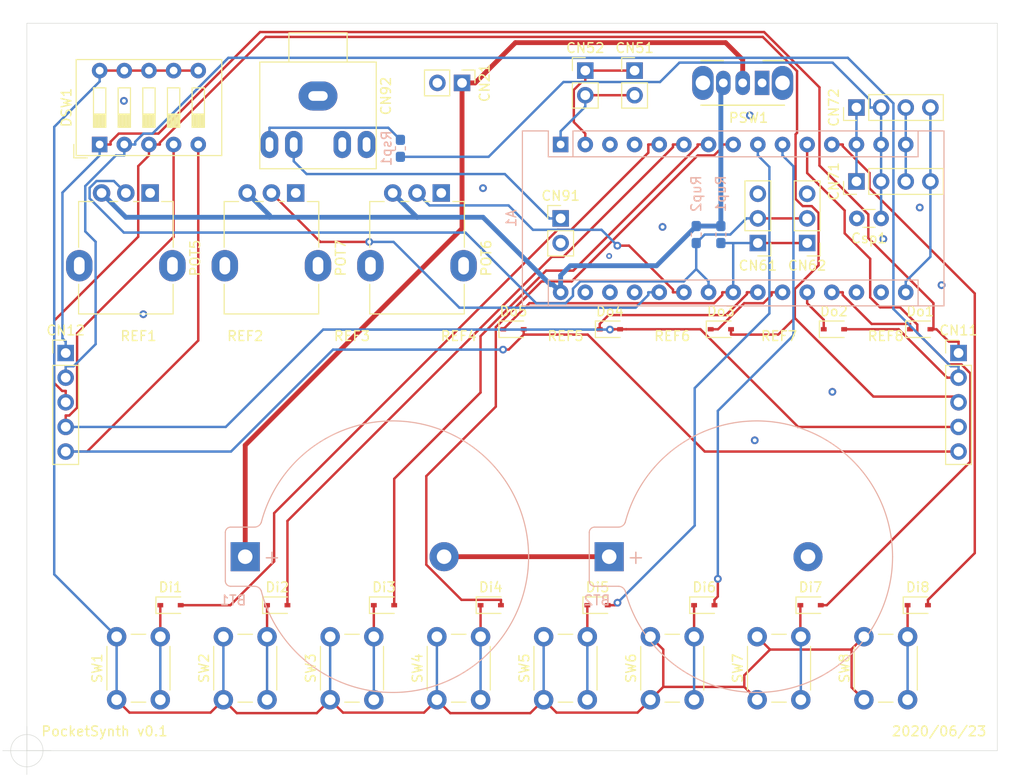
<source format=kicad_pcb>
(kicad_pcb (version 20171130) (host pcbnew "(5.1.4-0)")

  (general
    (thickness 1.6)
    (drawings 11)
    (tracks 386)
    (zones 0)
    (modules 52)
    (nets 51)
  )

  (page A4)
  (layers
    (0 F.Cu signal)
    (31 B.Cu signal)
    (32 B.Adhes user)
    (33 F.Adhes user)
    (34 B.Paste user)
    (35 F.Paste user)
    (36 B.SilkS user)
    (37 F.SilkS user)
    (38 B.Mask user)
    (39 F.Mask user)
    (40 Dwgs.User user)
    (41 Cmts.User user)
    (42 Eco1.User user)
    (43 Eco2.User user)
    (44 Edge.Cuts user)
    (45 Margin user)
    (46 B.CrtYd user)
    (47 F.CrtYd user)
    (48 B.Fab user)
    (49 F.Fab user)
  )

  (setup
    (last_trace_width 0.25)
    (user_trace_width 0.5)
    (trace_clearance 0.2)
    (zone_clearance 0.508)
    (zone_45_only no)
    (trace_min 0.2)
    (via_size 0.8)
    (via_drill 0.4)
    (via_min_size 0.4)
    (via_min_drill 0.3)
    (uvia_size 0.3)
    (uvia_drill 0.1)
    (uvias_allowed no)
    (uvia_min_size 0.2)
    (uvia_min_drill 0.1)
    (edge_width 0.05)
    (segment_width 0.2)
    (pcb_text_width 0.3)
    (pcb_text_size 1.5 1.5)
    (mod_edge_width 0.12)
    (mod_text_size 1 1)
    (mod_text_width 0.15)
    (pad_size 1.524 1.524)
    (pad_drill 0.762)
    (pad_to_mask_clearance 0.051)
    (solder_mask_min_width 0.25)
    (aux_axis_origin 85 160)
    (grid_origin 85 160)
    (visible_elements FFFFFF7F)
    (pcbplotparams
      (layerselection 0x010f0_ffffffff)
      (usegerberextensions true)
      (usegerberattributes false)
      (usegerberadvancedattributes false)
      (creategerberjobfile false)
      (excludeedgelayer true)
      (linewidth 0.100000)
      (plotframeref false)
      (viasonmask true)
      (mode 1)
      (useauxorigin true)
      (hpglpennumber 1)
      (hpglpenspeed 20)
      (hpglpendiameter 15.000000)
      (psnegative false)
      (psa4output false)
      (plotreference true)
      (plotvalue false)
      (plotinvisibletext false)
      (padsonsilk false)
      (subtractmaskfromsilk false)
      (outputformat 1)
      (mirror false)
      (drillshape 0)
      (scaleselection 1)
      (outputdirectory ""))
  )

  (net 0 "")
  (net 1 TX)
  (net 2 "Net-(A1-Pad17)")
  (net 3 RX)
  (net 4 "Net-(A1-Pad18)")
  (net 5 "Net-(A1-Pad3)")
  (net 6 "Net-(A1-Pad19)")
  (net 7 GND)
  (net 8 "Net-(A1-Pad20)")
  (net 9 "Net-(A1-Pad5)")
  (net 10 "Net-(A1-Pad21)")
  (net 11 "Net-(A1-Pad6)")
  (net 12 "Net-(A1-Pad22)")
  (net 13 "Net-(A1-Pad7)")
  (net 14 I2C_SDA)
  (net 15 "Net-(A1-Pad8)")
  (net 16 I2C_SCK)
  (net 17 "Net-(A1-Pad9)")
  (net 18 POT_A6)
  (net 19 "Net-(A1-Pad10)")
  (net 20 POT_A7)
  (net 21 "Net-(A1-Pad11)")
  (net 22 "Net-(A1-Pad27)")
  (net 23 "Net-(A1-Pad12)")
  (net 24 "Net-(A1-Pad28)")
  (net 25 SS)
  (net 26 MOSI)
  (net 27 VCC)
  (net 28 MISO)
  (net 29 SCK)
  (net 30 "Net-(BT1-Pad2)")
  (net 31 "Net-(BT1-Pad1)")
  (net 32 "Net-(CN11-Pad1)")
  (net 33 "Net-(CN11-Pad2)")
  (net 34 "Net-(CN11-Pad3)")
  (net 35 "Net-(CN11-Pad4)")
  (net 36 "Net-(CN11-Pad5)")
  (net 37 "Net-(CN91-Pad1)")
  (net 38 "Net-(CN92-PadS)")
  (net 39 "Net-(CN92-PadSN)")
  (net 40 SP_OUT)
  (net 41 "Net-(Di1-Pad1)")
  (net 42 "Net-(Di2-Pad1)")
  (net 43 "Net-(Di3-Pad1)")
  (net 44 "Net-(Di4-Pad1)")
  (net 45 "Net-(Di5-Pad1)")
  (net 46 "Net-(Di6-Pad1)")
  (net 47 "Net-(Di7-Pad1)")
  (net 48 "Net-(Di8-Pad1)")
  (net 49 OUT_PORT)
  (net 50 "Net-(PSW1-Pad1)")

  (net_class Default "これはデフォルトのネット クラスです。"
    (clearance 0.2)
    (trace_width 0.25)
    (via_dia 0.8)
    (via_drill 0.4)
    (uvia_dia 0.3)
    (uvia_drill 0.1)
    (add_net GND)
    (add_net I2C_SCK)
    (add_net I2C_SDA)
    (add_net MISO)
    (add_net MOSI)
    (add_net "Net-(A1-Pad10)")
    (add_net "Net-(A1-Pad11)")
    (add_net "Net-(A1-Pad12)")
    (add_net "Net-(A1-Pad17)")
    (add_net "Net-(A1-Pad18)")
    (add_net "Net-(A1-Pad19)")
    (add_net "Net-(A1-Pad20)")
    (add_net "Net-(A1-Pad21)")
    (add_net "Net-(A1-Pad22)")
    (add_net "Net-(A1-Pad27)")
    (add_net "Net-(A1-Pad28)")
    (add_net "Net-(A1-Pad3)")
    (add_net "Net-(A1-Pad5)")
    (add_net "Net-(A1-Pad6)")
    (add_net "Net-(A1-Pad7)")
    (add_net "Net-(A1-Pad8)")
    (add_net "Net-(A1-Pad9)")
    (add_net "Net-(BT1-Pad1)")
    (add_net "Net-(BT1-Pad2)")
    (add_net "Net-(CN11-Pad1)")
    (add_net "Net-(CN11-Pad2)")
    (add_net "Net-(CN11-Pad3)")
    (add_net "Net-(CN11-Pad4)")
    (add_net "Net-(CN11-Pad5)")
    (add_net "Net-(CN91-Pad1)")
    (add_net "Net-(CN92-PadS)")
    (add_net "Net-(CN92-PadSN)")
    (add_net "Net-(Di1-Pad1)")
    (add_net "Net-(Di2-Pad1)")
    (add_net "Net-(Di3-Pad1)")
    (add_net "Net-(Di4-Pad1)")
    (add_net "Net-(Di5-Pad1)")
    (add_net "Net-(Di6-Pad1)")
    (add_net "Net-(Di7-Pad1)")
    (add_net "Net-(Di8-Pad1)")
    (add_net "Net-(PSW1-Pad1)")
    (add_net OUT_PORT)
    (add_net POT_A6)
    (add_net POT_A7)
    (add_net RX)
    (add_net SCK)
    (add_net SP_OUT)
    (add_net SS)
    (add_net TX)
    (add_net VCC)
  )

  (module MountingHole:MountingHole_3mm (layer F.Cu) (tedit 56D1B4CB) (tstamp 5EF12E25)
    (at 162.5 121.25)
    (descr "Mounting Hole 3mm, no annular")
    (tags "mounting hole 3mm no annular")
    (attr virtual)
    (fp_text reference REF7 (at 0 -4) (layer F.SilkS)
      (effects (font (size 1 1) (thickness 0.15)))
    )
    (fp_text value MountingHole_3mm (at 0 4) (layer F.Fab)
      (effects (font (size 1 1) (thickness 0.15)))
    )
    (fp_circle (center 0 0) (end 3.25 0) (layer F.CrtYd) (width 0.05))
    (fp_circle (center 0 0) (end 3 0) (layer Cmts.User) (width 0.15))
    (fp_text user %R (at 0.3 0) (layer F.Fab)
      (effects (font (size 1 1) (thickness 0.15)))
    )
    (pad 1 np_thru_hole circle (at 0 0) (size 3 3) (drill 3) (layers *.Cu *.Mask))
  )

  (module MountingHole:MountingHole_3mm (layer F.Cu) (tedit 56D1B4CB) (tstamp 5EF12E1E)
    (at 173.5 121.25)
    (descr "Mounting Hole 3mm, no annular")
    (tags "mounting hole 3mm no annular")
    (attr virtual)
    (fp_text reference REF8 (at 0 -4) (layer F.SilkS)
      (effects (font (size 1 1) (thickness 0.15)))
    )
    (fp_text value MountingHole_3mm (at 0 4) (layer F.Fab)
      (effects (font (size 1 1) (thickness 0.15)))
    )
    (fp_text user %R (at 0.3 0) (layer F.Fab)
      (effects (font (size 1 1) (thickness 0.15)))
    )
    (fp_circle (center 0 0) (end 3 0) (layer Cmts.User) (width 0.15))
    (fp_circle (center 0 0) (end 3.25 0) (layer F.CrtYd) (width 0.05))
    (pad 1 np_thru_hole circle (at 0 0) (size 3 3) (drill 3) (layers *.Cu *.Mask))
  )

  (module MountingHole:MountingHole_3mm (layer F.Cu) (tedit 56D1B4CB) (tstamp 5EF12E17)
    (at 140.5 121.25)
    (descr "Mounting Hole 3mm, no annular")
    (tags "mounting hole 3mm no annular")
    (attr virtual)
    (fp_text reference REF5 (at 0 -4) (layer F.SilkS)
      (effects (font (size 1 1) (thickness 0.15)))
    )
    (fp_text value MountingHole_3mm (at 0 4) (layer F.Fab)
      (effects (font (size 1 1) (thickness 0.15)))
    )
    (fp_text user %R (at 0.3 0) (layer F.Fab)
      (effects (font (size 1 1) (thickness 0.15)))
    )
    (fp_circle (center 0 0) (end 3 0) (layer Cmts.User) (width 0.15))
    (fp_circle (center 0 0) (end 3.25 0) (layer F.CrtYd) (width 0.05))
    (pad 1 np_thru_hole circle (at 0 0) (size 3 3) (drill 3) (layers *.Cu *.Mask))
  )

  (module MountingHole:MountingHole_3mm (layer F.Cu) (tedit 56D1B4CB) (tstamp 5EF12E10)
    (at 151.5 121.25)
    (descr "Mounting Hole 3mm, no annular")
    (tags "mounting hole 3mm no annular")
    (attr virtual)
    (fp_text reference REF6 (at 0 -4) (layer F.SilkS)
      (effects (font (size 1 1) (thickness 0.15)))
    )
    (fp_text value MountingHole_3mm (at 0 4) (layer F.Fab)
      (effects (font (size 1 1) (thickness 0.15)))
    )
    (fp_circle (center 0 0) (end 3.25 0) (layer F.CrtYd) (width 0.05))
    (fp_circle (center 0 0) (end 3 0) (layer Cmts.User) (width 0.15))
    (fp_text user %R (at 0.3 0) (layer F.Fab)
      (effects (font (size 1 1) (thickness 0.15)))
    )
    (pad 1 np_thru_hole circle (at 0 0) (size 3 3) (drill 3) (layers *.Cu *.Mask))
  )

  (module MountingHole:MountingHole_3mm (layer F.Cu) (tedit 56D1B4CB) (tstamp 5EF12DF7)
    (at 118.5 121.25)
    (descr "Mounting Hole 3mm, no annular")
    (tags "mounting hole 3mm no annular")
    (attr virtual)
    (fp_text reference REF3 (at 0 -4) (layer F.SilkS)
      (effects (font (size 1 1) (thickness 0.15)))
    )
    (fp_text value MountingHole_3mm (at 0 4) (layer F.Fab)
      (effects (font (size 1 1) (thickness 0.15)))
    )
    (fp_text user %R (at 0.3 0) (layer F.Fab)
      (effects (font (size 1 1) (thickness 0.15)))
    )
    (fp_circle (center 0 0) (end 3 0) (layer Cmts.User) (width 0.15))
    (fp_circle (center 0 0) (end 3.25 0) (layer F.CrtYd) (width 0.05))
    (pad 1 np_thru_hole circle (at 0 0) (size 3 3) (drill 3) (layers *.Cu *.Mask))
  )

  (module MountingHole:MountingHole_3mm (layer F.Cu) (tedit 56D1B4CB) (tstamp 5EF12DF0)
    (at 129.5 121.25)
    (descr "Mounting Hole 3mm, no annular")
    (tags "mounting hole 3mm no annular")
    (attr virtual)
    (fp_text reference REF4 (at 0 -4) (layer F.SilkS)
      (effects (font (size 1 1) (thickness 0.15)))
    )
    (fp_text value MountingHole_3mm (at 0 4) (layer F.Fab)
      (effects (font (size 1 1) (thickness 0.15)))
    )
    (fp_circle (center 0 0) (end 3.25 0) (layer F.CrtYd) (width 0.05))
    (fp_circle (center 0 0) (end 3 0) (layer Cmts.User) (width 0.15))
    (fp_text user %R (at 0.3 0) (layer F.Fab)
      (effects (font (size 1 1) (thickness 0.15)))
    )
    (pad 1 np_thru_hole circle (at 0 0) (size 3 3) (drill 3) (layers *.Cu *.Mask))
  )

  (module MountingHole:MountingHole_3mm (layer F.Cu) (tedit 56D1B4CB) (tstamp 5EF12DE0)
    (at 107.5 121.25)
    (descr "Mounting Hole 3mm, no annular")
    (tags "mounting hole 3mm no annular")
    (attr virtual)
    (fp_text reference REF2 (at 0 -4) (layer F.SilkS)
      (effects (font (size 1 1) (thickness 0.15)))
    )
    (fp_text value MountingHole_3mm (at 0 4) (layer F.Fab)
      (effects (font (size 1 1) (thickness 0.15)))
    )
    (fp_text user %R (at 0.3 0) (layer F.Fab)
      (effects (font (size 1 1) (thickness 0.15)))
    )
    (fp_circle (center 0 0) (end 3 0) (layer Cmts.User) (width 0.15))
    (fp_circle (center 0 0) (end 3.25 0) (layer F.CrtYd) (width 0.05))
    (pad 1 np_thru_hole circle (at 0 0) (size 3 3) (drill 3) (layers *.Cu *.Mask))
  )

  (module MountingHole:MountingHole_3mm (layer F.Cu) (tedit 56D1B4CB) (tstamp 5EF12DCE)
    (at 96.5 121.25)
    (descr "Mounting Hole 3mm, no annular")
    (tags "mounting hole 3mm no annular")
    (attr virtual)
    (fp_text reference REF1 (at 0 -4) (layer F.SilkS)
      (effects (font (size 1 1) (thickness 0.15)))
    )
    (fp_text value MountingHole_3mm (at 0 4) (layer F.Fab)
      (effects (font (size 1 1) (thickness 0.15)))
    )
    (fp_circle (center 0 0) (end 3.25 0) (layer F.CrtYd) (width 0.05))
    (fp_circle (center 0 0) (end 3 0) (layer Cmts.User) (width 0.15))
    (fp_text user %R (at 0.3 0) (layer F.Fab)
      (effects (font (size 1 1) (thickness 0.15)))
    )
    (pad 1 np_thru_hole circle (at 0 0) (size 3 3) (drill 3) (layers *.Cu *.Mask))
  )

  (module Module:Arduino_Nano (layer B.Cu) (tedit 58ACAF70) (tstamp 5EF2B6BD)
    (at 140 97.5 270)
    (descr "Arduino Nano, http://www.mouser.com/pdfdocs/Gravitech_Arduino_Nano3_0.pdf")
    (tags "Arduino Nano")
    (path /5EF19781)
    (fp_text reference A1 (at 7.62 5.08 270) (layer B.SilkS)
      (effects (font (size 1 1) (thickness 0.15)) (justify mirror))
    )
    (fp_text value Arduino_Nano_v3.x (at 8.89 -19.05) (layer B.Fab)
      (effects (font (size 1 1) (thickness 0.15)) (justify mirror))
    )
    (fp_text user %R (at 6.35 -19.05) (layer B.Fab)
      (effects (font (size 1 1) (thickness 0.15)) (justify mirror))
    )
    (fp_line (start 1.27 -1.27) (end 1.27 1.27) (layer B.SilkS) (width 0.12))
    (fp_line (start 1.27 1.27) (end -1.4 1.27) (layer B.SilkS) (width 0.12))
    (fp_line (start -1.4 -1.27) (end -1.4 -39.5) (layer B.SilkS) (width 0.12))
    (fp_line (start -1.4 3.94) (end -1.4 1.27) (layer B.SilkS) (width 0.12))
    (fp_line (start 13.97 1.27) (end 16.64 1.27) (layer B.SilkS) (width 0.12))
    (fp_line (start 13.97 1.27) (end 13.97 -36.83) (layer B.SilkS) (width 0.12))
    (fp_line (start 13.97 -36.83) (end 16.64 -36.83) (layer B.SilkS) (width 0.12))
    (fp_line (start 1.27 -1.27) (end -1.4 -1.27) (layer B.SilkS) (width 0.12))
    (fp_line (start 1.27 -1.27) (end 1.27 -36.83) (layer B.SilkS) (width 0.12))
    (fp_line (start 1.27 -36.83) (end -1.4 -36.83) (layer B.SilkS) (width 0.12))
    (fp_line (start 3.81 -31.75) (end 11.43 -31.75) (layer B.Fab) (width 0.1))
    (fp_line (start 11.43 -31.75) (end 11.43 -41.91) (layer B.Fab) (width 0.1))
    (fp_line (start 11.43 -41.91) (end 3.81 -41.91) (layer B.Fab) (width 0.1))
    (fp_line (start 3.81 -41.91) (end 3.81 -31.75) (layer B.Fab) (width 0.1))
    (fp_line (start -1.4 -39.5) (end 16.64 -39.5) (layer B.SilkS) (width 0.12))
    (fp_line (start 16.64 -39.5) (end 16.64 3.94) (layer B.SilkS) (width 0.12))
    (fp_line (start 16.64 3.94) (end -1.4 3.94) (layer B.SilkS) (width 0.12))
    (fp_line (start 16.51 -39.37) (end -1.27 -39.37) (layer B.Fab) (width 0.1))
    (fp_line (start -1.27 -39.37) (end -1.27 2.54) (layer B.Fab) (width 0.1))
    (fp_line (start -1.27 2.54) (end 0 3.81) (layer B.Fab) (width 0.1))
    (fp_line (start 0 3.81) (end 16.51 3.81) (layer B.Fab) (width 0.1))
    (fp_line (start 16.51 3.81) (end 16.51 -39.37) (layer B.Fab) (width 0.1))
    (fp_line (start -1.53 4.06) (end 16.75 4.06) (layer B.CrtYd) (width 0.05))
    (fp_line (start -1.53 4.06) (end -1.53 -42.16) (layer B.CrtYd) (width 0.05))
    (fp_line (start 16.75 -42.16) (end 16.75 4.06) (layer B.CrtYd) (width 0.05))
    (fp_line (start 16.75 -42.16) (end -1.53 -42.16) (layer B.CrtYd) (width 0.05))
    (pad 1 thru_hole rect (at 0 0 270) (size 1.6 1.6) (drill 0.8) (layers *.Cu *.Mask)
      (net 1 TX))
    (pad 17 thru_hole oval (at 15.24 -33.02 270) (size 1.6 1.6) (drill 0.8) (layers *.Cu *.Mask)
      (net 2 "Net-(A1-Pad17)"))
    (pad 2 thru_hole oval (at 0 -2.54 270) (size 1.6 1.6) (drill 0.8) (layers *.Cu *.Mask)
      (net 3 RX))
    (pad 18 thru_hole oval (at 15.24 -30.48 270) (size 1.6 1.6) (drill 0.8) (layers *.Cu *.Mask)
      (net 4 "Net-(A1-Pad18)"))
    (pad 3 thru_hole oval (at 0 -5.08 270) (size 1.6 1.6) (drill 0.8) (layers *.Cu *.Mask)
      (net 5 "Net-(A1-Pad3)"))
    (pad 19 thru_hole oval (at 15.24 -27.94 270) (size 1.6 1.6) (drill 0.8) (layers *.Cu *.Mask)
      (net 6 "Net-(A1-Pad19)"))
    (pad 4 thru_hole oval (at 0 -7.62 270) (size 1.6 1.6) (drill 0.8) (layers *.Cu *.Mask)
      (net 7 GND))
    (pad 20 thru_hole oval (at 15.24 -25.4 270) (size 1.6 1.6) (drill 0.8) (layers *.Cu *.Mask)
      (net 8 "Net-(A1-Pad20)"))
    (pad 5 thru_hole oval (at 0 -10.16 270) (size 1.6 1.6) (drill 0.8) (layers *.Cu *.Mask)
      (net 9 "Net-(A1-Pad5)"))
    (pad 21 thru_hole oval (at 15.24 -22.86 270) (size 1.6 1.6) (drill 0.8) (layers *.Cu *.Mask)
      (net 10 "Net-(A1-Pad21)"))
    (pad 6 thru_hole oval (at 0 -12.7 270) (size 1.6 1.6) (drill 0.8) (layers *.Cu *.Mask)
      (net 11 "Net-(A1-Pad6)"))
    (pad 22 thru_hole oval (at 15.24 -20.32 270) (size 1.6 1.6) (drill 0.8) (layers *.Cu *.Mask)
      (net 12 "Net-(A1-Pad22)"))
    (pad 7 thru_hole oval (at 0 -15.24 270) (size 1.6 1.6) (drill 0.8) (layers *.Cu *.Mask)
      (net 13 "Net-(A1-Pad7)"))
    (pad 23 thru_hole oval (at 15.24 -17.78 270) (size 1.6 1.6) (drill 0.8) (layers *.Cu *.Mask)
      (net 14 I2C_SDA))
    (pad 8 thru_hole oval (at 0 -17.78 270) (size 1.6 1.6) (drill 0.8) (layers *.Cu *.Mask)
      (net 15 "Net-(A1-Pad8)"))
    (pad 24 thru_hole oval (at 15.24 -15.24 270) (size 1.6 1.6) (drill 0.8) (layers *.Cu *.Mask)
      (net 16 I2C_SCK))
    (pad 9 thru_hole oval (at 0 -20.32 270) (size 1.6 1.6) (drill 0.8) (layers *.Cu *.Mask)
      (net 17 "Net-(A1-Pad9)"))
    (pad 25 thru_hole oval (at 15.24 -12.7 270) (size 1.6 1.6) (drill 0.8) (layers *.Cu *.Mask)
      (net 18 POT_A6))
    (pad 10 thru_hole oval (at 0 -22.86 270) (size 1.6 1.6) (drill 0.8) (layers *.Cu *.Mask)
      (net 19 "Net-(A1-Pad10)"))
    (pad 26 thru_hole oval (at 15.24 -10.16 270) (size 1.6 1.6) (drill 0.8) (layers *.Cu *.Mask)
      (net 20 POT_A7))
    (pad 11 thru_hole oval (at 0 -25.4 270) (size 1.6 1.6) (drill 0.8) (layers *.Cu *.Mask)
      (net 21 "Net-(A1-Pad11)"))
    (pad 27 thru_hole oval (at 15.24 -7.62 270) (size 1.6 1.6) (drill 0.8) (layers *.Cu *.Mask)
      (net 22 "Net-(A1-Pad27)"))
    (pad 12 thru_hole oval (at 0 -27.94 270) (size 1.6 1.6) (drill 0.8) (layers *.Cu *.Mask)
      (net 23 "Net-(A1-Pad12)"))
    (pad 28 thru_hole oval (at 15.24 -5.08 270) (size 1.6 1.6) (drill 0.8) (layers *.Cu *.Mask)
      (net 24 "Net-(A1-Pad28)"))
    (pad 13 thru_hole oval (at 0 -30.48 270) (size 1.6 1.6) (drill 0.8) (layers *.Cu *.Mask)
      (net 25 SS))
    (pad 29 thru_hole oval (at 15.24 -2.54 270) (size 1.6 1.6) (drill 0.8) (layers *.Cu *.Mask)
      (net 7 GND))
    (pad 14 thru_hole oval (at 0 -33.02 270) (size 1.6 1.6) (drill 0.8) (layers *.Cu *.Mask)
      (net 26 MOSI))
    (pad 30 thru_hole oval (at 15.24 0 270) (size 1.6 1.6) (drill 0.8) (layers *.Cu *.Mask)
      (net 27 VCC))
    (pad 15 thru_hole oval (at 0 -35.56 270) (size 1.6 1.6) (drill 0.8) (layers *.Cu *.Mask)
      (net 28 MISO))
    (pad 16 thru_hole oval (at 15.24 -35.56 270) (size 1.6 1.6) (drill 0.8) (layers *.Cu *.Mask)
      (net 29 SCK))
    (model ${KISYS3DMOD}/Module.3dshapes/Arduino_Nano_WithMountingHoles.wrl
      (at (xyz 0 0 0))
      (scale (xyz 1 1 1))
      (rotate (xyz 0 0 0))
    )
  )

  (module Battery:BatteryHolder_Keystone_107_1x23mm (layer B.Cu) (tedit 5787C387) (tstamp 5EF1EB29)
    (at 107.5 140)
    (descr http://www.keyelco.com/product-pdf.cfm?p=746)
    (tags "Keystone type 107 battery holder")
    (path /5EF9B602)
    (fp_text reference BT1 (at -1.25 4.5) (layer B.SilkS)
      (effects (font (size 1 1) (thickness 0.15)) (justify mirror))
    )
    (fp_text value Battery_Cell (at 15 -15) (layer B.Fab)
      (effects (font (size 1 1) (thickness 0.15)) (justify mirror))
    )
    (fp_text user + (at 2.75 0) (layer B.SilkS)
      (effects (font (size 1.5 1.5) (thickness 0.15)) (justify mirror))
    )
    (fp_text user %R (at 0 0) (layer B.Fab)
      (effects (font (size 1 1) (thickness 0.15)) (justify mirror))
    )
    (fp_arc (start 15.2 0) (end 1.65 -3.52) (angle 165.5) (layer B.SilkS) (width 0.12))
    (fp_arc (start 15.2 0) (end 1.8 -3.5) (angle 165.5) (layer B.Fab) (width 0.1))
    (fp_arc (start 15.2 0) (end 1.65 3.52) (angle -165.5) (layer B.SilkS) (width 0.12))
    (fp_arc (start 15.2 0) (end 1.8 3.5) (angle -165.5) (layer B.Fab) (width 0.1))
    (fp_arc (start 0.95 -3.8) (end 0.95 -3.05) (angle -70) (layer B.SilkS) (width 0.12))
    (fp_arc (start 0.95 -3.8) (end 0.95 -2.9) (angle -70) (layer B.Fab) (width 0.1))
    (fp_arc (start 0.95 3.8) (end 0.95 3.05) (angle 70) (layer B.SilkS) (width 0.12))
    (fp_arc (start 0.95 3.8) (end 0.95 2.9) (angle 70) (layer B.Fab) (width 0.1))
    (fp_line (start 0.95 3.05) (end -1.5 3.05) (layer B.SilkS) (width 0.12))
    (fp_line (start -1.5 -3.05) (end 0.95 -3.05) (layer B.SilkS) (width 0.12))
    (fp_arc (start -1.5 2.5) (end -2.05 2.5) (angle -90) (layer B.SilkS) (width 0.12))
    (fp_arc (start -1.5 -2.5) (end -2.05 -2.5) (angle 90) (layer B.SilkS) (width 0.12))
    (fp_line (start -2.05 2.5) (end -2.05 -2.5) (layer B.SilkS) (width 0.12))
    (fp_line (start 0.95 2.9) (end -1.5 2.9) (layer B.Fab) (width 0.1))
    (fp_line (start -1.5 -2.9) (end 0.95 -2.9) (layer B.Fab) (width 0.1))
    (fp_arc (start -1.5 -2.5) (end -1.9 -2.5) (angle 90) (layer B.Fab) (width 0.1))
    (fp_arc (start -1.5 2.5) (end -2.3 2.5) (angle -90) (layer B.CrtYd) (width 0.05))
    (fp_line (start -2.3 2.5) (end -2.3 -2.5) (layer B.CrtYd) (width 0.05))
    (fp_arc (start 0.95 -3.8) (end 0.95 -3.3) (angle -70) (layer B.CrtYd) (width 0.05))
    (fp_arc (start 15.2 0) (end 1.41 -3.6) (angle 165.5) (layer B.CrtYd) (width 0.05))
    (fp_arc (start 15.2 0) (end 1.41 3.6) (angle -165.5) (layer B.CrtYd) (width 0.05))
    (fp_arc (start 15.2 0) (end 3.7 -1.3) (angle 180) (layer B.Fab) (width 0.1))
    (fp_arc (start 15.2 0) (end 9 -1.3) (angle 170) (layer B.Fab) (width 0.1))
    (fp_arc (start 15.2 0) (end 13.3 -1.3) (angle 150) (layer B.Fab) (width 0.1))
    (fp_arc (start 15.2 0) (end 13.3 1.3) (angle -150) (layer B.Fab) (width 0.1))
    (fp_arc (start 15.2 0) (end 9 1.3) (angle -170) (layer B.Fab) (width 0.1))
    (fp_arc (start 15.2 0) (end 3.7 1.3) (angle -180) (layer B.Fab) (width 0.1))
    (fp_line (start 0.95 3.3) (end -1.5 3.3) (layer B.CrtYd) (width 0.05))
    (fp_line (start -1.5 -3.3) (end 0.95 -3.3) (layer B.CrtYd) (width 0.05))
    (fp_line (start -1.9 2.5) (end -1.9 -2.5) (layer B.Fab) (width 0.1))
    (fp_line (start 0 -1.3) (end 16.2 -1.3) (layer B.Fab) (width 0.1))
    (fp_line (start 16.2 1.3) (end 0 1.3) (layer B.Fab) (width 0.1))
    (fp_arc (start 0.95 3.8) (end 0.95 3.3) (angle 70) (layer B.CrtYd) (width 0.05))
    (fp_arc (start 16.2 0) (end 16.2 1.3) (angle -180) (layer B.Fab) (width 0.1))
    (fp_line (start 0 1.3) (end 0 -1.3) (layer B.Fab) (width 0.1))
    (fp_arc (start -1.5 -2.5) (end -2.3 -2.5) (angle 90) (layer B.CrtYd) (width 0.05))
    (fp_arc (start -1.5 2.5) (end -1.9 2.5) (angle -90) (layer B.Fab) (width 0.1))
    (fp_line (start 23.7236 -7.8613) (end 25.3673 -9.3907) (layer B.Fab) (width 0.1))
    (fp_line (start 23.7109 7.8867) (end 25.3392 9.4388) (layer B.Fab) (width 0.1))
    (pad 2 thru_hole circle (at 20.49 0) (size 3 3) (drill 1.5) (layers *.Cu *.Mask)
      (net 30 "Net-(BT1-Pad2)"))
    (pad 1 thru_hole rect (at 0 0) (size 3 3) (drill 1.5) (layers *.Cu *.Mask)
      (net 31 "Net-(BT1-Pad1)"))
    (model ${KISYS3DMOD}/Battery.3dshapes/BatteryHolder_Keystone_107_1x23mm.wrl
      (at (xyz 0 0 0))
      (scale (xyz 1 1 1))
      (rotate (xyz 0 0 0))
    )
  )

  (module Battery:BatteryHolder_Keystone_107_1x23mm (layer B.Cu) (tedit 5787C387) (tstamp 5EF2B71B)
    (at 145 140)
    (descr http://www.keyelco.com/product-pdf.cfm?p=746)
    (tags "Keystone type 107 battery holder")
    (path /5EF9C185)
    (fp_text reference BT2 (at -1.25 4.5) (layer B.SilkS)
      (effects (font (size 1 1) (thickness 0.15)) (justify mirror))
    )
    (fp_text value Battery_Cell (at 15 -15) (layer B.Fab)
      (effects (font (size 1 1) (thickness 0.15)) (justify mirror))
    )
    (fp_line (start 23.7109 7.8867) (end 25.3392 9.4388) (layer B.Fab) (width 0.1))
    (fp_line (start 23.7236 -7.8613) (end 25.3673 -9.3907) (layer B.Fab) (width 0.1))
    (fp_arc (start -1.5 2.5) (end -1.9 2.5) (angle -90) (layer B.Fab) (width 0.1))
    (fp_arc (start -1.5 -2.5) (end -2.3 -2.5) (angle 90) (layer B.CrtYd) (width 0.05))
    (fp_line (start 0 1.3) (end 0 -1.3) (layer B.Fab) (width 0.1))
    (fp_arc (start 16.2 0) (end 16.2 1.3) (angle -180) (layer B.Fab) (width 0.1))
    (fp_arc (start 0.95 3.8) (end 0.95 3.3) (angle 70) (layer B.CrtYd) (width 0.05))
    (fp_line (start 16.2 1.3) (end 0 1.3) (layer B.Fab) (width 0.1))
    (fp_line (start 0 -1.3) (end 16.2 -1.3) (layer B.Fab) (width 0.1))
    (fp_line (start -1.9 2.5) (end -1.9 -2.5) (layer B.Fab) (width 0.1))
    (fp_line (start -1.5 -3.3) (end 0.95 -3.3) (layer B.CrtYd) (width 0.05))
    (fp_line (start 0.95 3.3) (end -1.5 3.3) (layer B.CrtYd) (width 0.05))
    (fp_arc (start 15.2 0) (end 3.7 1.3) (angle -180) (layer B.Fab) (width 0.1))
    (fp_arc (start 15.2 0) (end 9 1.3) (angle -170) (layer B.Fab) (width 0.1))
    (fp_arc (start 15.2 0) (end 13.3 1.3) (angle -150) (layer B.Fab) (width 0.1))
    (fp_arc (start 15.2 0) (end 13.3 -1.3) (angle 150) (layer B.Fab) (width 0.1))
    (fp_arc (start 15.2 0) (end 9 -1.3) (angle 170) (layer B.Fab) (width 0.1))
    (fp_arc (start 15.2 0) (end 3.7 -1.3) (angle 180) (layer B.Fab) (width 0.1))
    (fp_arc (start 15.2 0) (end 1.41 3.6) (angle -165.5) (layer B.CrtYd) (width 0.05))
    (fp_arc (start 15.2 0) (end 1.41 -3.6) (angle 165.5) (layer B.CrtYd) (width 0.05))
    (fp_arc (start 0.95 -3.8) (end 0.95 -3.3) (angle -70) (layer B.CrtYd) (width 0.05))
    (fp_line (start -2.3 2.5) (end -2.3 -2.5) (layer B.CrtYd) (width 0.05))
    (fp_arc (start -1.5 2.5) (end -2.3 2.5) (angle -90) (layer B.CrtYd) (width 0.05))
    (fp_arc (start -1.5 -2.5) (end -1.9 -2.5) (angle 90) (layer B.Fab) (width 0.1))
    (fp_line (start -1.5 -2.9) (end 0.95 -2.9) (layer B.Fab) (width 0.1))
    (fp_line (start 0.95 2.9) (end -1.5 2.9) (layer B.Fab) (width 0.1))
    (fp_line (start -2.05 2.5) (end -2.05 -2.5) (layer B.SilkS) (width 0.12))
    (fp_arc (start -1.5 -2.5) (end -2.05 -2.5) (angle 90) (layer B.SilkS) (width 0.12))
    (fp_arc (start -1.5 2.5) (end -2.05 2.5) (angle -90) (layer B.SilkS) (width 0.12))
    (fp_line (start -1.5 -3.05) (end 0.95 -3.05) (layer B.SilkS) (width 0.12))
    (fp_line (start 0.95 3.05) (end -1.5 3.05) (layer B.SilkS) (width 0.12))
    (fp_arc (start 0.95 3.8) (end 0.95 2.9) (angle 70) (layer B.Fab) (width 0.1))
    (fp_arc (start 0.95 3.8) (end 0.95 3.05) (angle 70) (layer B.SilkS) (width 0.12))
    (fp_arc (start 0.95 -3.8) (end 0.95 -2.9) (angle -70) (layer B.Fab) (width 0.1))
    (fp_arc (start 0.95 -3.8) (end 0.95 -3.05) (angle -70) (layer B.SilkS) (width 0.12))
    (fp_arc (start 15.2 0) (end 1.8 3.5) (angle -165.5) (layer B.Fab) (width 0.1))
    (fp_arc (start 15.2 0) (end 1.65 3.52) (angle -165.5) (layer B.SilkS) (width 0.12))
    (fp_arc (start 15.2 0) (end 1.8 -3.5) (angle 165.5) (layer B.Fab) (width 0.1))
    (fp_arc (start 15.2 0) (end 1.65 -3.52) (angle 165.5) (layer B.SilkS) (width 0.12))
    (fp_text user %R (at 0 0) (layer B.Fab)
      (effects (font (size 1 1) (thickness 0.15)) (justify mirror))
    )
    (fp_text user + (at 2.75 0) (layer B.SilkS)
      (effects (font (size 1.5 1.5) (thickness 0.15)) (justify mirror))
    )
    (pad 1 thru_hole rect (at 0 0) (size 3 3) (drill 1.5) (layers *.Cu *.Mask)
      (net 30 "Net-(BT1-Pad2)"))
    (pad 2 thru_hole circle (at 20.49 0) (size 3 3) (drill 1.5) (layers *.Cu *.Mask)
      (net 7 GND))
    (model ${KISYS3DMOD}/Battery.3dshapes/BatteryHolder_Keystone_107_1x23mm.wrl
      (at (xyz 0 0 0))
      (scale (xyz 1 1 1))
      (rotate (xyz 0 0 0))
    )
  )

  (module Connector_PinHeader_2.54mm:PinHeader_1x05_P2.54mm_Vertical (layer F.Cu) (tedit 59FED5CC) (tstamp 5EF2B734)
    (at 181 119)
    (descr "Through hole straight pin header, 1x05, 2.54mm pitch, single row")
    (tags "Through hole pin header THT 1x05 2.54mm single row")
    (path /5EF32F65)
    (fp_text reference CN11 (at 0 -2.33) (layer F.SilkS)
      (effects (font (size 1 1) (thickness 0.15)))
    )
    (fp_text value Conn_01x05_Male (at 0 12.49) (layer F.Fab)
      (effects (font (size 1 1) (thickness 0.15)))
    )
    (fp_line (start -0.635 -1.27) (end 1.27 -1.27) (layer F.Fab) (width 0.1))
    (fp_line (start 1.27 -1.27) (end 1.27 11.43) (layer F.Fab) (width 0.1))
    (fp_line (start 1.27 11.43) (end -1.27 11.43) (layer F.Fab) (width 0.1))
    (fp_line (start -1.27 11.43) (end -1.27 -0.635) (layer F.Fab) (width 0.1))
    (fp_line (start -1.27 -0.635) (end -0.635 -1.27) (layer F.Fab) (width 0.1))
    (fp_line (start -1.33 11.49) (end 1.33 11.49) (layer F.SilkS) (width 0.12))
    (fp_line (start -1.33 1.27) (end -1.33 11.49) (layer F.SilkS) (width 0.12))
    (fp_line (start 1.33 1.27) (end 1.33 11.49) (layer F.SilkS) (width 0.12))
    (fp_line (start -1.33 1.27) (end 1.33 1.27) (layer F.SilkS) (width 0.12))
    (fp_line (start -1.33 0) (end -1.33 -1.33) (layer F.SilkS) (width 0.12))
    (fp_line (start -1.33 -1.33) (end 0 -1.33) (layer F.SilkS) (width 0.12))
    (fp_line (start -1.8 -1.8) (end -1.8 11.95) (layer F.CrtYd) (width 0.05))
    (fp_line (start -1.8 11.95) (end 1.8 11.95) (layer F.CrtYd) (width 0.05))
    (fp_line (start 1.8 11.95) (end 1.8 -1.8) (layer F.CrtYd) (width 0.05))
    (fp_line (start 1.8 -1.8) (end -1.8 -1.8) (layer F.CrtYd) (width 0.05))
    (fp_text user %R (at 0 5.08 90) (layer F.Fab)
      (effects (font (size 1 1) (thickness 0.15)))
    )
    (pad 1 thru_hole rect (at 0 0) (size 1.7 1.7) (drill 1) (layers *.Cu *.Mask)
      (net 32 "Net-(CN11-Pad1)"))
    (pad 2 thru_hole oval (at 0 2.54) (size 1.7 1.7) (drill 1) (layers *.Cu *.Mask)
      (net 33 "Net-(CN11-Pad2)"))
    (pad 3 thru_hole oval (at 0 5.08) (size 1.7 1.7) (drill 1) (layers *.Cu *.Mask)
      (net 34 "Net-(CN11-Pad3)"))
    (pad 4 thru_hole oval (at 0 7.62) (size 1.7 1.7) (drill 1) (layers *.Cu *.Mask)
      (net 35 "Net-(CN11-Pad4)"))
    (pad 5 thru_hole oval (at 0 10.16) (size 1.7 1.7) (drill 1) (layers *.Cu *.Mask)
      (net 36 "Net-(CN11-Pad5)"))
    (model ${KISYS3DMOD}/Connector_PinHeader_2.54mm.3dshapes/PinHeader_1x05_P2.54mm_Vertical.wrl
      (at (xyz 0 0 0))
      (scale (xyz 1 1 1))
      (rotate (xyz 0 0 0))
    )
  )

  (module Connector_PinHeader_2.54mm:PinHeader_1x05_P2.54mm_Vertical (layer F.Cu) (tedit 59FED5CC) (tstamp 5EF2B74D)
    (at 89 119)
    (descr "Through hole straight pin header, 1x05, 2.54mm pitch, single row")
    (tags "Through hole pin header THT 1x05 2.54mm single row")
    (path /5EF3719E)
    (fp_text reference CN12 (at 0 -2.33) (layer F.SilkS)
      (effects (font (size 1 1) (thickness 0.15)))
    )
    (fp_text value Conn_01x05_Male (at 0 12.49) (layer F.Fab)
      (effects (font (size 1 1) (thickness 0.15)))
    )
    (fp_text user %R (at 0 5.08 90) (layer F.Fab)
      (effects (font (size 1 1) (thickness 0.15)))
    )
    (fp_line (start 1.8 -1.8) (end -1.8 -1.8) (layer F.CrtYd) (width 0.05))
    (fp_line (start 1.8 11.95) (end 1.8 -1.8) (layer F.CrtYd) (width 0.05))
    (fp_line (start -1.8 11.95) (end 1.8 11.95) (layer F.CrtYd) (width 0.05))
    (fp_line (start -1.8 -1.8) (end -1.8 11.95) (layer F.CrtYd) (width 0.05))
    (fp_line (start -1.33 -1.33) (end 0 -1.33) (layer F.SilkS) (width 0.12))
    (fp_line (start -1.33 0) (end -1.33 -1.33) (layer F.SilkS) (width 0.12))
    (fp_line (start -1.33 1.27) (end 1.33 1.27) (layer F.SilkS) (width 0.12))
    (fp_line (start 1.33 1.27) (end 1.33 11.49) (layer F.SilkS) (width 0.12))
    (fp_line (start -1.33 1.27) (end -1.33 11.49) (layer F.SilkS) (width 0.12))
    (fp_line (start -1.33 11.49) (end 1.33 11.49) (layer F.SilkS) (width 0.12))
    (fp_line (start -1.27 -0.635) (end -0.635 -1.27) (layer F.Fab) (width 0.1))
    (fp_line (start -1.27 11.43) (end -1.27 -0.635) (layer F.Fab) (width 0.1))
    (fp_line (start 1.27 11.43) (end -1.27 11.43) (layer F.Fab) (width 0.1))
    (fp_line (start 1.27 -1.27) (end 1.27 11.43) (layer F.Fab) (width 0.1))
    (fp_line (start -0.635 -1.27) (end 1.27 -1.27) (layer F.Fab) (width 0.1))
    (pad 5 thru_hole oval (at 0 10.16) (size 1.7 1.7) (drill 1) (layers *.Cu *.Mask)
      (net 36 "Net-(CN11-Pad5)"))
    (pad 4 thru_hole oval (at 0 7.62) (size 1.7 1.7) (drill 1) (layers *.Cu *.Mask)
      (net 35 "Net-(CN11-Pad4)"))
    (pad 3 thru_hole oval (at 0 5.08) (size 1.7 1.7) (drill 1) (layers *.Cu *.Mask)
      (net 34 "Net-(CN11-Pad3)"))
    (pad 2 thru_hole oval (at 0 2.54) (size 1.7 1.7) (drill 1) (layers *.Cu *.Mask)
      (net 33 "Net-(CN11-Pad2)"))
    (pad 1 thru_hole rect (at 0 0) (size 1.7 1.7) (drill 1) (layers *.Cu *.Mask)
      (net 32 "Net-(CN11-Pad1)"))
    (model ${KISYS3DMOD}/Connector_PinHeader_2.54mm.3dshapes/PinHeader_1x05_P2.54mm_Vertical.wrl
      (at (xyz 0 0 0))
      (scale (xyz 1 1 1))
      (rotate (xyz 0 0 0))
    )
  )

  (module Connector_PinHeader_2.54mm:PinHeader_1x02_P2.54mm_Vertical (layer F.Cu) (tedit 59FED5CC) (tstamp 5EF1E2D3)
    (at 129.84 91.15 270)
    (descr "Through hole straight pin header, 1x02, 2.54mm pitch, single row")
    (tags "Through hole pin header THT 1x02 2.54mm single row")
    (path /5F0E0CBE)
    (fp_text reference CN21 (at 0 -2.33 90) (layer F.SilkS)
      (effects (font (size 1 1) (thickness 0.15)))
    )
    (fp_text value Conn_01x02_Male (at 0 4.87 90) (layer F.Fab)
      (effects (font (size 1 1) (thickness 0.15)))
    )
    (fp_text user %R (at 0 1.27) (layer F.Fab)
      (effects (font (size 1 1) (thickness 0.15)))
    )
    (fp_line (start 1.8 -1.8) (end -1.8 -1.8) (layer F.CrtYd) (width 0.05))
    (fp_line (start 1.8 4.35) (end 1.8 -1.8) (layer F.CrtYd) (width 0.05))
    (fp_line (start -1.8 4.35) (end 1.8 4.35) (layer F.CrtYd) (width 0.05))
    (fp_line (start -1.8 -1.8) (end -1.8 4.35) (layer F.CrtYd) (width 0.05))
    (fp_line (start -1.33 -1.33) (end 0 -1.33) (layer F.SilkS) (width 0.12))
    (fp_line (start -1.33 0) (end -1.33 -1.33) (layer F.SilkS) (width 0.12))
    (fp_line (start -1.33 1.27) (end 1.33 1.27) (layer F.SilkS) (width 0.12))
    (fp_line (start 1.33 1.27) (end 1.33 3.87) (layer F.SilkS) (width 0.12))
    (fp_line (start -1.33 1.27) (end -1.33 3.87) (layer F.SilkS) (width 0.12))
    (fp_line (start -1.33 3.87) (end 1.33 3.87) (layer F.SilkS) (width 0.12))
    (fp_line (start -1.27 -0.635) (end -0.635 -1.27) (layer F.Fab) (width 0.1))
    (fp_line (start -1.27 3.81) (end -1.27 -0.635) (layer F.Fab) (width 0.1))
    (fp_line (start 1.27 3.81) (end -1.27 3.81) (layer F.Fab) (width 0.1))
    (fp_line (start 1.27 -1.27) (end 1.27 3.81) (layer F.Fab) (width 0.1))
    (fp_line (start -0.635 -1.27) (end 1.27 -1.27) (layer F.Fab) (width 0.1))
    (pad 2 thru_hole oval (at 0 2.54 270) (size 1.7 1.7) (drill 1) (layers *.Cu *.Mask)
      (net 7 GND))
    (pad 1 thru_hole rect (at 0 0 270) (size 1.7 1.7) (drill 1) (layers *.Cu *.Mask)
      (net 31 "Net-(BT1-Pad1)"))
    (model ${KISYS3DMOD}/Connector_PinHeader_2.54mm.3dshapes/PinHeader_1x02_P2.54mm_Vertical.wrl
      (at (xyz 0 0 0))
      (scale (xyz 1 1 1))
      (rotate (xyz 0 0 0))
    )
  )

  (module Connector_PinHeader_2.54mm:PinHeader_1x02_P2.54mm_Vertical (layer F.Cu) (tedit 59FED5CC) (tstamp 5EF1E451)
    (at 147.62 89.88)
    (descr "Through hole straight pin header, 1x02, 2.54mm pitch, single row")
    (tags "Through hole pin header THT 1x02 2.54mm single row")
    (path /5F007E1E)
    (fp_text reference CN51 (at 0 -2.33) (layer F.SilkS)
      (effects (font (size 1 1) (thickness 0.15)))
    )
    (fp_text value Conn_01x02_Male (at 0 4.87) (layer F.Fab)
      (effects (font (size 1 1) (thickness 0.15)))
    )
    (fp_line (start -0.635 -1.27) (end 1.27 -1.27) (layer F.Fab) (width 0.1))
    (fp_line (start 1.27 -1.27) (end 1.27 3.81) (layer F.Fab) (width 0.1))
    (fp_line (start 1.27 3.81) (end -1.27 3.81) (layer F.Fab) (width 0.1))
    (fp_line (start -1.27 3.81) (end -1.27 -0.635) (layer F.Fab) (width 0.1))
    (fp_line (start -1.27 -0.635) (end -0.635 -1.27) (layer F.Fab) (width 0.1))
    (fp_line (start -1.33 3.87) (end 1.33 3.87) (layer F.SilkS) (width 0.12))
    (fp_line (start -1.33 1.27) (end -1.33 3.87) (layer F.SilkS) (width 0.12))
    (fp_line (start 1.33 1.27) (end 1.33 3.87) (layer F.SilkS) (width 0.12))
    (fp_line (start -1.33 1.27) (end 1.33 1.27) (layer F.SilkS) (width 0.12))
    (fp_line (start -1.33 0) (end -1.33 -1.33) (layer F.SilkS) (width 0.12))
    (fp_line (start -1.33 -1.33) (end 0 -1.33) (layer F.SilkS) (width 0.12))
    (fp_line (start -1.8 -1.8) (end -1.8 4.35) (layer F.CrtYd) (width 0.05))
    (fp_line (start -1.8 4.35) (end 1.8 4.35) (layer F.CrtYd) (width 0.05))
    (fp_line (start 1.8 4.35) (end 1.8 -1.8) (layer F.CrtYd) (width 0.05))
    (fp_line (start 1.8 -1.8) (end -1.8 -1.8) (layer F.CrtYd) (width 0.05))
    (fp_text user %R (at 0 1.27 90) (layer F.Fab)
      (effects (font (size 1 1) (thickness 0.15)))
    )
    (pad 1 thru_hole rect (at 0 0) (size 1.7 1.7) (drill 1) (layers *.Cu *.Mask)
      (net 3 RX))
    (pad 2 thru_hole oval (at 0 2.54) (size 1.7 1.7) (drill 1) (layers *.Cu *.Mask)
      (net 1 TX))
    (model ${KISYS3DMOD}/Connector_PinHeader_2.54mm.3dshapes/PinHeader_1x02_P2.54mm_Vertical.wrl
      (at (xyz 0 0 0))
      (scale (xyz 1 1 1))
      (rotate (xyz 0 0 0))
    )
  )

  (module Connector_PinHeader_2.54mm:PinHeader_1x02_P2.54mm_Vertical (layer F.Cu) (tedit 59FED5CC) (tstamp 5EF2B78F)
    (at 142.54 89.88)
    (descr "Through hole straight pin header, 1x02, 2.54mm pitch, single row")
    (tags "Through hole pin header THT 1x02 2.54mm single row")
    (path /5EF5AD58)
    (fp_text reference CN52 (at 0 -2.33) (layer F.SilkS)
      (effects (font (size 1 1) (thickness 0.15)))
    )
    (fp_text value Conn_01x02_Male (at 0 4.87) (layer F.Fab)
      (effects (font (size 1 1) (thickness 0.15)))
    )
    (fp_text user %R (at 0 1.27 90) (layer F.Fab)
      (effects (font (size 1 1) (thickness 0.15)))
    )
    (fp_line (start 1.8 -1.8) (end -1.8 -1.8) (layer F.CrtYd) (width 0.05))
    (fp_line (start 1.8 4.35) (end 1.8 -1.8) (layer F.CrtYd) (width 0.05))
    (fp_line (start -1.8 4.35) (end 1.8 4.35) (layer F.CrtYd) (width 0.05))
    (fp_line (start -1.8 -1.8) (end -1.8 4.35) (layer F.CrtYd) (width 0.05))
    (fp_line (start -1.33 -1.33) (end 0 -1.33) (layer F.SilkS) (width 0.12))
    (fp_line (start -1.33 0) (end -1.33 -1.33) (layer F.SilkS) (width 0.12))
    (fp_line (start -1.33 1.27) (end 1.33 1.27) (layer F.SilkS) (width 0.12))
    (fp_line (start 1.33 1.27) (end 1.33 3.87) (layer F.SilkS) (width 0.12))
    (fp_line (start -1.33 1.27) (end -1.33 3.87) (layer F.SilkS) (width 0.12))
    (fp_line (start -1.33 3.87) (end 1.33 3.87) (layer F.SilkS) (width 0.12))
    (fp_line (start -1.27 -0.635) (end -0.635 -1.27) (layer F.Fab) (width 0.1))
    (fp_line (start -1.27 3.81) (end -1.27 -0.635) (layer F.Fab) (width 0.1))
    (fp_line (start 1.27 3.81) (end -1.27 3.81) (layer F.Fab) (width 0.1))
    (fp_line (start 1.27 -1.27) (end 1.27 3.81) (layer F.Fab) (width 0.1))
    (fp_line (start -0.635 -1.27) (end 1.27 -1.27) (layer F.Fab) (width 0.1))
    (pad 2 thru_hole oval (at 0 2.54) (size 1.7 1.7) (drill 1) (layers *.Cu *.Mask)
      (net 1 TX))
    (pad 1 thru_hole rect (at 0 0) (size 1.7 1.7) (drill 1) (layers *.Cu *.Mask)
      (net 3 RX))
    (model ${KISYS3DMOD}/Connector_PinHeader_2.54mm.3dshapes/PinHeader_1x02_P2.54mm_Vertical.wrl
      (at (xyz 0 0 0))
      (scale (xyz 1 1 1))
      (rotate (xyz 0 0 0))
    )
  )

  (module Connector_PinHeader_2.54mm:PinHeader_1x03_P2.54mm_Vertical (layer F.Cu) (tedit 59FED5CC) (tstamp 5EF2B7A6)
    (at 160.32 107.66 180)
    (descr "Through hole straight pin header, 1x03, 2.54mm pitch, single row")
    (tags "Through hole pin header THT 1x03 2.54mm single row")
    (path /5F00A28D)
    (fp_text reference CN61 (at 0 -2.33) (layer F.SilkS)
      (effects (font (size 1 1) (thickness 0.15)))
    )
    (fp_text value Conn_01x03_Male (at 0 7.41) (layer F.Fab)
      (effects (font (size 1 1) (thickness 0.15)))
    )
    (fp_line (start -0.635 -1.27) (end 1.27 -1.27) (layer F.Fab) (width 0.1))
    (fp_line (start 1.27 -1.27) (end 1.27 6.35) (layer F.Fab) (width 0.1))
    (fp_line (start 1.27 6.35) (end -1.27 6.35) (layer F.Fab) (width 0.1))
    (fp_line (start -1.27 6.35) (end -1.27 -0.635) (layer F.Fab) (width 0.1))
    (fp_line (start -1.27 -0.635) (end -0.635 -1.27) (layer F.Fab) (width 0.1))
    (fp_line (start -1.33 6.41) (end 1.33 6.41) (layer F.SilkS) (width 0.12))
    (fp_line (start -1.33 1.27) (end -1.33 6.41) (layer F.SilkS) (width 0.12))
    (fp_line (start 1.33 1.27) (end 1.33 6.41) (layer F.SilkS) (width 0.12))
    (fp_line (start -1.33 1.27) (end 1.33 1.27) (layer F.SilkS) (width 0.12))
    (fp_line (start -1.33 0) (end -1.33 -1.33) (layer F.SilkS) (width 0.12))
    (fp_line (start -1.33 -1.33) (end 0 -1.33) (layer F.SilkS) (width 0.12))
    (fp_line (start -1.8 -1.8) (end -1.8 6.85) (layer F.CrtYd) (width 0.05))
    (fp_line (start -1.8 6.85) (end 1.8 6.85) (layer F.CrtYd) (width 0.05))
    (fp_line (start 1.8 6.85) (end 1.8 -1.8) (layer F.CrtYd) (width 0.05))
    (fp_line (start 1.8 -1.8) (end -1.8 -1.8) (layer F.CrtYd) (width 0.05))
    (fp_text user %R (at 0 2.54 90) (layer F.Fab)
      (effects (font (size 1 1) (thickness 0.15)))
    )
    (pad 1 thru_hole rect (at 0 0 180) (size 1.7 1.7) (drill 1) (layers *.Cu *.Mask)
      (net 14 I2C_SDA))
    (pad 2 thru_hole oval (at 0 2.54 180) (size 1.7 1.7) (drill 1) (layers *.Cu *.Mask)
      (net 16 I2C_SCK))
    (pad 3 thru_hole oval (at 0 5.08 180) (size 1.7 1.7) (drill 1) (layers *.Cu *.Mask)
      (net 7 GND))
    (model ${KISYS3DMOD}/Connector_PinHeader_2.54mm.3dshapes/PinHeader_1x03_P2.54mm_Vertical.wrl
      (at (xyz 0 0 0))
      (scale (xyz 1 1 1))
      (rotate (xyz 0 0 0))
    )
  )

  (module Connector_PinHeader_2.54mm:PinHeader_1x03_P2.54mm_Vertical (layer F.Cu) (tedit 59FED5CC) (tstamp 5EF2B7BD)
    (at 165.4 107.66 180)
    (descr "Through hole straight pin header, 1x03, 2.54mm pitch, single row")
    (tags "Through hole pin header THT 1x03 2.54mm single row")
    (path /5F00AC17)
    (fp_text reference CN62 (at 0 -2.33) (layer F.SilkS)
      (effects (font (size 1 1) (thickness 0.15)))
    )
    (fp_text value Conn_01x03_Male (at 0 7.41) (layer F.Fab)
      (effects (font (size 1 1) (thickness 0.15)))
    )
    (fp_text user %R (at 0 2.54 90) (layer F.Fab)
      (effects (font (size 1 1) (thickness 0.15)))
    )
    (fp_line (start 1.8 -1.8) (end -1.8 -1.8) (layer F.CrtYd) (width 0.05))
    (fp_line (start 1.8 6.85) (end 1.8 -1.8) (layer F.CrtYd) (width 0.05))
    (fp_line (start -1.8 6.85) (end 1.8 6.85) (layer F.CrtYd) (width 0.05))
    (fp_line (start -1.8 -1.8) (end -1.8 6.85) (layer F.CrtYd) (width 0.05))
    (fp_line (start -1.33 -1.33) (end 0 -1.33) (layer F.SilkS) (width 0.12))
    (fp_line (start -1.33 0) (end -1.33 -1.33) (layer F.SilkS) (width 0.12))
    (fp_line (start -1.33 1.27) (end 1.33 1.27) (layer F.SilkS) (width 0.12))
    (fp_line (start 1.33 1.27) (end 1.33 6.41) (layer F.SilkS) (width 0.12))
    (fp_line (start -1.33 1.27) (end -1.33 6.41) (layer F.SilkS) (width 0.12))
    (fp_line (start -1.33 6.41) (end 1.33 6.41) (layer F.SilkS) (width 0.12))
    (fp_line (start -1.27 -0.635) (end -0.635 -1.27) (layer F.Fab) (width 0.1))
    (fp_line (start -1.27 6.35) (end -1.27 -0.635) (layer F.Fab) (width 0.1))
    (fp_line (start 1.27 6.35) (end -1.27 6.35) (layer F.Fab) (width 0.1))
    (fp_line (start 1.27 -1.27) (end 1.27 6.35) (layer F.Fab) (width 0.1))
    (fp_line (start -0.635 -1.27) (end 1.27 -1.27) (layer F.Fab) (width 0.1))
    (pad 3 thru_hole oval (at 0 5.08 180) (size 1.7 1.7) (drill 1) (layers *.Cu *.Mask)
      (net 7 GND))
    (pad 2 thru_hole oval (at 0 2.54 180) (size 1.7 1.7) (drill 1) (layers *.Cu *.Mask)
      (net 16 I2C_SCK))
    (pad 1 thru_hole rect (at 0 0 180) (size 1.7 1.7) (drill 1) (layers *.Cu *.Mask)
      (net 14 I2C_SDA))
    (model ${KISYS3DMOD}/Connector_PinHeader_2.54mm.3dshapes/PinHeader_1x03_P2.54mm_Vertical.wrl
      (at (xyz 0 0 0))
      (scale (xyz 1 1 1))
      (rotate (xyz 0 0 0))
    )
  )

  (module Connector_PinHeader_2.54mm:PinHeader_1x04_P2.54mm_Vertical (layer F.Cu) (tedit 59FED5CC) (tstamp 5EF2B7D5)
    (at 170.48 101.31 90)
    (descr "Through hole straight pin header, 1x04, 2.54mm pitch, single row")
    (tags "Through hole pin header THT 1x04 2.54mm single row")
    (path /5F03BAA7)
    (fp_text reference CN71 (at 0 -2.33 90) (layer F.SilkS)
      (effects (font (size 1 1) (thickness 0.15)))
    )
    (fp_text value Conn_01x04_Male (at 0 9.95 90) (layer F.Fab)
      (effects (font (size 1 1) (thickness 0.15)))
    )
    (fp_line (start -0.635 -1.27) (end 1.27 -1.27) (layer F.Fab) (width 0.1))
    (fp_line (start 1.27 -1.27) (end 1.27 8.89) (layer F.Fab) (width 0.1))
    (fp_line (start 1.27 8.89) (end -1.27 8.89) (layer F.Fab) (width 0.1))
    (fp_line (start -1.27 8.89) (end -1.27 -0.635) (layer F.Fab) (width 0.1))
    (fp_line (start -1.27 -0.635) (end -0.635 -1.27) (layer F.Fab) (width 0.1))
    (fp_line (start -1.33 8.95) (end 1.33 8.95) (layer F.SilkS) (width 0.12))
    (fp_line (start -1.33 1.27) (end -1.33 8.95) (layer F.SilkS) (width 0.12))
    (fp_line (start 1.33 1.27) (end 1.33 8.95) (layer F.SilkS) (width 0.12))
    (fp_line (start -1.33 1.27) (end 1.33 1.27) (layer F.SilkS) (width 0.12))
    (fp_line (start -1.33 0) (end -1.33 -1.33) (layer F.SilkS) (width 0.12))
    (fp_line (start -1.33 -1.33) (end 0 -1.33) (layer F.SilkS) (width 0.12))
    (fp_line (start -1.8 -1.8) (end -1.8 9.4) (layer F.CrtYd) (width 0.05))
    (fp_line (start -1.8 9.4) (end 1.8 9.4) (layer F.CrtYd) (width 0.05))
    (fp_line (start 1.8 9.4) (end 1.8 -1.8) (layer F.CrtYd) (width 0.05))
    (fp_line (start 1.8 -1.8) (end -1.8 -1.8) (layer F.CrtYd) (width 0.05))
    (fp_text user %R (at 0 3.81) (layer F.Fab)
      (effects (font (size 1 1) (thickness 0.15)))
    )
    (pad 1 thru_hole rect (at 0 0 90) (size 1.7 1.7) (drill 1) (layers *.Cu *.Mask)
      (net 25 SS))
    (pad 2 thru_hole oval (at 0 2.54 90) (size 1.7 1.7) (drill 1) (layers *.Cu *.Mask)
      (net 26 MOSI))
    (pad 3 thru_hole oval (at 0 5.08 90) (size 1.7 1.7) (drill 1) (layers *.Cu *.Mask)
      (net 28 MISO))
    (pad 4 thru_hole oval (at 0 7.62 90) (size 1.7 1.7) (drill 1) (layers *.Cu *.Mask)
      (net 29 SCK))
    (model ${KISYS3DMOD}/Connector_PinHeader_2.54mm.3dshapes/PinHeader_1x04_P2.54mm_Vertical.wrl
      (at (xyz 0 0 0))
      (scale (xyz 1 1 1))
      (rotate (xyz 0 0 0))
    )
  )

  (module Connector_PinHeader_2.54mm:PinHeader_1x04_P2.54mm_Vertical (layer F.Cu) (tedit 59FED5CC) (tstamp 5EF2B7ED)
    (at 170.48 93.69 90)
    (descr "Through hole straight pin header, 1x04, 2.54mm pitch, single row")
    (tags "Through hole pin header THT 1x04 2.54mm single row")
    (path /5F03CEB3)
    (fp_text reference CN72 (at 0 -2.33 90) (layer F.SilkS)
      (effects (font (size 1 1) (thickness 0.15)))
    )
    (fp_text value Conn_01x04_Male (at 0 9.95 90) (layer F.Fab)
      (effects (font (size 1 1) (thickness 0.15)))
    )
    (fp_text user %R (at 0 3.81) (layer F.Fab)
      (effects (font (size 1 1) (thickness 0.15)))
    )
    (fp_line (start 1.8 -1.8) (end -1.8 -1.8) (layer F.CrtYd) (width 0.05))
    (fp_line (start 1.8 9.4) (end 1.8 -1.8) (layer F.CrtYd) (width 0.05))
    (fp_line (start -1.8 9.4) (end 1.8 9.4) (layer F.CrtYd) (width 0.05))
    (fp_line (start -1.8 -1.8) (end -1.8 9.4) (layer F.CrtYd) (width 0.05))
    (fp_line (start -1.33 -1.33) (end 0 -1.33) (layer F.SilkS) (width 0.12))
    (fp_line (start -1.33 0) (end -1.33 -1.33) (layer F.SilkS) (width 0.12))
    (fp_line (start -1.33 1.27) (end 1.33 1.27) (layer F.SilkS) (width 0.12))
    (fp_line (start 1.33 1.27) (end 1.33 8.95) (layer F.SilkS) (width 0.12))
    (fp_line (start -1.33 1.27) (end -1.33 8.95) (layer F.SilkS) (width 0.12))
    (fp_line (start -1.33 8.95) (end 1.33 8.95) (layer F.SilkS) (width 0.12))
    (fp_line (start -1.27 -0.635) (end -0.635 -1.27) (layer F.Fab) (width 0.1))
    (fp_line (start -1.27 8.89) (end -1.27 -0.635) (layer F.Fab) (width 0.1))
    (fp_line (start 1.27 8.89) (end -1.27 8.89) (layer F.Fab) (width 0.1))
    (fp_line (start 1.27 -1.27) (end 1.27 8.89) (layer F.Fab) (width 0.1))
    (fp_line (start -0.635 -1.27) (end 1.27 -1.27) (layer F.Fab) (width 0.1))
    (pad 4 thru_hole oval (at 0 7.62 90) (size 1.7 1.7) (drill 1) (layers *.Cu *.Mask)
      (net 29 SCK))
    (pad 3 thru_hole oval (at 0 5.08 90) (size 1.7 1.7) (drill 1) (layers *.Cu *.Mask)
      (net 28 MISO))
    (pad 2 thru_hole oval (at 0 2.54 90) (size 1.7 1.7) (drill 1) (layers *.Cu *.Mask)
      (net 26 MOSI))
    (pad 1 thru_hole rect (at 0 0 90) (size 1.7 1.7) (drill 1) (layers *.Cu *.Mask)
      (net 25 SS))
    (model ${KISYS3DMOD}/Connector_PinHeader_2.54mm.3dshapes/PinHeader_1x04_P2.54mm_Vertical.wrl
      (at (xyz 0 0 0))
      (scale (xyz 1 1 1))
      (rotate (xyz 0 0 0))
    )
  )

  (module Connector_PinHeader_2.54mm:PinHeader_1x02_P2.54mm_Vertical (layer F.Cu) (tedit 59FED5CC) (tstamp 5EF2B803)
    (at 140 105.12)
    (descr "Through hole straight pin header, 1x02, 2.54mm pitch, single row")
    (tags "Through hole pin header THT 1x02 2.54mm single row")
    (path /5EF3ED01)
    (fp_text reference CN91 (at 0 -2.33) (layer F.SilkS)
      (effects (font (size 1 1) (thickness 0.15)))
    )
    (fp_text value Conn_01x02_Male (at 0 4.87) (layer F.Fab)
      (effects (font (size 1 1) (thickness 0.15)))
    )
    (fp_line (start -0.635 -1.27) (end 1.27 -1.27) (layer F.Fab) (width 0.1))
    (fp_line (start 1.27 -1.27) (end 1.27 3.81) (layer F.Fab) (width 0.1))
    (fp_line (start 1.27 3.81) (end -1.27 3.81) (layer F.Fab) (width 0.1))
    (fp_line (start -1.27 3.81) (end -1.27 -0.635) (layer F.Fab) (width 0.1))
    (fp_line (start -1.27 -0.635) (end -0.635 -1.27) (layer F.Fab) (width 0.1))
    (fp_line (start -1.33 3.87) (end 1.33 3.87) (layer F.SilkS) (width 0.12))
    (fp_line (start -1.33 1.27) (end -1.33 3.87) (layer F.SilkS) (width 0.12))
    (fp_line (start 1.33 1.27) (end 1.33 3.87) (layer F.SilkS) (width 0.12))
    (fp_line (start -1.33 1.27) (end 1.33 1.27) (layer F.SilkS) (width 0.12))
    (fp_line (start -1.33 0) (end -1.33 -1.33) (layer F.SilkS) (width 0.12))
    (fp_line (start -1.33 -1.33) (end 0 -1.33) (layer F.SilkS) (width 0.12))
    (fp_line (start -1.8 -1.8) (end -1.8 4.35) (layer F.CrtYd) (width 0.05))
    (fp_line (start -1.8 4.35) (end 1.8 4.35) (layer F.CrtYd) (width 0.05))
    (fp_line (start 1.8 4.35) (end 1.8 -1.8) (layer F.CrtYd) (width 0.05))
    (fp_line (start 1.8 -1.8) (end -1.8 -1.8) (layer F.CrtYd) (width 0.05))
    (fp_text user %R (at 0 1.27 90) (layer F.Fab)
      (effects (font (size 1 1) (thickness 0.15)))
    )
    (pad 1 thru_hole rect (at 0 0) (size 1.7 1.7) (drill 1) (layers *.Cu *.Mask)
      (net 37 "Net-(CN91-Pad1)"))
    (pad 2 thru_hole oval (at 0 2.54) (size 1.7 1.7) (drill 1) (layers *.Cu *.Mask)
      (net 7 GND))
    (model ${KISYS3DMOD}/Connector_PinHeader_2.54mm.3dshapes/PinHeader_1x02_P2.54mm_Vertical.wrl
      (at (xyz 0 0 0))
      (scale (xyz 1 1 1))
      (rotate (xyz 0 0 0))
    )
  )

  (module 0-mylib:3F07_Audio_Jack (layer F.Cu) (tedit 5EF0C2BA) (tstamp 5EF2B829)
    (at 115 92.5 270)
    (descr "TRS 3.5mm, horizontal, through-hole, with switch, https://www.cui.com/product/resource/sj1-353xng.pdf")
    (tags "TRS audio jack stereo horizontal")
    (path /5F0B5C3A)
    (fp_text reference CN92 (at 0 -7 90) (layer F.SilkS)
      (effects (font (size 1 1) (thickness 0.15)))
    )
    (fp_text value 3F07_Audio_Jack (at 0 7 90) (layer F.Fab)
      (effects (font (size 1 1) (thickness 0.15)))
    )
    (fp_text user %R (at 0 3.8 90) (layer F.Fab)
      (effects (font (size 1 1) (thickness 0.15)))
    )
    (fp_line (start -3.5 0) (end -3.5 -6) (layer F.SilkS) (width 0.12))
    (fp_line (start -3.5 -6) (end 7.5 -6) (layer F.SilkS) (width 0.12))
    (fp_line (start 7.5 -6) (end 7.5 6) (layer F.SilkS) (width 0.12))
    (fp_line (start 7.5 6) (end -3.5 6) (layer F.SilkS) (width 0.12))
    (fp_line (start -3.5 6) (end -3.5 0) (layer F.SilkS) (width 0.12))
    (fp_line (start -3.5 -3) (end -6.5 -3) (layer F.SilkS) (width 0.12))
    (fp_line (start -6.5 -3) (end -6.5 3) (layer F.SilkS) (width 0.12))
    (fp_line (start -6.5 3) (end -3.5 3) (layer F.SilkS) (width 0.12))
    (fp_line (start -4 -6.4) (end -4 -3.4) (layer F.CrtYd) (width 0.12))
    (fp_line (start -4 -3.4) (end -7 -3.4) (layer F.CrtYd) (width 0.12))
    (fp_line (start -7 -3.4) (end -7 3.4) (layer F.CrtYd) (width 0.12))
    (fp_line (start -7 3.4) (end -4 3.4) (layer F.CrtYd) (width 0.12))
    (fp_line (start -4 3.4) (end -4 6.4) (layer F.CrtYd) (width 0.12))
    (fp_line (start -4 6.4) (end 8 6.4) (layer F.CrtYd) (width 0.12))
    (fp_line (start 8 6.4) (end 8 -6.4) (layer F.CrtYd) (width 0.12))
    (fp_line (start 8 -6.4) (end -4 -6.4) (layer F.CrtYd) (width 0.12))
    (fp_line (start -3.3 -5.8) (end -3.3 -2.8) (layer F.Fab) (width 0.12))
    (fp_line (start -3.3 -2.8) (end -6.3 -2.8) (layer F.Fab) (width 0.12))
    (fp_line (start -6.3 -2.8) (end -6.3 2.8) (layer F.Fab) (width 0.12))
    (fp_line (start -6.3 2.8) (end -3.3 2.8) (layer F.Fab) (width 0.12))
    (fp_line (start -3.3 2.8) (end -3.3 5.8) (layer F.Fab) (width 0.12))
    (fp_line (start -3.3 5.8) (end 7.3 5.8) (layer F.Fab) (width 0.12))
    (fp_line (start 7.3 5.8) (end 7.3 -5.8) (layer F.Fab) (width 0.12))
    (fp_line (start 7.3 -5.8) (end -3.3 -5.8) (layer F.Fab) (width 0.12))
    (fp_circle (center -2.5 -5) (end -2.5 -4.4) (layer Eco2.User) (width 0.12))
    (fp_circle (center 0 -5) (end 0 -4.4) (layer Eco2.User) (width 0.12))
    (fp_circle (center 0 5) (end 0 4.4) (layer Eco2.User) (width 0.12))
    (fp_circle (center -2.5 5) (end -2.5 4.4) (layer Eco2.User) (width 0.12))
    (pad G thru_hole oval (at 0 0 270) (size 3 4) (drill oval 1 2) (layers *.Cu *.Mask)
      (net 7 GND))
    (pad S thru_hole oval (at 5 -5 270) (size 2.8 1.8) (drill oval 1.5 0.8) (layers *.Cu *.Mask)
      (net 38 "Net-(CN92-PadS)"))
    (pad SN thru_hole oval (at 5 -2.5 270) (size 2.8 1.8) (drill oval 1.5 0.8) (layers *.Cu *.Mask)
      (net 39 "Net-(CN92-PadSN)"))
    (pad TN thru_hole oval (at 5 2.5 270) (size 2.8 1.8) (drill oval 1.5 0.8) (layers *.Cu *.Mask)
      (net 37 "Net-(CN91-Pad1)"))
    (pad T thru_hole oval (at 5 5 270) (size 2.8 1.8) (drill oval 1.5 0.8) (layers *.Cu *.Mask)
      (net 40 SP_OUT))
    (model ${KISYS3DMOD}/Connector_Audio.3dshapes/Jack_3.5mm_CUI_SJ1-3535NG_Horizontal.wrl
      (at (xyz 0 0 0))
      (scale (xyz 1 1 1))
      (rotate (xyz 0 0 0))
    )
  )

  (module Capacitor_THT:C_Disc_D3.0mm_W1.6mm_P2.50mm (layer F.Cu) (tedit 5AE50EF0) (tstamp 5EF1DF69)
    (at 173.02 105.12 180)
    (descr "C, Disc series, Radial, pin pitch=2.50mm, , diameter*width=3.0*1.6mm^2, Capacitor, http://www.vishay.com/docs/45233/krseries.pdf")
    (tags "C Disc series Radial pin pitch 2.50mm  diameter 3.0mm width 1.6mm Capacitor")
    (path /5EF4B664)
    (fp_text reference Csp1 (at 1.25 -2.05) (layer F.SilkS)
      (effects (font (size 1 1) (thickness 0.15)))
    )
    (fp_text value C (at 1.25 2.05) (layer F.Fab)
      (effects (font (size 1 1) (thickness 0.15)))
    )
    (fp_line (start -0.25 -0.8) (end -0.25 0.8) (layer F.Fab) (width 0.1))
    (fp_line (start -0.25 0.8) (end 2.75 0.8) (layer F.Fab) (width 0.1))
    (fp_line (start 2.75 0.8) (end 2.75 -0.8) (layer F.Fab) (width 0.1))
    (fp_line (start 2.75 -0.8) (end -0.25 -0.8) (layer F.Fab) (width 0.1))
    (fp_line (start 0.621 -0.92) (end 1.879 -0.92) (layer F.SilkS) (width 0.12))
    (fp_line (start 0.621 0.92) (end 1.879 0.92) (layer F.SilkS) (width 0.12))
    (fp_line (start -1.05 -1.05) (end -1.05 1.05) (layer F.CrtYd) (width 0.05))
    (fp_line (start -1.05 1.05) (end 3.55 1.05) (layer F.CrtYd) (width 0.05))
    (fp_line (start 3.55 1.05) (end 3.55 -1.05) (layer F.CrtYd) (width 0.05))
    (fp_line (start 3.55 -1.05) (end -1.05 -1.05) (layer F.CrtYd) (width 0.05))
    (fp_text user %R (at 1.25 0) (layer F.Fab)
      (effects (font (size 0.6 0.6) (thickness 0.09)))
    )
    (pad 1 thru_hole circle (at 0 0 180) (size 1.6 1.6) (drill 0.8) (layers *.Cu *.Mask)
      (net 26 MOSI))
    (pad 2 thru_hole circle (at 2.5 0 180) (size 1.6 1.6) (drill 0.8) (layers *.Cu *.Mask)
      (net 7 GND))
    (model ${KISYS3DMOD}/Capacitor_THT.3dshapes/C_Disc_D3.0mm_W1.6mm_P2.50mm.wrl
      (at (xyz 0 0 0))
      (scale (xyz 1 1 1))
      (rotate (xyz 0 0 0))
    )
  )

  (module Diode_SMD:D_SOD-323 (layer F.Cu) (tedit 58641739) (tstamp 5EF2B852)
    (at 99.8 145)
    (descr SOD-323)
    (tags SOD-323)
    (path /5EF23EFF)
    (attr smd)
    (fp_text reference Di1 (at 0 -1.85) (layer F.SilkS)
      (effects (font (size 1 1) (thickness 0.15)))
    )
    (fp_text value D (at 0.1 1.9) (layer F.Fab)
      (effects (font (size 1 1) (thickness 0.15)))
    )
    (fp_line (start -1.5 -0.85) (end 1.05 -0.85) (layer F.SilkS) (width 0.12))
    (fp_line (start -1.5 0.85) (end 1.05 0.85) (layer F.SilkS) (width 0.12))
    (fp_line (start -1.6 -0.95) (end -1.6 0.95) (layer F.CrtYd) (width 0.05))
    (fp_line (start -1.6 0.95) (end 1.6 0.95) (layer F.CrtYd) (width 0.05))
    (fp_line (start 1.6 -0.95) (end 1.6 0.95) (layer F.CrtYd) (width 0.05))
    (fp_line (start -1.6 -0.95) (end 1.6 -0.95) (layer F.CrtYd) (width 0.05))
    (fp_line (start -0.9 -0.7) (end 0.9 -0.7) (layer F.Fab) (width 0.1))
    (fp_line (start 0.9 -0.7) (end 0.9 0.7) (layer F.Fab) (width 0.1))
    (fp_line (start 0.9 0.7) (end -0.9 0.7) (layer F.Fab) (width 0.1))
    (fp_line (start -0.9 0.7) (end -0.9 -0.7) (layer F.Fab) (width 0.1))
    (fp_line (start -0.3 -0.35) (end -0.3 0.35) (layer F.Fab) (width 0.1))
    (fp_line (start -0.3 0) (end -0.5 0) (layer F.Fab) (width 0.1))
    (fp_line (start -0.3 0) (end 0.2 -0.35) (layer F.Fab) (width 0.1))
    (fp_line (start 0.2 -0.35) (end 0.2 0.35) (layer F.Fab) (width 0.1))
    (fp_line (start 0.2 0.35) (end -0.3 0) (layer F.Fab) (width 0.1))
    (fp_line (start 0.2 0) (end 0.45 0) (layer F.Fab) (width 0.1))
    (fp_line (start -1.5 -0.85) (end -1.5 0.85) (layer F.SilkS) (width 0.12))
    (fp_text user %R (at 0 -1.85) (layer F.Fab)
      (effects (font (size 1 1) (thickness 0.15)))
    )
    (pad 2 smd rect (at 1.05 0) (size 0.6 0.45) (layers F.Cu F.Paste F.Mask)
      (net 9 "Net-(A1-Pad5)"))
    (pad 1 smd rect (at -1.05 0) (size 0.6 0.45) (layers F.Cu F.Paste F.Mask)
      (net 41 "Net-(Di1-Pad1)"))
    (model ${KISYS3DMOD}/Diode_SMD.3dshapes/D_SOD-323.wrl
      (at (xyz 0 0 0))
      (scale (xyz 1 1 1))
      (rotate (xyz 0 0 0))
    )
  )

  (module Diode_SMD:D_SOD-323 (layer F.Cu) (tedit 58641739) (tstamp 5EF2B86A)
    (at 110.8 145)
    (descr SOD-323)
    (tags SOD-323)
    (path /5EF25FB6)
    (attr smd)
    (fp_text reference Di2 (at 0 -1.85) (layer F.SilkS)
      (effects (font (size 1 1) (thickness 0.15)))
    )
    (fp_text value D (at 0.1 1.9) (layer F.Fab)
      (effects (font (size 1 1) (thickness 0.15)))
    )
    (fp_text user %R (at 0 -1.85) (layer F.Fab)
      (effects (font (size 1 1) (thickness 0.15)))
    )
    (fp_line (start -1.5 -0.85) (end -1.5 0.85) (layer F.SilkS) (width 0.12))
    (fp_line (start 0.2 0) (end 0.45 0) (layer F.Fab) (width 0.1))
    (fp_line (start 0.2 0.35) (end -0.3 0) (layer F.Fab) (width 0.1))
    (fp_line (start 0.2 -0.35) (end 0.2 0.35) (layer F.Fab) (width 0.1))
    (fp_line (start -0.3 0) (end 0.2 -0.35) (layer F.Fab) (width 0.1))
    (fp_line (start -0.3 0) (end -0.5 0) (layer F.Fab) (width 0.1))
    (fp_line (start -0.3 -0.35) (end -0.3 0.35) (layer F.Fab) (width 0.1))
    (fp_line (start -0.9 0.7) (end -0.9 -0.7) (layer F.Fab) (width 0.1))
    (fp_line (start 0.9 0.7) (end -0.9 0.7) (layer F.Fab) (width 0.1))
    (fp_line (start 0.9 -0.7) (end 0.9 0.7) (layer F.Fab) (width 0.1))
    (fp_line (start -0.9 -0.7) (end 0.9 -0.7) (layer F.Fab) (width 0.1))
    (fp_line (start -1.6 -0.95) (end 1.6 -0.95) (layer F.CrtYd) (width 0.05))
    (fp_line (start 1.6 -0.95) (end 1.6 0.95) (layer F.CrtYd) (width 0.05))
    (fp_line (start -1.6 0.95) (end 1.6 0.95) (layer F.CrtYd) (width 0.05))
    (fp_line (start -1.6 -0.95) (end -1.6 0.95) (layer F.CrtYd) (width 0.05))
    (fp_line (start -1.5 0.85) (end 1.05 0.85) (layer F.SilkS) (width 0.12))
    (fp_line (start -1.5 -0.85) (end 1.05 -0.85) (layer F.SilkS) (width 0.12))
    (pad 1 smd rect (at -1.05 0) (size 0.6 0.45) (layers F.Cu F.Paste F.Mask)
      (net 42 "Net-(Di2-Pad1)"))
    (pad 2 smd rect (at 1.05 0) (size 0.6 0.45) (layers F.Cu F.Paste F.Mask)
      (net 11 "Net-(A1-Pad6)"))
    (model ${KISYS3DMOD}/Diode_SMD.3dshapes/D_SOD-323.wrl
      (at (xyz 0 0 0))
      (scale (xyz 1 1 1))
      (rotate (xyz 0 0 0))
    )
  )

  (module Diode_SMD:D_SOD-323 (layer F.Cu) (tedit 58641739) (tstamp 5EF2B882)
    (at 121.8 145)
    (descr SOD-323)
    (tags SOD-323)
    (path /5EF261C9)
    (attr smd)
    (fp_text reference Di3 (at 0 -1.85) (layer F.SilkS)
      (effects (font (size 1 1) (thickness 0.15)))
    )
    (fp_text value D (at 0.1 1.9) (layer F.Fab)
      (effects (font (size 1 1) (thickness 0.15)))
    )
    (fp_line (start -1.5 -0.85) (end 1.05 -0.85) (layer F.SilkS) (width 0.12))
    (fp_line (start -1.5 0.85) (end 1.05 0.85) (layer F.SilkS) (width 0.12))
    (fp_line (start -1.6 -0.95) (end -1.6 0.95) (layer F.CrtYd) (width 0.05))
    (fp_line (start -1.6 0.95) (end 1.6 0.95) (layer F.CrtYd) (width 0.05))
    (fp_line (start 1.6 -0.95) (end 1.6 0.95) (layer F.CrtYd) (width 0.05))
    (fp_line (start -1.6 -0.95) (end 1.6 -0.95) (layer F.CrtYd) (width 0.05))
    (fp_line (start -0.9 -0.7) (end 0.9 -0.7) (layer F.Fab) (width 0.1))
    (fp_line (start 0.9 -0.7) (end 0.9 0.7) (layer F.Fab) (width 0.1))
    (fp_line (start 0.9 0.7) (end -0.9 0.7) (layer F.Fab) (width 0.1))
    (fp_line (start -0.9 0.7) (end -0.9 -0.7) (layer F.Fab) (width 0.1))
    (fp_line (start -0.3 -0.35) (end -0.3 0.35) (layer F.Fab) (width 0.1))
    (fp_line (start -0.3 0) (end -0.5 0) (layer F.Fab) (width 0.1))
    (fp_line (start -0.3 0) (end 0.2 -0.35) (layer F.Fab) (width 0.1))
    (fp_line (start 0.2 -0.35) (end 0.2 0.35) (layer F.Fab) (width 0.1))
    (fp_line (start 0.2 0.35) (end -0.3 0) (layer F.Fab) (width 0.1))
    (fp_line (start 0.2 0) (end 0.45 0) (layer F.Fab) (width 0.1))
    (fp_line (start -1.5 -0.85) (end -1.5 0.85) (layer F.SilkS) (width 0.12))
    (fp_text user %R (at 0 -1.85) (layer F.Fab)
      (effects (font (size 1 1) (thickness 0.15)))
    )
    (pad 2 smd rect (at 1.05 0) (size 0.6 0.45) (layers F.Cu F.Paste F.Mask)
      (net 13 "Net-(A1-Pad7)"))
    (pad 1 smd rect (at -1.05 0) (size 0.6 0.45) (layers F.Cu F.Paste F.Mask)
      (net 43 "Net-(Di3-Pad1)"))
    (model ${KISYS3DMOD}/Diode_SMD.3dshapes/D_SOD-323.wrl
      (at (xyz 0 0 0))
      (scale (xyz 1 1 1))
      (rotate (xyz 0 0 0))
    )
  )

  (module Diode_SMD:D_SOD-323 (layer F.Cu) (tedit 58641739) (tstamp 5EF2B89A)
    (at 132.8 145)
    (descr SOD-323)
    (tags SOD-323)
    (path /5EF26472)
    (attr smd)
    (fp_text reference Di4 (at 0 -1.85) (layer F.SilkS)
      (effects (font (size 1 1) (thickness 0.15)))
    )
    (fp_text value D (at 0.1 1.9) (layer F.Fab)
      (effects (font (size 1 1) (thickness 0.15)))
    )
    (fp_text user %R (at 0 -1.85) (layer F.Fab)
      (effects (font (size 1 1) (thickness 0.15)))
    )
    (fp_line (start -1.5 -0.85) (end -1.5 0.85) (layer F.SilkS) (width 0.12))
    (fp_line (start 0.2 0) (end 0.45 0) (layer F.Fab) (width 0.1))
    (fp_line (start 0.2 0.35) (end -0.3 0) (layer F.Fab) (width 0.1))
    (fp_line (start 0.2 -0.35) (end 0.2 0.35) (layer F.Fab) (width 0.1))
    (fp_line (start -0.3 0) (end 0.2 -0.35) (layer F.Fab) (width 0.1))
    (fp_line (start -0.3 0) (end -0.5 0) (layer F.Fab) (width 0.1))
    (fp_line (start -0.3 -0.35) (end -0.3 0.35) (layer F.Fab) (width 0.1))
    (fp_line (start -0.9 0.7) (end -0.9 -0.7) (layer F.Fab) (width 0.1))
    (fp_line (start 0.9 0.7) (end -0.9 0.7) (layer F.Fab) (width 0.1))
    (fp_line (start 0.9 -0.7) (end 0.9 0.7) (layer F.Fab) (width 0.1))
    (fp_line (start -0.9 -0.7) (end 0.9 -0.7) (layer F.Fab) (width 0.1))
    (fp_line (start -1.6 -0.95) (end 1.6 -0.95) (layer F.CrtYd) (width 0.05))
    (fp_line (start 1.6 -0.95) (end 1.6 0.95) (layer F.CrtYd) (width 0.05))
    (fp_line (start -1.6 0.95) (end 1.6 0.95) (layer F.CrtYd) (width 0.05))
    (fp_line (start -1.6 -0.95) (end -1.6 0.95) (layer F.CrtYd) (width 0.05))
    (fp_line (start -1.5 0.85) (end 1.05 0.85) (layer F.SilkS) (width 0.12))
    (fp_line (start -1.5 -0.85) (end 1.05 -0.85) (layer F.SilkS) (width 0.12))
    (pad 1 smd rect (at -1.05 0) (size 0.6 0.45) (layers F.Cu F.Paste F.Mask)
      (net 44 "Net-(Di4-Pad1)"))
    (pad 2 smd rect (at 1.05 0) (size 0.6 0.45) (layers F.Cu F.Paste F.Mask)
      (net 15 "Net-(A1-Pad8)"))
    (model ${KISYS3DMOD}/Diode_SMD.3dshapes/D_SOD-323.wrl
      (at (xyz 0 0 0))
      (scale (xyz 1 1 1))
      (rotate (xyz 0 0 0))
    )
  )

  (module Diode_SMD:D_SOD-323 (layer F.Cu) (tedit 58641739) (tstamp 5EF2B8B2)
    (at 143.8 145)
    (descr SOD-323)
    (tags SOD-323)
    (path /5EF266E9)
    (attr smd)
    (fp_text reference Di5 (at 0 -1.85) (layer F.SilkS)
      (effects (font (size 1 1) (thickness 0.15)))
    )
    (fp_text value D (at 0.1 1.9) (layer F.Fab)
      (effects (font (size 1 1) (thickness 0.15)))
    )
    (fp_line (start -1.5 -0.85) (end 1.05 -0.85) (layer F.SilkS) (width 0.12))
    (fp_line (start -1.5 0.85) (end 1.05 0.85) (layer F.SilkS) (width 0.12))
    (fp_line (start -1.6 -0.95) (end -1.6 0.95) (layer F.CrtYd) (width 0.05))
    (fp_line (start -1.6 0.95) (end 1.6 0.95) (layer F.CrtYd) (width 0.05))
    (fp_line (start 1.6 -0.95) (end 1.6 0.95) (layer F.CrtYd) (width 0.05))
    (fp_line (start -1.6 -0.95) (end 1.6 -0.95) (layer F.CrtYd) (width 0.05))
    (fp_line (start -0.9 -0.7) (end 0.9 -0.7) (layer F.Fab) (width 0.1))
    (fp_line (start 0.9 -0.7) (end 0.9 0.7) (layer F.Fab) (width 0.1))
    (fp_line (start 0.9 0.7) (end -0.9 0.7) (layer F.Fab) (width 0.1))
    (fp_line (start -0.9 0.7) (end -0.9 -0.7) (layer F.Fab) (width 0.1))
    (fp_line (start -0.3 -0.35) (end -0.3 0.35) (layer F.Fab) (width 0.1))
    (fp_line (start -0.3 0) (end -0.5 0) (layer F.Fab) (width 0.1))
    (fp_line (start -0.3 0) (end 0.2 -0.35) (layer F.Fab) (width 0.1))
    (fp_line (start 0.2 -0.35) (end 0.2 0.35) (layer F.Fab) (width 0.1))
    (fp_line (start 0.2 0.35) (end -0.3 0) (layer F.Fab) (width 0.1))
    (fp_line (start 0.2 0) (end 0.45 0) (layer F.Fab) (width 0.1))
    (fp_line (start -1.5 -0.85) (end -1.5 0.85) (layer F.SilkS) (width 0.12))
    (fp_text user %R (at 0 -1.85) (layer F.Fab)
      (effects (font (size 1 1) (thickness 0.15)))
    )
    (pad 2 smd rect (at 1.05 0) (size 0.6 0.45) (layers F.Cu F.Paste F.Mask)
      (net 17 "Net-(A1-Pad9)"))
    (pad 1 smd rect (at -1.05 0) (size 0.6 0.45) (layers F.Cu F.Paste F.Mask)
      (net 45 "Net-(Di5-Pad1)"))
    (model ${KISYS3DMOD}/Diode_SMD.3dshapes/D_SOD-323.wrl
      (at (xyz 0 0 0))
      (scale (xyz 1 1 1))
      (rotate (xyz 0 0 0))
    )
  )

  (module Diode_SMD:D_SOD-323 (layer F.Cu) (tedit 58641739) (tstamp 5EF2B8CA)
    (at 154.8 145)
    (descr SOD-323)
    (tags SOD-323)
    (path /5EF26898)
    (attr smd)
    (fp_text reference Di6 (at 0 -1.85) (layer F.SilkS)
      (effects (font (size 1 1) (thickness 0.15)))
    )
    (fp_text value D (at 0.1 1.9) (layer F.Fab)
      (effects (font (size 1 1) (thickness 0.15)))
    )
    (fp_text user %R (at 0 -1.85) (layer F.Fab)
      (effects (font (size 1 1) (thickness 0.15)))
    )
    (fp_line (start -1.5 -0.85) (end -1.5 0.85) (layer F.SilkS) (width 0.12))
    (fp_line (start 0.2 0) (end 0.45 0) (layer F.Fab) (width 0.1))
    (fp_line (start 0.2 0.35) (end -0.3 0) (layer F.Fab) (width 0.1))
    (fp_line (start 0.2 -0.35) (end 0.2 0.35) (layer F.Fab) (width 0.1))
    (fp_line (start -0.3 0) (end 0.2 -0.35) (layer F.Fab) (width 0.1))
    (fp_line (start -0.3 0) (end -0.5 0) (layer F.Fab) (width 0.1))
    (fp_line (start -0.3 -0.35) (end -0.3 0.35) (layer F.Fab) (width 0.1))
    (fp_line (start -0.9 0.7) (end -0.9 -0.7) (layer F.Fab) (width 0.1))
    (fp_line (start 0.9 0.7) (end -0.9 0.7) (layer F.Fab) (width 0.1))
    (fp_line (start 0.9 -0.7) (end 0.9 0.7) (layer F.Fab) (width 0.1))
    (fp_line (start -0.9 -0.7) (end 0.9 -0.7) (layer F.Fab) (width 0.1))
    (fp_line (start -1.6 -0.95) (end 1.6 -0.95) (layer F.CrtYd) (width 0.05))
    (fp_line (start 1.6 -0.95) (end 1.6 0.95) (layer F.CrtYd) (width 0.05))
    (fp_line (start -1.6 0.95) (end 1.6 0.95) (layer F.CrtYd) (width 0.05))
    (fp_line (start -1.6 -0.95) (end -1.6 0.95) (layer F.CrtYd) (width 0.05))
    (fp_line (start -1.5 0.85) (end 1.05 0.85) (layer F.SilkS) (width 0.12))
    (fp_line (start -1.5 -0.85) (end 1.05 -0.85) (layer F.SilkS) (width 0.12))
    (pad 1 smd rect (at -1.05 0) (size 0.6 0.45) (layers F.Cu F.Paste F.Mask)
      (net 46 "Net-(Di6-Pad1)"))
    (pad 2 smd rect (at 1.05 0) (size 0.6 0.45) (layers F.Cu F.Paste F.Mask)
      (net 19 "Net-(A1-Pad10)"))
    (model ${KISYS3DMOD}/Diode_SMD.3dshapes/D_SOD-323.wrl
      (at (xyz 0 0 0))
      (scale (xyz 1 1 1))
      (rotate (xyz 0 0 0))
    )
  )

  (module Diode_SMD:D_SOD-323 (layer F.Cu) (tedit 58641739) (tstamp 5EF2B8E2)
    (at 165.75 145)
    (descr SOD-323)
    (tags SOD-323)
    (path /5EF26B73)
    (attr smd)
    (fp_text reference Di7 (at 0 -1.85) (layer F.SilkS)
      (effects (font (size 1 1) (thickness 0.15)))
    )
    (fp_text value D (at 0.1 1.9) (layer F.Fab)
      (effects (font (size 1 1) (thickness 0.15)))
    )
    (fp_line (start -1.5 -0.85) (end 1.05 -0.85) (layer F.SilkS) (width 0.12))
    (fp_line (start -1.5 0.85) (end 1.05 0.85) (layer F.SilkS) (width 0.12))
    (fp_line (start -1.6 -0.95) (end -1.6 0.95) (layer F.CrtYd) (width 0.05))
    (fp_line (start -1.6 0.95) (end 1.6 0.95) (layer F.CrtYd) (width 0.05))
    (fp_line (start 1.6 -0.95) (end 1.6 0.95) (layer F.CrtYd) (width 0.05))
    (fp_line (start -1.6 -0.95) (end 1.6 -0.95) (layer F.CrtYd) (width 0.05))
    (fp_line (start -0.9 -0.7) (end 0.9 -0.7) (layer F.Fab) (width 0.1))
    (fp_line (start 0.9 -0.7) (end 0.9 0.7) (layer F.Fab) (width 0.1))
    (fp_line (start 0.9 0.7) (end -0.9 0.7) (layer F.Fab) (width 0.1))
    (fp_line (start -0.9 0.7) (end -0.9 -0.7) (layer F.Fab) (width 0.1))
    (fp_line (start -0.3 -0.35) (end -0.3 0.35) (layer F.Fab) (width 0.1))
    (fp_line (start -0.3 0) (end -0.5 0) (layer F.Fab) (width 0.1))
    (fp_line (start -0.3 0) (end 0.2 -0.35) (layer F.Fab) (width 0.1))
    (fp_line (start 0.2 -0.35) (end 0.2 0.35) (layer F.Fab) (width 0.1))
    (fp_line (start 0.2 0.35) (end -0.3 0) (layer F.Fab) (width 0.1))
    (fp_line (start 0.2 0) (end 0.45 0) (layer F.Fab) (width 0.1))
    (fp_line (start -1.5 -0.85) (end -1.5 0.85) (layer F.SilkS) (width 0.12))
    (fp_text user %R (at 0 -1.85) (layer F.Fab)
      (effects (font (size 1 1) (thickness 0.15)))
    )
    (pad 2 smd rect (at 1.05 0) (size 0.6 0.45) (layers F.Cu F.Paste F.Mask)
      (net 21 "Net-(A1-Pad11)"))
    (pad 1 smd rect (at -1.05 0) (size 0.6 0.45) (layers F.Cu F.Paste F.Mask)
      (net 47 "Net-(Di7-Pad1)"))
    (model ${KISYS3DMOD}/Diode_SMD.3dshapes/D_SOD-323.wrl
      (at (xyz 0 0 0))
      (scale (xyz 1 1 1))
      (rotate (xyz 0 0 0))
    )
  )

  (module Diode_SMD:D_SOD-323 (layer F.Cu) (tedit 58641739) (tstamp 5EF2B8FA)
    (at 176.8 145)
    (descr SOD-323)
    (tags SOD-323)
    (path /5EF26E1C)
    (attr smd)
    (fp_text reference Di8 (at 0 -1.85) (layer F.SilkS)
      (effects (font (size 1 1) (thickness 0.15)))
    )
    (fp_text value D (at 0.1 1.9) (layer F.Fab)
      (effects (font (size 1 1) (thickness 0.15)))
    )
    (fp_text user %R (at 0 -1.85) (layer F.Fab)
      (effects (font (size 1 1) (thickness 0.15)))
    )
    (fp_line (start -1.5 -0.85) (end -1.5 0.85) (layer F.SilkS) (width 0.12))
    (fp_line (start 0.2 0) (end 0.45 0) (layer F.Fab) (width 0.1))
    (fp_line (start 0.2 0.35) (end -0.3 0) (layer F.Fab) (width 0.1))
    (fp_line (start 0.2 -0.35) (end 0.2 0.35) (layer F.Fab) (width 0.1))
    (fp_line (start -0.3 0) (end 0.2 -0.35) (layer F.Fab) (width 0.1))
    (fp_line (start -0.3 0) (end -0.5 0) (layer F.Fab) (width 0.1))
    (fp_line (start -0.3 -0.35) (end -0.3 0.35) (layer F.Fab) (width 0.1))
    (fp_line (start -0.9 0.7) (end -0.9 -0.7) (layer F.Fab) (width 0.1))
    (fp_line (start 0.9 0.7) (end -0.9 0.7) (layer F.Fab) (width 0.1))
    (fp_line (start 0.9 -0.7) (end 0.9 0.7) (layer F.Fab) (width 0.1))
    (fp_line (start -0.9 -0.7) (end 0.9 -0.7) (layer F.Fab) (width 0.1))
    (fp_line (start -1.6 -0.95) (end 1.6 -0.95) (layer F.CrtYd) (width 0.05))
    (fp_line (start 1.6 -0.95) (end 1.6 0.95) (layer F.CrtYd) (width 0.05))
    (fp_line (start -1.6 0.95) (end 1.6 0.95) (layer F.CrtYd) (width 0.05))
    (fp_line (start -1.6 -0.95) (end -1.6 0.95) (layer F.CrtYd) (width 0.05))
    (fp_line (start -1.5 0.85) (end 1.05 0.85) (layer F.SilkS) (width 0.12))
    (fp_line (start -1.5 -0.85) (end 1.05 -0.85) (layer F.SilkS) (width 0.12))
    (pad 1 smd rect (at -1.05 0) (size 0.6 0.45) (layers F.Cu F.Paste F.Mask)
      (net 48 "Net-(Di8-Pad1)"))
    (pad 2 smd rect (at 1.05 0) (size 0.6 0.45) (layers F.Cu F.Paste F.Mask)
      (net 23 "Net-(A1-Pad12)"))
    (model ${KISYS3DMOD}/Diode_SMD.3dshapes/D_SOD-323.wrl
      (at (xyz 0 0 0))
      (scale (xyz 1 1 1))
      (rotate (xyz 0 0 0))
    )
  )

  (module Diode_SMD:D_SOD-323 (layer F.Cu) (tedit 58641739) (tstamp 5EF2B912)
    (at 177.05 116.55)
    (descr SOD-323)
    (tags SOD-323)
    (path /5EF1C38D)
    (attr smd)
    (fp_text reference Do1 (at 0 -1.85) (layer F.SilkS)
      (effects (font (size 1 1) (thickness 0.15)))
    )
    (fp_text value D (at 0.1 1.9) (layer F.Fab)
      (effects (font (size 1 1) (thickness 0.15)))
    )
    (fp_text user %R (at 0 -1.85) (layer F.Fab)
      (effects (font (size 1 1) (thickness 0.15)))
    )
    (fp_line (start -1.5 -0.85) (end -1.5 0.85) (layer F.SilkS) (width 0.12))
    (fp_line (start 0.2 0) (end 0.45 0) (layer F.Fab) (width 0.1))
    (fp_line (start 0.2 0.35) (end -0.3 0) (layer F.Fab) (width 0.1))
    (fp_line (start 0.2 -0.35) (end 0.2 0.35) (layer F.Fab) (width 0.1))
    (fp_line (start -0.3 0) (end 0.2 -0.35) (layer F.Fab) (width 0.1))
    (fp_line (start -0.3 0) (end -0.5 0) (layer F.Fab) (width 0.1))
    (fp_line (start -0.3 -0.35) (end -0.3 0.35) (layer F.Fab) (width 0.1))
    (fp_line (start -0.9 0.7) (end -0.9 -0.7) (layer F.Fab) (width 0.1))
    (fp_line (start 0.9 0.7) (end -0.9 0.7) (layer F.Fab) (width 0.1))
    (fp_line (start 0.9 -0.7) (end 0.9 0.7) (layer F.Fab) (width 0.1))
    (fp_line (start -0.9 -0.7) (end 0.9 -0.7) (layer F.Fab) (width 0.1))
    (fp_line (start -1.6 -0.95) (end 1.6 -0.95) (layer F.CrtYd) (width 0.05))
    (fp_line (start 1.6 -0.95) (end 1.6 0.95) (layer F.CrtYd) (width 0.05))
    (fp_line (start -1.6 0.95) (end 1.6 0.95) (layer F.CrtYd) (width 0.05))
    (fp_line (start -1.6 -0.95) (end -1.6 0.95) (layer F.CrtYd) (width 0.05))
    (fp_line (start -1.5 0.85) (end 1.05 0.85) (layer F.SilkS) (width 0.12))
    (fp_line (start -1.5 -0.85) (end 1.05 -0.85) (layer F.SilkS) (width 0.12))
    (pad 1 smd rect (at -1.05 0) (size 0.6 0.45) (layers F.Cu F.Paste F.Mask)
      (net 6 "Net-(A1-Pad19)"))
    (pad 2 smd rect (at 1.05 0) (size 0.6 0.45) (layers F.Cu F.Paste F.Mask)
      (net 32 "Net-(CN11-Pad1)"))
    (model ${KISYS3DMOD}/Diode_SMD.3dshapes/D_SOD-323.wrl
      (at (xyz 0 0 0))
      (scale (xyz 1 1 1))
      (rotate (xyz 0 0 0))
    )
  )

  (module Diode_SMD:D_SOD-323 (layer F.Cu) (tedit 58641739) (tstamp 5EF2B92A)
    (at 168.16 116.55)
    (descr SOD-323)
    (tags SOD-323)
    (path /5EF24E65)
    (attr smd)
    (fp_text reference Do2 (at 0 -1.85) (layer F.SilkS)
      (effects (font (size 1 1) (thickness 0.15)))
    )
    (fp_text value D (at 0.1 1.9) (layer F.Fab)
      (effects (font (size 1 1) (thickness 0.15)))
    )
    (fp_text user %R (at 0 -1.85) (layer F.Fab)
      (effects (font (size 1 1) (thickness 0.15)))
    )
    (fp_line (start -1.5 -0.85) (end -1.5 0.85) (layer F.SilkS) (width 0.12))
    (fp_line (start 0.2 0) (end 0.45 0) (layer F.Fab) (width 0.1))
    (fp_line (start 0.2 0.35) (end -0.3 0) (layer F.Fab) (width 0.1))
    (fp_line (start 0.2 -0.35) (end 0.2 0.35) (layer F.Fab) (width 0.1))
    (fp_line (start -0.3 0) (end 0.2 -0.35) (layer F.Fab) (width 0.1))
    (fp_line (start -0.3 0) (end -0.5 0) (layer F.Fab) (width 0.1))
    (fp_line (start -0.3 -0.35) (end -0.3 0.35) (layer F.Fab) (width 0.1))
    (fp_line (start -0.9 0.7) (end -0.9 -0.7) (layer F.Fab) (width 0.1))
    (fp_line (start 0.9 0.7) (end -0.9 0.7) (layer F.Fab) (width 0.1))
    (fp_line (start 0.9 -0.7) (end 0.9 0.7) (layer F.Fab) (width 0.1))
    (fp_line (start -0.9 -0.7) (end 0.9 -0.7) (layer F.Fab) (width 0.1))
    (fp_line (start -1.6 -0.95) (end 1.6 -0.95) (layer F.CrtYd) (width 0.05))
    (fp_line (start 1.6 -0.95) (end 1.6 0.95) (layer F.CrtYd) (width 0.05))
    (fp_line (start -1.6 0.95) (end 1.6 0.95) (layer F.CrtYd) (width 0.05))
    (fp_line (start -1.6 -0.95) (end -1.6 0.95) (layer F.CrtYd) (width 0.05))
    (fp_line (start -1.5 0.85) (end 1.05 0.85) (layer F.SilkS) (width 0.12))
    (fp_line (start -1.5 -0.85) (end 1.05 -0.85) (layer F.SilkS) (width 0.12))
    (pad 1 smd rect (at -1.05 0) (size 0.6 0.45) (layers F.Cu F.Paste F.Mask)
      (net 8 "Net-(A1-Pad20)"))
    (pad 2 smd rect (at 1.05 0) (size 0.6 0.45) (layers F.Cu F.Paste F.Mask)
      (net 33 "Net-(CN11-Pad2)"))
    (model ${KISYS3DMOD}/Diode_SMD.3dshapes/D_SOD-323.wrl
      (at (xyz 0 0 0))
      (scale (xyz 1 1 1))
      (rotate (xyz 0 0 0))
    )
  )

  (module Diode_SMD:D_SOD-323 (layer F.Cu) (tedit 58641739) (tstamp 5EF1E677)
    (at 156.51 116.55)
    (descr SOD-323)
    (tags SOD-323)
    (path /5EF2505F)
    (attr smd)
    (fp_text reference Do3 (at 0 -1.85) (layer F.SilkS)
      (effects (font (size 1 1) (thickness 0.15)))
    )
    (fp_text value D (at 0.1 1.9) (layer F.Fab)
      (effects (font (size 1 1) (thickness 0.15)))
    )
    (fp_line (start -1.5 -0.85) (end 1.05 -0.85) (layer F.SilkS) (width 0.12))
    (fp_line (start -1.5 0.85) (end 1.05 0.85) (layer F.SilkS) (width 0.12))
    (fp_line (start -1.6 -0.95) (end -1.6 0.95) (layer F.CrtYd) (width 0.05))
    (fp_line (start -1.6 0.95) (end 1.6 0.95) (layer F.CrtYd) (width 0.05))
    (fp_line (start 1.6 -0.95) (end 1.6 0.95) (layer F.CrtYd) (width 0.05))
    (fp_line (start -1.6 -0.95) (end 1.6 -0.95) (layer F.CrtYd) (width 0.05))
    (fp_line (start -0.9 -0.7) (end 0.9 -0.7) (layer F.Fab) (width 0.1))
    (fp_line (start 0.9 -0.7) (end 0.9 0.7) (layer F.Fab) (width 0.1))
    (fp_line (start 0.9 0.7) (end -0.9 0.7) (layer F.Fab) (width 0.1))
    (fp_line (start -0.9 0.7) (end -0.9 -0.7) (layer F.Fab) (width 0.1))
    (fp_line (start -0.3 -0.35) (end -0.3 0.35) (layer F.Fab) (width 0.1))
    (fp_line (start -0.3 0) (end -0.5 0) (layer F.Fab) (width 0.1))
    (fp_line (start -0.3 0) (end 0.2 -0.35) (layer F.Fab) (width 0.1))
    (fp_line (start 0.2 -0.35) (end 0.2 0.35) (layer F.Fab) (width 0.1))
    (fp_line (start 0.2 0.35) (end -0.3 0) (layer F.Fab) (width 0.1))
    (fp_line (start 0.2 0) (end 0.45 0) (layer F.Fab) (width 0.1))
    (fp_line (start -1.5 -0.85) (end -1.5 0.85) (layer F.SilkS) (width 0.12))
    (fp_text user %R (at 0 -1.85) (layer F.Fab)
      (effects (font (size 1 1) (thickness 0.15)))
    )
    (pad 2 smd rect (at 1.05 0) (size 0.6 0.45) (layers F.Cu F.Paste F.Mask)
      (net 34 "Net-(CN11-Pad3)"))
    (pad 1 smd rect (at -1.05 0) (size 0.6 0.45) (layers F.Cu F.Paste F.Mask)
      (net 10 "Net-(A1-Pad21)"))
    (model ${KISYS3DMOD}/Diode_SMD.3dshapes/D_SOD-323.wrl
      (at (xyz 0 0 0))
      (scale (xyz 1 1 1))
      (rotate (xyz 0 0 0))
    )
  )

  (module Diode_SMD:D_SOD-323 (layer F.Cu) (tedit 58641739) (tstamp 5EF1E577)
    (at 145.08 116.55)
    (descr SOD-323)
    (tags SOD-323)
    (path /5EF25272)
    (attr smd)
    (fp_text reference Do4 (at 0 -1.85) (layer F.SilkS)
      (effects (font (size 1 1) (thickness 0.15)))
    )
    (fp_text value D (at 0.1 1.9) (layer F.Fab)
      (effects (font (size 1 1) (thickness 0.15)))
    )
    (fp_text user %R (at 0 -1.85) (layer F.Fab)
      (effects (font (size 1 1) (thickness 0.15)))
    )
    (fp_line (start -1.5 -0.85) (end -1.5 0.85) (layer F.SilkS) (width 0.12))
    (fp_line (start 0.2 0) (end 0.45 0) (layer F.Fab) (width 0.1))
    (fp_line (start 0.2 0.35) (end -0.3 0) (layer F.Fab) (width 0.1))
    (fp_line (start 0.2 -0.35) (end 0.2 0.35) (layer F.Fab) (width 0.1))
    (fp_line (start -0.3 0) (end 0.2 -0.35) (layer F.Fab) (width 0.1))
    (fp_line (start -0.3 0) (end -0.5 0) (layer F.Fab) (width 0.1))
    (fp_line (start -0.3 -0.35) (end -0.3 0.35) (layer F.Fab) (width 0.1))
    (fp_line (start -0.9 0.7) (end -0.9 -0.7) (layer F.Fab) (width 0.1))
    (fp_line (start 0.9 0.7) (end -0.9 0.7) (layer F.Fab) (width 0.1))
    (fp_line (start 0.9 -0.7) (end 0.9 0.7) (layer F.Fab) (width 0.1))
    (fp_line (start -0.9 -0.7) (end 0.9 -0.7) (layer F.Fab) (width 0.1))
    (fp_line (start -1.6 -0.95) (end 1.6 -0.95) (layer F.CrtYd) (width 0.05))
    (fp_line (start 1.6 -0.95) (end 1.6 0.95) (layer F.CrtYd) (width 0.05))
    (fp_line (start -1.6 0.95) (end 1.6 0.95) (layer F.CrtYd) (width 0.05))
    (fp_line (start -1.6 -0.95) (end -1.6 0.95) (layer F.CrtYd) (width 0.05))
    (fp_line (start -1.5 0.85) (end 1.05 0.85) (layer F.SilkS) (width 0.12))
    (fp_line (start -1.5 -0.85) (end 1.05 -0.85) (layer F.SilkS) (width 0.12))
    (pad 1 smd rect (at -1.05 0) (size 0.6 0.45) (layers F.Cu F.Paste F.Mask)
      (net 12 "Net-(A1-Pad22)"))
    (pad 2 smd rect (at 1.05 0) (size 0.6 0.45) (layers F.Cu F.Paste F.Mask)
      (net 35 "Net-(CN11-Pad4)"))
    (model ${KISYS3DMOD}/Diode_SMD.3dshapes/D_SOD-323.wrl
      (at (xyz 0 0 0))
      (scale (xyz 1 1 1))
      (rotate (xyz 0 0 0))
    )
  )

  (module Diode_SMD:D_SOD-323 (layer F.Cu) (tedit 58641739) (tstamp 5EF2B972)
    (at 135.14 116.55)
    (descr SOD-323)
    (tags SOD-323)
    (path /5EF2557F)
    (attr smd)
    (fp_text reference Do5 (at 0 -1.85) (layer F.SilkS)
      (effects (font (size 1 1) (thickness 0.15)))
    )
    (fp_text value D (at 0.1 1.9) (layer F.Fab)
      (effects (font (size 1 1) (thickness 0.15)))
    )
    (fp_line (start -1.5 -0.85) (end 1.05 -0.85) (layer F.SilkS) (width 0.12))
    (fp_line (start -1.5 0.85) (end 1.05 0.85) (layer F.SilkS) (width 0.12))
    (fp_line (start -1.6 -0.95) (end -1.6 0.95) (layer F.CrtYd) (width 0.05))
    (fp_line (start -1.6 0.95) (end 1.6 0.95) (layer F.CrtYd) (width 0.05))
    (fp_line (start 1.6 -0.95) (end 1.6 0.95) (layer F.CrtYd) (width 0.05))
    (fp_line (start -1.6 -0.95) (end 1.6 -0.95) (layer F.CrtYd) (width 0.05))
    (fp_line (start -0.9 -0.7) (end 0.9 -0.7) (layer F.Fab) (width 0.1))
    (fp_line (start 0.9 -0.7) (end 0.9 0.7) (layer F.Fab) (width 0.1))
    (fp_line (start 0.9 0.7) (end -0.9 0.7) (layer F.Fab) (width 0.1))
    (fp_line (start -0.9 0.7) (end -0.9 -0.7) (layer F.Fab) (width 0.1))
    (fp_line (start -0.3 -0.35) (end -0.3 0.35) (layer F.Fab) (width 0.1))
    (fp_line (start -0.3 0) (end -0.5 0) (layer F.Fab) (width 0.1))
    (fp_line (start -0.3 0) (end 0.2 -0.35) (layer F.Fab) (width 0.1))
    (fp_line (start 0.2 -0.35) (end 0.2 0.35) (layer F.Fab) (width 0.1))
    (fp_line (start 0.2 0.35) (end -0.3 0) (layer F.Fab) (width 0.1))
    (fp_line (start 0.2 0) (end 0.45 0) (layer F.Fab) (width 0.1))
    (fp_line (start -1.5 -0.85) (end -1.5 0.85) (layer F.SilkS) (width 0.12))
    (fp_text user %R (at 0 -1.85) (layer F.Fab)
      (effects (font (size 1 1) (thickness 0.15)))
    )
    (pad 2 smd rect (at 1.05 0) (size 0.6 0.45) (layers F.Cu F.Paste F.Mask)
      (net 36 "Net-(CN11-Pad5)"))
    (pad 1 smd rect (at -1.05 0) (size 0.6 0.45) (layers F.Cu F.Paste F.Mask)
      (net 14 I2C_SDA))
    (model ${KISYS3DMOD}/Diode_SMD.3dshapes/D_SOD-323.wrl
      (at (xyz 0 0 0))
      (scale (xyz 1 1 1))
      (rotate (xyz 0 0 0))
    )
  )

  (module Button_Switch_THT:SW_DIP_SPSTx05_Slide_9.78x14.88mm_W7.62mm_P2.54mm (layer F.Cu) (tedit 5A4E1405) (tstamp 5EF2BA31)
    (at 92.5 97.5 90)
    (descr "5x-dip-switch SPST , Slide, row spacing 7.62 mm (300 mils), body size 9.78x14.88mm (see e.g. https://www.ctscorp.com/wp-content/uploads/206-208.pdf)")
    (tags "DIP Switch SPST Slide 7.62mm 300mil")
    (path /5F091AAC)
    (fp_text reference DSW1 (at 3.81 -3.42 90) (layer F.SilkS)
      (effects (font (size 1 1) (thickness 0.15)))
    )
    (fp_text value SW_DIP_x05 (at 3.81 13.58 90) (layer F.Fab)
      (effects (font (size 1 1) (thickness 0.15)))
    )
    (fp_line (start -0.08 -2.36) (end 8.7 -2.36) (layer F.Fab) (width 0.1))
    (fp_line (start 8.7 -2.36) (end 8.7 12.52) (layer F.Fab) (width 0.1))
    (fp_line (start 8.7 12.52) (end -1.08 12.52) (layer F.Fab) (width 0.1))
    (fp_line (start -1.08 12.52) (end -1.08 -1.36) (layer F.Fab) (width 0.1))
    (fp_line (start -1.08 -1.36) (end -0.08 -2.36) (layer F.Fab) (width 0.1))
    (fp_line (start 1.78 -0.635) (end 1.78 0.635) (layer F.Fab) (width 0.1))
    (fp_line (start 1.78 0.635) (end 5.84 0.635) (layer F.Fab) (width 0.1))
    (fp_line (start 5.84 0.635) (end 5.84 -0.635) (layer F.Fab) (width 0.1))
    (fp_line (start 5.84 -0.635) (end 1.78 -0.635) (layer F.Fab) (width 0.1))
    (fp_line (start 1.78 -0.535) (end 3.133333 -0.535) (layer F.Fab) (width 0.1))
    (fp_line (start 1.78 -0.435) (end 3.133333 -0.435) (layer F.Fab) (width 0.1))
    (fp_line (start 1.78 -0.335) (end 3.133333 -0.335) (layer F.Fab) (width 0.1))
    (fp_line (start 1.78 -0.235) (end 3.133333 -0.235) (layer F.Fab) (width 0.1))
    (fp_line (start 1.78 -0.135) (end 3.133333 -0.135) (layer F.Fab) (width 0.1))
    (fp_line (start 1.78 -0.035) (end 3.133333 -0.035) (layer F.Fab) (width 0.1))
    (fp_line (start 1.78 0.065) (end 3.133333 0.065) (layer F.Fab) (width 0.1))
    (fp_line (start 1.78 0.165) (end 3.133333 0.165) (layer F.Fab) (width 0.1))
    (fp_line (start 1.78 0.265) (end 3.133333 0.265) (layer F.Fab) (width 0.1))
    (fp_line (start 1.78 0.365) (end 3.133333 0.365) (layer F.Fab) (width 0.1))
    (fp_line (start 1.78 0.465) (end 3.133333 0.465) (layer F.Fab) (width 0.1))
    (fp_line (start 1.78 0.565) (end 3.133333 0.565) (layer F.Fab) (width 0.1))
    (fp_line (start 3.133333 -0.635) (end 3.133333 0.635) (layer F.Fab) (width 0.1))
    (fp_line (start 1.78 1.905) (end 1.78 3.175) (layer F.Fab) (width 0.1))
    (fp_line (start 1.78 3.175) (end 5.84 3.175) (layer F.Fab) (width 0.1))
    (fp_line (start 5.84 3.175) (end 5.84 1.905) (layer F.Fab) (width 0.1))
    (fp_line (start 5.84 1.905) (end 1.78 1.905) (layer F.Fab) (width 0.1))
    (fp_line (start 1.78 2.005) (end 3.133333 2.005) (layer F.Fab) (width 0.1))
    (fp_line (start 1.78 2.105) (end 3.133333 2.105) (layer F.Fab) (width 0.1))
    (fp_line (start 1.78 2.205) (end 3.133333 2.205) (layer F.Fab) (width 0.1))
    (fp_line (start 1.78 2.305) (end 3.133333 2.305) (layer F.Fab) (width 0.1))
    (fp_line (start 1.78 2.405) (end 3.133333 2.405) (layer F.Fab) (width 0.1))
    (fp_line (start 1.78 2.505) (end 3.133333 2.505) (layer F.Fab) (width 0.1))
    (fp_line (start 1.78 2.605) (end 3.133333 2.605) (layer F.Fab) (width 0.1))
    (fp_line (start 1.78 2.705) (end 3.133333 2.705) (layer F.Fab) (width 0.1))
    (fp_line (start 1.78 2.805) (end 3.133333 2.805) (layer F.Fab) (width 0.1))
    (fp_line (start 1.78 2.905) (end 3.133333 2.905) (layer F.Fab) (width 0.1))
    (fp_line (start 1.78 3.005) (end 3.133333 3.005) (layer F.Fab) (width 0.1))
    (fp_line (start 1.78 3.105) (end 3.133333 3.105) (layer F.Fab) (width 0.1))
    (fp_line (start 3.133333 1.905) (end 3.133333 3.175) (layer F.Fab) (width 0.1))
    (fp_line (start 1.78 4.445) (end 1.78 5.715) (layer F.Fab) (width 0.1))
    (fp_line (start 1.78 5.715) (end 5.84 5.715) (layer F.Fab) (width 0.1))
    (fp_line (start 5.84 5.715) (end 5.84 4.445) (layer F.Fab) (width 0.1))
    (fp_line (start 5.84 4.445) (end 1.78 4.445) (layer F.Fab) (width 0.1))
    (fp_line (start 1.78 4.545) (end 3.133333 4.545) (layer F.Fab) (width 0.1))
    (fp_line (start 1.78 4.645) (end 3.133333 4.645) (layer F.Fab) (width 0.1))
    (fp_line (start 1.78 4.745) (end 3.133333 4.745) (layer F.Fab) (width 0.1))
    (fp_line (start 1.78 4.845) (end 3.133333 4.845) (layer F.Fab) (width 0.1))
    (fp_line (start 1.78 4.945) (end 3.133333 4.945) (layer F.Fab) (width 0.1))
    (fp_line (start 1.78 5.045) (end 3.133333 5.045) (layer F.Fab) (width 0.1))
    (fp_line (start 1.78 5.145) (end 3.133333 5.145) (layer F.Fab) (width 0.1))
    (fp_line (start 1.78 5.245) (end 3.133333 5.245) (layer F.Fab) (width 0.1))
    (fp_line (start 1.78 5.345) (end 3.133333 5.345) (layer F.Fab) (width 0.1))
    (fp_line (start 1.78 5.445) (end 3.133333 5.445) (layer F.Fab) (width 0.1))
    (fp_line (start 1.78 5.545) (end 3.133333 5.545) (layer F.Fab) (width 0.1))
    (fp_line (start 1.78 5.645) (end 3.133333 5.645) (layer F.Fab) (width 0.1))
    (fp_line (start 3.133333 4.445) (end 3.133333 5.715) (layer F.Fab) (width 0.1))
    (fp_line (start 1.78 6.985) (end 1.78 8.255) (layer F.Fab) (width 0.1))
    (fp_line (start 1.78 8.255) (end 5.84 8.255) (layer F.Fab) (width 0.1))
    (fp_line (start 5.84 8.255) (end 5.84 6.985) (layer F.Fab) (width 0.1))
    (fp_line (start 5.84 6.985) (end 1.78 6.985) (layer F.Fab) (width 0.1))
    (fp_line (start 1.78 7.085) (end 3.133333 7.085) (layer F.Fab) (width 0.1))
    (fp_line (start 1.78 7.185) (end 3.133333 7.185) (layer F.Fab) (width 0.1))
    (fp_line (start 1.78 7.285) (end 3.133333 7.285) (layer F.Fab) (width 0.1))
    (fp_line (start 1.78 7.385) (end 3.133333 7.385) (layer F.Fab) (width 0.1))
    (fp_line (start 1.78 7.485) (end 3.133333 7.485) (layer F.Fab) (width 0.1))
    (fp_line (start 1.78 7.585) (end 3.133333 7.585) (layer F.Fab) (width 0.1))
    (fp_line (start 1.78 7.685) (end 3.133333 7.685) (layer F.Fab) (width 0.1))
    (fp_line (start 1.78 7.785) (end 3.133333 7.785) (layer F.Fab) (width 0.1))
    (fp_line (start 1.78 7.885) (end 3.133333 7.885) (layer F.Fab) (width 0.1))
    (fp_line (start 1.78 7.985) (end 3.133333 7.985) (layer F.Fab) (width 0.1))
    (fp_line (start 1.78 8.085) (end 3.133333 8.085) (layer F.Fab) (width 0.1))
    (fp_line (start 1.78 8.185) (end 3.133333 8.185) (layer F.Fab) (width 0.1))
    (fp_line (start 3.133333 6.985) (end 3.133333 8.255) (layer F.Fab) (width 0.1))
    (fp_line (start 1.78 9.525) (end 1.78 10.795) (layer F.Fab) (width 0.1))
    (fp_line (start 1.78 10.795) (end 5.84 10.795) (layer F.Fab) (width 0.1))
    (fp_line (start 5.84 10.795) (end 5.84 9.525) (layer F.Fab) (width 0.1))
    (fp_line (start 5.84 9.525) (end 1.78 9.525) (layer F.Fab) (width 0.1))
    (fp_line (start 1.78 9.625) (end 3.133333 9.625) (layer F.Fab) (width 0.1))
    (fp_line (start 1.78 9.725) (end 3.133333 9.725) (layer F.Fab) (width 0.1))
    (fp_line (start 1.78 9.825) (end 3.133333 9.825) (layer F.Fab) (width 0.1))
    (fp_line (start 1.78 9.925) (end 3.133333 9.925) (layer F.Fab) (width 0.1))
    (fp_line (start 1.78 10.025) (end 3.133333 10.025) (layer F.Fab) (width 0.1))
    (fp_line (start 1.78 10.125) (end 3.133333 10.125) (layer F.Fab) (width 0.1))
    (fp_line (start 1.78 10.225) (end 3.133333 10.225) (layer F.Fab) (width 0.1))
    (fp_line (start 1.78 10.325) (end 3.133333 10.325) (layer F.Fab) (width 0.1))
    (fp_line (start 1.78 10.425) (end 3.133333 10.425) (layer F.Fab) (width 0.1))
    (fp_line (start 1.78 10.525) (end 3.133333 10.525) (layer F.Fab) (width 0.1))
    (fp_line (start 1.78 10.625) (end 3.133333 10.625) (layer F.Fab) (width 0.1))
    (fp_line (start 1.78 10.725) (end 3.133333 10.725) (layer F.Fab) (width 0.1))
    (fp_line (start 3.133333 9.525) (end 3.133333 10.795) (layer F.Fab) (width 0.1))
    (fp_line (start -1.14 -2.42) (end 8.76 -2.42) (layer F.SilkS) (width 0.12))
    (fp_line (start -1.14 12.58) (end 8.76 12.58) (layer F.SilkS) (width 0.12))
    (fp_line (start -1.14 -2.42) (end -1.14 12.58) (layer F.SilkS) (width 0.12))
    (fp_line (start 8.76 -2.42) (end 8.76 12.58) (layer F.SilkS) (width 0.12))
    (fp_line (start -1.38 -2.66) (end 0.004 -2.66) (layer F.SilkS) (width 0.12))
    (fp_line (start -1.38 -2.66) (end -1.38 -1.277) (layer F.SilkS) (width 0.12))
    (fp_line (start 1.78 -0.635) (end 1.78 0.635) (layer F.SilkS) (width 0.12))
    (fp_line (start 1.78 0.635) (end 5.84 0.635) (layer F.SilkS) (width 0.12))
    (fp_line (start 5.84 0.635) (end 5.84 -0.635) (layer F.SilkS) (width 0.12))
    (fp_line (start 5.84 -0.635) (end 1.78 -0.635) (layer F.SilkS) (width 0.12))
    (fp_line (start 1.78 -0.515) (end 3.133333 -0.515) (layer F.SilkS) (width 0.12))
    (fp_line (start 1.78 -0.395) (end 3.133333 -0.395) (layer F.SilkS) (width 0.12))
    (fp_line (start 1.78 -0.275) (end 3.133333 -0.275) (layer F.SilkS) (width 0.12))
    (fp_line (start 1.78 -0.155) (end 3.133333 -0.155) (layer F.SilkS) (width 0.12))
    (fp_line (start 1.78 -0.035) (end 3.133333 -0.035) (layer F.SilkS) (width 0.12))
    (fp_line (start 1.78 0.085) (end 3.133333 0.085) (layer F.SilkS) (width 0.12))
    (fp_line (start 1.78 0.205) (end 3.133333 0.205) (layer F.SilkS) (width 0.12))
    (fp_line (start 1.78 0.325) (end 3.133333 0.325) (layer F.SilkS) (width 0.12))
    (fp_line (start 1.78 0.445) (end 3.133333 0.445) (layer F.SilkS) (width 0.12))
    (fp_line (start 1.78 0.565) (end 3.133333 0.565) (layer F.SilkS) (width 0.12))
    (fp_line (start 3.133333 -0.635) (end 3.133333 0.635) (layer F.SilkS) (width 0.12))
    (fp_line (start 1.78 1.905) (end 1.78 3.175) (layer F.SilkS) (width 0.12))
    (fp_line (start 1.78 3.175) (end 5.84 3.175) (layer F.SilkS) (width 0.12))
    (fp_line (start 5.84 3.175) (end 5.84 1.905) (layer F.SilkS) (width 0.12))
    (fp_line (start 5.84 1.905) (end 1.78 1.905) (layer F.SilkS) (width 0.12))
    (fp_line (start 1.78 2.025) (end 3.133333 2.025) (layer F.SilkS) (width 0.12))
    (fp_line (start 1.78 2.145) (end 3.133333 2.145) (layer F.SilkS) (width 0.12))
    (fp_line (start 1.78 2.265) (end 3.133333 2.265) (layer F.SilkS) (width 0.12))
    (fp_line (start 1.78 2.385) (end 3.133333 2.385) (layer F.SilkS) (width 0.12))
    (fp_line (start 1.78 2.505) (end 3.133333 2.505) (layer F.SilkS) (width 0.12))
    (fp_line (start 1.78 2.625) (end 3.133333 2.625) (layer F.SilkS) (width 0.12))
    (fp_line (start 1.78 2.745) (end 3.133333 2.745) (layer F.SilkS) (width 0.12))
    (fp_line (start 1.78 2.865) (end 3.133333 2.865) (layer F.SilkS) (width 0.12))
    (fp_line (start 1.78 2.985) (end 3.133333 2.985) (layer F.SilkS) (width 0.12))
    (fp_line (start 1.78 3.105) (end 3.133333 3.105) (layer F.SilkS) (width 0.12))
    (fp_line (start 3.133333 1.905) (end 3.133333 3.175) (layer F.SilkS) (width 0.12))
    (fp_line (start 1.78 4.445) (end 1.78 5.715) (layer F.SilkS) (width 0.12))
    (fp_line (start 1.78 5.715) (end 5.84 5.715) (layer F.SilkS) (width 0.12))
    (fp_line (start 5.84 5.715) (end 5.84 4.445) (layer F.SilkS) (width 0.12))
    (fp_line (start 5.84 4.445) (end 1.78 4.445) (layer F.SilkS) (width 0.12))
    (fp_line (start 1.78 4.565) (end 3.133333 4.565) (layer F.SilkS) (width 0.12))
    (fp_line (start 1.78 4.685) (end 3.133333 4.685) (layer F.SilkS) (width 0.12))
    (fp_line (start 1.78 4.805) (end 3.133333 4.805) (layer F.SilkS) (width 0.12))
    (fp_line (start 1.78 4.925) (end 3.133333 4.925) (layer F.SilkS) (width 0.12))
    (fp_line (start 1.78 5.045) (end 3.133333 5.045) (layer F.SilkS) (width 0.12))
    (fp_line (start 1.78 5.165) (end 3.133333 5.165) (layer F.SilkS) (width 0.12))
    (fp_line (start 1.78 5.285) (end 3.133333 5.285) (layer F.SilkS) (width 0.12))
    (fp_line (start 1.78 5.405) (end 3.133333 5.405) (layer F.SilkS) (width 0.12))
    (fp_line (start 1.78 5.525) (end 3.133333 5.525) (layer F.SilkS) (width 0.12))
    (fp_line (start 1.78 5.645) (end 3.133333 5.645) (layer F.SilkS) (width 0.12))
    (fp_line (start 3.133333 4.445) (end 3.133333 5.715) (layer F.SilkS) (width 0.12))
    (fp_line (start 1.78 6.985) (end 1.78 8.255) (layer F.SilkS) (width 0.12))
    (fp_line (start 1.78 8.255) (end 5.84 8.255) (layer F.SilkS) (width 0.12))
    (fp_line (start 5.84 8.255) (end 5.84 6.985) (layer F.SilkS) (width 0.12))
    (fp_line (start 5.84 6.985) (end 1.78 6.985) (layer F.SilkS) (width 0.12))
    (fp_line (start 1.78 7.105) (end 3.133333 7.105) (layer F.SilkS) (width 0.12))
    (fp_line (start 1.78 7.225) (end 3.133333 7.225) (layer F.SilkS) (width 0.12))
    (fp_line (start 1.78 7.345) (end 3.133333 7.345) (layer F.SilkS) (width 0.12))
    (fp_line (start 1.78 7.465) (end 3.133333 7.465) (layer F.SilkS) (width 0.12))
    (fp_line (start 1.78 7.585) (end 3.133333 7.585) (layer F.SilkS) (width 0.12))
    (fp_line (start 1.78 7.705) (end 3.133333 7.705) (layer F.SilkS) (width 0.12))
    (fp_line (start 1.78 7.825) (end 3.133333 7.825) (layer F.SilkS) (width 0.12))
    (fp_line (start 1.78 7.945) (end 3.133333 7.945) (layer F.SilkS) (width 0.12))
    (fp_line (start 1.78 8.065) (end 3.133333 8.065) (layer F.SilkS) (width 0.12))
    (fp_line (start 1.78 8.185) (end 3.133333 8.185) (layer F.SilkS) (width 0.12))
    (fp_line (start 3.133333 6.985) (end 3.133333 8.255) (layer F.SilkS) (width 0.12))
    (fp_line (start 1.78 9.525) (end 1.78 10.795) (layer F.SilkS) (width 0.12))
    (fp_line (start 1.78 10.795) (end 5.84 10.795) (layer F.SilkS) (width 0.12))
    (fp_line (start 5.84 10.795) (end 5.84 9.525) (layer F.SilkS) (width 0.12))
    (fp_line (start 5.84 9.525) (end 1.78 9.525) (layer F.SilkS) (width 0.12))
    (fp_line (start 1.78 9.645) (end 3.133333 9.645) (layer F.SilkS) (width 0.12))
    (fp_line (start 1.78 9.765) (end 3.133333 9.765) (layer F.SilkS) (width 0.12))
    (fp_line (start 1.78 9.885) (end 3.133333 9.885) (layer F.SilkS) (width 0.12))
    (fp_line (start 1.78 10.005) (end 3.133333 10.005) (layer F.SilkS) (width 0.12))
    (fp_line (start 1.78 10.125) (end 3.133333 10.125) (layer F.SilkS) (width 0.12))
    (fp_line (start 1.78 10.245) (end 3.133333 10.245) (layer F.SilkS) (width 0.12))
    (fp_line (start 1.78 10.365) (end 3.133333 10.365) (layer F.SilkS) (width 0.12))
    (fp_line (start 1.78 10.485) (end 3.133333 10.485) (layer F.SilkS) (width 0.12))
    (fp_line (start 1.78 10.605) (end 3.133333 10.605) (layer F.SilkS) (width 0.12))
    (fp_line (start 1.78 10.725) (end 3.133333 10.725) (layer F.SilkS) (width 0.12))
    (fp_line (start 3.133333 9.525) (end 3.133333 10.795) (layer F.SilkS) (width 0.12))
    (fp_line (start -1.35 -2.7) (end -1.35 12.85) (layer F.CrtYd) (width 0.05))
    (fp_line (start -1.35 12.85) (end 8.95 12.85) (layer F.CrtYd) (width 0.05))
    (fp_line (start 8.95 12.85) (end 8.95 -2.7) (layer F.CrtYd) (width 0.05))
    (fp_line (start 8.95 -2.7) (end -1.35 -2.7) (layer F.CrtYd) (width 0.05))
    (fp_text user %R (at 7.27 5.08) (layer F.Fab)
      (effects (font (size 0.8 0.8) (thickness 0.12)))
    )
    (fp_text user on (at 5.365 -1.4975 90) (layer F.Fab)
      (effects (font (size 0.8 0.8) (thickness 0.12)))
    )
    (pad 1 thru_hole rect (at 0 0 90) (size 1.6 1.6) (drill 0.8) (layers *.Cu *.Mask)
      (net 32 "Net-(CN11-Pad1)"))
    (pad 6 thru_hole oval (at 7.62 10.16 90) (size 1.6 1.6) (drill 0.8) (layers *.Cu *.Mask)
      (net 49 OUT_PORT))
    (pad 2 thru_hole oval (at 0 2.54 90) (size 1.6 1.6) (drill 0.8) (layers *.Cu *.Mask)
      (net 33 "Net-(CN11-Pad2)"))
    (pad 7 thru_hole oval (at 7.62 7.62 90) (size 1.6 1.6) (drill 0.8) (layers *.Cu *.Mask)
      (net 49 OUT_PORT))
    (pad 3 thru_hole oval (at 0 5.08 90) (size 1.6 1.6) (drill 0.8) (layers *.Cu *.Mask)
      (net 34 "Net-(CN11-Pad3)"))
    (pad 8 thru_hole oval (at 7.62 5.08 90) (size 1.6 1.6) (drill 0.8) (layers *.Cu *.Mask)
      (net 49 OUT_PORT))
    (pad 4 thru_hole oval (at 0 7.62 90) (size 1.6 1.6) (drill 0.8) (layers *.Cu *.Mask)
      (net 35 "Net-(CN11-Pad4)"))
    (pad 9 thru_hole oval (at 7.62 2.54 90) (size 1.6 1.6) (drill 0.8) (layers *.Cu *.Mask)
      (net 49 OUT_PORT))
    (pad 5 thru_hole oval (at 0 10.16 90) (size 1.6 1.6) (drill 0.8) (layers *.Cu *.Mask)
      (net 36 "Net-(CN11-Pad5)"))
    (pad 10 thru_hole oval (at 7.62 0 90) (size 1.6 1.6) (drill 0.8) (layers *.Cu *.Mask)
      (net 49 OUT_PORT))
    (model ${KISYS3DMOD}/Button_Switch_THT.3dshapes/SW_DIP_SPSTx05_Slide_9.78x14.88mm_W7.62mm_P2.54mm.wrl
      (at (xyz 0 0 0))
      (scale (xyz 1 1 1))
      (rotate (xyz 0 0 90))
    )
  )

  (module Potentiometer_THT:Potentiometer_Alpha_RD901F-40-00D_Single_Vertical (layer F.Cu) (tedit 5C6C6C14) (tstamp 5EF2BA4D)
    (at 127.7 102.5 270)
    (descr "Potentiometer, vertical, 9mm, single, http://www.taiwanalpha.com.tw/downloads?target=products&id=113")
    (tags "potentiometer vertical 9mm single")
    (path /5EF6B221)
    (fp_text reference POT6 (at 6.71 -4.64 270) (layer F.SilkS)
      (effects (font (size 1 1) (thickness 0.15)))
    )
    (fp_text value R_POT (at 0 9.86 270) (layer F.Fab)
      (effects (font (size 1 1) (thickness 0.15)))
    )
    (fp_line (start 0.88 4.16) (end 0.88 3.33) (layer F.SilkS) (width 0.12))
    (fp_line (start 0.88 1.71) (end 0.88 1.18) (layer F.SilkS) (width 0.12))
    (fp_line (start 0.88 -1.19) (end 0.88 -2.37) (layer F.SilkS) (width 0.12))
    (fp_line (start 0.88 7.37) (end 5.6 7.37) (layer F.SilkS) (width 0.12))
    (fp_line (start 9.41 -2.37) (end 12.47 -2.37) (layer F.SilkS) (width 0.12))
    (fp_line (start 1 7.25) (end 12.35 7.25) (layer F.Fab) (width 0.1))
    (fp_line (start 1 -2.25) (end 12.35 -2.25) (layer F.Fab) (width 0.1))
    (fp_line (start 12.35 7.25) (end 12.35 -2.25) (layer F.Fab) (width 0.1))
    (fp_line (start 1 7.25) (end 1 -2.25) (layer F.Fab) (width 0.1))
    (fp_circle (center 7.5 2.5) (end 7.5 -1) (layer F.Fab) (width 0.1))
    (fp_line (start 0.88 -2.38) (end 5.6 -2.38) (layer F.SilkS) (width 0.12))
    (fp_line (start 9.41 7.37) (end 12.47 7.37) (layer F.SilkS) (width 0.12))
    (fp_line (start 0.88 7.37) (end 0.88 5.88) (layer F.SilkS) (width 0.12))
    (fp_line (start 12.47 7.37) (end 12.47 -2.37) (layer F.SilkS) (width 0.12))
    (fp_line (start 12.6 8.91) (end 12.6 -3.91) (layer F.CrtYd) (width 0.05))
    (fp_line (start 12.6 -3.91) (end -1.15 -3.91) (layer F.CrtYd) (width 0.05))
    (fp_line (start -1.15 -3.91) (end -1.15 8.91) (layer F.CrtYd) (width 0.05))
    (fp_line (start -1.15 8.91) (end 12.6 8.91) (layer F.CrtYd) (width 0.05))
    (fp_text user %R (at 7.62 2.54 90) (layer F.Fab)
      (effects (font (size 1 1) (thickness 0.15)))
    )
    (pad "" thru_hole oval (at 7.5 -2.3) (size 2.72 3.24) (drill oval 1.1 1.8) (layers *.Cu *.Mask))
    (pad "" thru_hole oval (at 7.5 7.3) (size 2.72 3.24) (drill oval 1.1 1.8) (layers *.Cu *.Mask))
    (pad 3 thru_hole circle (at 0 5) (size 1.8 1.8) (drill 1) (layers *.Cu *.Mask)
      (net 27 VCC))
    (pad 2 thru_hole circle (at 0 2.5) (size 1.8 1.8) (drill 1) (layers *.Cu *.Mask)
      (net 18 POT_A6))
    (pad 1 thru_hole rect (at 0 0) (size 1.8 1.8) (drill 1) (layers *.Cu *.Mask)
      (net 7 GND))
    (model ${KISYS3DMOD}/Potentiometer_THT.3dshapes/Potentiometer_Alpha_RD901F-40-00D_Single_Vertical.wrl
      (at (xyz 0 0 0))
      (scale (xyz 1 1 1))
      (rotate (xyz 0 0 0))
    )
  )

  (module Potentiometer_THT:Potentiometer_Alpha_RD901F-40-00D_Single_Vertical (layer F.Cu) (tedit 5C6C6C14) (tstamp 5EF2BA69)
    (at 112.7 102.5 270)
    (descr "Potentiometer, vertical, 9mm, single, http://www.taiwanalpha.com.tw/downloads?target=products&id=113")
    (tags "potentiometer vertical 9mm single")
    (path /5EF6B860)
    (fp_text reference POT7 (at 6.71 -4.64 270) (layer F.SilkS)
      (effects (font (size 1 1) (thickness 0.15)))
    )
    (fp_text value R_POT (at 0 9.86 270) (layer F.Fab)
      (effects (font (size 1 1) (thickness 0.15)))
    )
    (fp_text user %R (at 7.62 2.54 90) (layer F.Fab)
      (effects (font (size 1 1) (thickness 0.15)))
    )
    (fp_line (start -1.15 8.91) (end 12.6 8.91) (layer F.CrtYd) (width 0.05))
    (fp_line (start -1.15 -3.91) (end -1.15 8.91) (layer F.CrtYd) (width 0.05))
    (fp_line (start 12.6 -3.91) (end -1.15 -3.91) (layer F.CrtYd) (width 0.05))
    (fp_line (start 12.6 8.91) (end 12.6 -3.91) (layer F.CrtYd) (width 0.05))
    (fp_line (start 12.47 7.37) (end 12.47 -2.37) (layer F.SilkS) (width 0.12))
    (fp_line (start 0.88 7.37) (end 0.88 5.88) (layer F.SilkS) (width 0.12))
    (fp_line (start 9.41 7.37) (end 12.47 7.37) (layer F.SilkS) (width 0.12))
    (fp_line (start 0.88 -2.38) (end 5.6 -2.38) (layer F.SilkS) (width 0.12))
    (fp_circle (center 7.5 2.5) (end 7.5 -1) (layer F.Fab) (width 0.1))
    (fp_line (start 1 7.25) (end 1 -2.25) (layer F.Fab) (width 0.1))
    (fp_line (start 12.35 7.25) (end 12.35 -2.25) (layer F.Fab) (width 0.1))
    (fp_line (start 1 -2.25) (end 12.35 -2.25) (layer F.Fab) (width 0.1))
    (fp_line (start 1 7.25) (end 12.35 7.25) (layer F.Fab) (width 0.1))
    (fp_line (start 9.41 -2.37) (end 12.47 -2.37) (layer F.SilkS) (width 0.12))
    (fp_line (start 0.88 7.37) (end 5.6 7.37) (layer F.SilkS) (width 0.12))
    (fp_line (start 0.88 -1.19) (end 0.88 -2.37) (layer F.SilkS) (width 0.12))
    (fp_line (start 0.88 1.71) (end 0.88 1.18) (layer F.SilkS) (width 0.12))
    (fp_line (start 0.88 4.16) (end 0.88 3.33) (layer F.SilkS) (width 0.12))
    (pad 1 thru_hole rect (at 0 0) (size 1.8 1.8) (drill 1) (layers *.Cu *.Mask)
      (net 7 GND))
    (pad 2 thru_hole circle (at 0 2.5) (size 1.8 1.8) (drill 1) (layers *.Cu *.Mask)
      (net 20 POT_A7))
    (pad 3 thru_hole circle (at 0 5) (size 1.8 1.8) (drill 1) (layers *.Cu *.Mask)
      (net 27 VCC))
    (pad "" thru_hole oval (at 7.5 7.3) (size 2.72 3.24) (drill oval 1.1 1.8) (layers *.Cu *.Mask))
    (pad "" thru_hole oval (at 7.5 -2.3) (size 2.72 3.24) (drill oval 1.1 1.8) (layers *.Cu *.Mask))
    (model ${KISYS3DMOD}/Potentiometer_THT.3dshapes/Potentiometer_Alpha_RD901F-40-00D_Single_Vertical.wrl
      (at (xyz 0 0 0))
      (scale (xyz 1 1 1))
      (rotate (xyz 0 0 0))
    )
  )

  (module Potentiometer_THT:Potentiometer_Alpha_RD901F-40-00D_Single_Vertical (layer F.Cu) (tedit 5C6C6C14) (tstamp 5EF13715)
    (at 97.7 102.5 270)
    (descr "Potentiometer, vertical, 9mm, single, http://www.taiwanalpha.com.tw/downloads?target=products&id=113")
    (tags "potentiometer vertical 9mm single")
    (path /5EF5EDAE)
    (fp_text reference POT5 (at 6.71 -4.64 270) (layer F.SilkS)
      (effects (font (size 1 1) (thickness 0.15)))
    )
    (fp_text value R_POT (at 0 9.86 270) (layer F.Fab)
      (effects (font (size 1 1) (thickness 0.15)))
    )
    (fp_text user %R (at 7.62 2.54 90) (layer F.Fab)
      (effects (font (size 1 1) (thickness 0.15)))
    )
    (fp_line (start -1.15 8.91) (end 12.6 8.91) (layer F.CrtYd) (width 0.05))
    (fp_line (start -1.15 -3.91) (end -1.15 8.91) (layer F.CrtYd) (width 0.05))
    (fp_line (start 12.6 -3.91) (end -1.15 -3.91) (layer F.CrtYd) (width 0.05))
    (fp_line (start 12.6 8.91) (end 12.6 -3.91) (layer F.CrtYd) (width 0.05))
    (fp_line (start 12.47 7.37) (end 12.47 -2.37) (layer F.SilkS) (width 0.12))
    (fp_line (start 0.88 7.37) (end 0.88 5.88) (layer F.SilkS) (width 0.12))
    (fp_line (start 9.41 7.37) (end 12.47 7.37) (layer F.SilkS) (width 0.12))
    (fp_line (start 0.88 -2.38) (end 5.6 -2.38) (layer F.SilkS) (width 0.12))
    (fp_circle (center 7.5 2.5) (end 7.5 -1) (layer F.Fab) (width 0.1))
    (fp_line (start 1 7.25) (end 1 -2.25) (layer F.Fab) (width 0.1))
    (fp_line (start 12.35 7.25) (end 12.35 -2.25) (layer F.Fab) (width 0.1))
    (fp_line (start 1 -2.25) (end 12.35 -2.25) (layer F.Fab) (width 0.1))
    (fp_line (start 1 7.25) (end 12.35 7.25) (layer F.Fab) (width 0.1))
    (fp_line (start 9.41 -2.37) (end 12.47 -2.37) (layer F.SilkS) (width 0.12))
    (fp_line (start 0.88 7.37) (end 5.6 7.37) (layer F.SilkS) (width 0.12))
    (fp_line (start 0.88 -1.19) (end 0.88 -2.37) (layer F.SilkS) (width 0.12))
    (fp_line (start 0.88 1.71) (end 0.88 1.18) (layer F.SilkS) (width 0.12))
    (fp_line (start 0.88 4.16) (end 0.88 3.33) (layer F.SilkS) (width 0.12))
    (pad 1 thru_hole rect (at 0 0) (size 1.8 1.8) (drill 1) (layers *.Cu *.Mask)
      (net 7 GND))
    (pad 2 thru_hole circle (at 0 2.5) (size 1.8 1.8) (drill 1) (layers *.Cu *.Mask)
      (net 16 I2C_SCK))
    (pad 3 thru_hole circle (at 0 5) (size 1.8 1.8) (drill 1) (layers *.Cu *.Mask)
      (net 27 VCC))
    (pad "" thru_hole oval (at 7.5 7.3) (size 2.72 3.24) (drill oval 1.1 1.8) (layers *.Cu *.Mask))
    (pad "" thru_hole oval (at 7.5 -2.3) (size 2.72 3.24) (drill oval 1.1 1.8) (layers *.Cu *.Mask))
    (model ${KISYS3DMOD}/Potentiometer_THT.3dshapes/Potentiometer_Alpha_RD901F-40-00D_Single_Vertical.wrl
      (at (xyz 0 0 0))
      (scale (xyz 1 1 1))
      (rotate (xyz 0 0 0))
    )
  )

  (module Button_Switch_THT:SW_CuK_OS102011MA1QN1_SPDT_Angled (layer F.Cu) (tedit 5A02FE31) (tstamp 5EF14F8D)
    (at 160.76 91.15 180)
    (descr "CuK miniature slide switch, OS series, SPDT, right angle, http://www.ckswitches.com/media/1428/os.pdf")
    (tags "switch SPDT")
    (path /5F10C015)
    (fp_text reference PSW1 (at 1.4 -3.6) (layer F.SilkS)
      (effects (font (size 1 1) (thickness 0.15)))
    )
    (fp_text value SW_SPDT (at 1.7 7.7) (layer F.Fab)
      (effects (font (size 1 1) (thickness 0.15)))
    )
    (fp_text user %R (at 2.3 1.7) (layer F.Fab)
      (effects (font (size 0.5 0.5) (thickness 0.1)))
    )
    (fp_line (start -2.3 -2.2) (end 6.3 -2.2) (layer F.Fab) (width 0.1))
    (fp_line (start -2.3 -2.2) (end -2.3 2.2) (layer F.Fab) (width 0.1))
    (fp_line (start -2.3 2.2) (end 6.3 2.2) (layer F.Fab) (width 0.1))
    (fp_line (start 6.3 2.2) (end 6.3 -2.2) (layer F.Fab) (width 0.1))
    (fp_line (start 2 2.2) (end 2 6.2) (layer F.Fab) (width 0.1))
    (fp_line (start 2 6.2) (end 0 6.2) (layer F.Fab) (width 0.1))
    (fp_line (start 0 6.2) (end 0 2.2) (layer F.Fab) (width 0.1))
    (fp_line (start -2.3 -2.3) (end 6.3 -2.3) (layer F.SilkS) (width 0.15))
    (fp_line (start -2.3 2.3) (end -0.1 2.3) (layer F.SilkS) (width 0.15))
    (fp_line (start 4 2.3) (end 6.3 2.3) (layer F.SilkS) (width 0.15))
    (fp_line (start 7.7 -2.7) (end 7.7 6.7) (layer F.CrtYd) (width 0.05))
    (fp_line (start 7.7 6.7) (end -3.7 6.7) (layer F.CrtYd) (width 0.05))
    (fp_line (start -3.7 6.7) (end -3.7 -2.7) (layer F.CrtYd) (width 0.05))
    (fp_line (start -3.7 -2.7) (end 7.7 -2.7) (layer F.CrtYd) (width 0.05))
    (pad 1 thru_hole rect (at 0 0 180) (size 1.5 2.5) (drill 0.9) (layers *.Cu *.Mask)
      (net 50 "Net-(PSW1-Pad1)"))
    (pad 2 thru_hole oval (at 2 0 180) (size 1.5 2.5) (drill 0.9) (layers *.Cu *.Mask)
      (net 31 "Net-(BT1-Pad1)"))
    (pad 3 thru_hole oval (at 4 0 180) (size 1.5 2.5) (drill 0.9) (layers *.Cu *.Mask)
      (net 27 VCC))
    (pad "" thru_hole oval (at -2.1 0 180) (size 2.2 3.5) (drill 1.5) (layers *.Cu *.Mask))
    (pad "" thru_hole oval (at 6.1 0 180) (size 2.2 3.5) (drill 1.5) (layers *.Cu *.Mask))
    (model ${KISYS3DMOD}/Button_Switch_THT.3dshapes/SW_CuK_OS102011MA1QN1_SPDT_Angled.wrl
      (at (xyz 0 0 0))
      (scale (xyz 1 1 1))
      (rotate (xyz 0 0 0))
    )
  )

  (module Resistor_SMD:R_0603_1608Metric_Pad1.05x0.95mm_HandSolder (layer B.Cu) (tedit 5B301BBD) (tstamp 5EF1E0FC)
    (at 123.49 97.895 270)
    (descr "Resistor SMD 0603 (1608 Metric), square (rectangular) end terminal, IPC_7351 nominal with elongated pad for handsoldering. (Body size source: http://www.tortai-tech.com/upload/download/2011102023233369053.pdf), generated with kicad-footprint-generator")
    (tags "resistor handsolder")
    (path /5EF48758)
    (attr smd)
    (fp_text reference Rsp1 (at 0 1.43 90) (layer B.SilkS)
      (effects (font (size 1 1) (thickness 0.15)) (justify mirror))
    )
    (fp_text value R (at 0 -1.43 90) (layer B.Fab)
      (effects (font (size 1 1) (thickness 0.15)) (justify mirror))
    )
    (fp_line (start -0.8 -0.4) (end -0.8 0.4) (layer B.Fab) (width 0.1))
    (fp_line (start -0.8 0.4) (end 0.8 0.4) (layer B.Fab) (width 0.1))
    (fp_line (start 0.8 0.4) (end 0.8 -0.4) (layer B.Fab) (width 0.1))
    (fp_line (start 0.8 -0.4) (end -0.8 -0.4) (layer B.Fab) (width 0.1))
    (fp_line (start -0.171267 0.51) (end 0.171267 0.51) (layer B.SilkS) (width 0.12))
    (fp_line (start -0.171267 -0.51) (end 0.171267 -0.51) (layer B.SilkS) (width 0.12))
    (fp_line (start -1.65 -0.73) (end -1.65 0.73) (layer B.CrtYd) (width 0.05))
    (fp_line (start -1.65 0.73) (end 1.65 0.73) (layer B.CrtYd) (width 0.05))
    (fp_line (start 1.65 0.73) (end 1.65 -0.73) (layer B.CrtYd) (width 0.05))
    (fp_line (start 1.65 -0.73) (end -1.65 -0.73) (layer B.CrtYd) (width 0.05))
    (fp_text user %R (at 0 0 90) (layer B.Fab)
      (effects (font (size 0.4 0.4) (thickness 0.06)) (justify mirror))
    )
    (pad 1 smd roundrect (at -0.875 0 270) (size 1.05 0.95) (layers B.Cu B.Paste B.Mask) (roundrect_rratio 0.25)
      (net 40 SP_OUT))
    (pad 2 smd roundrect (at 0.875 0 270) (size 1.05 0.95) (layers B.Cu B.Paste B.Mask) (roundrect_rratio 0.25)
      (net 26 MOSI))
    (model ${KISYS3DMOD}/Resistor_SMD.3dshapes/R_0603_1608Metric.wrl
      (at (xyz 0 0 0))
      (scale (xyz 1 1 1))
      (rotate (xyz 0 0 0))
    )
  )

  (module Resistor_SMD:R_0603_1608Metric_Pad1.05x0.95mm_HandSolder (layer B.Cu) (tedit 5B301BBD) (tstamp 5EF2BABF)
    (at 156.51 106.785 90)
    (descr "Resistor SMD 0603 (1608 Metric), square (rectangular) end terminal, IPC_7351 nominal with elongated pad for handsoldering. (Body size source: http://www.tortai-tech.com/upload/download/2011102023233369053.pdf), generated with kicad-footprint-generator")
    (tags "resistor handsolder")
    (path /5EFE62B3)
    (attr smd)
    (fp_text reference Rup1 (at 4.205 0 90) (layer B.SilkS)
      (effects (font (size 1 1) (thickness 0.15)) (justify mirror))
    )
    (fp_text value R (at 0 -1.43 90) (layer B.Fab)
      (effects (font (size 1 1) (thickness 0.15)) (justify mirror))
    )
    (fp_line (start -0.8 -0.4) (end -0.8 0.4) (layer B.Fab) (width 0.1))
    (fp_line (start -0.8 0.4) (end 0.8 0.4) (layer B.Fab) (width 0.1))
    (fp_line (start 0.8 0.4) (end 0.8 -0.4) (layer B.Fab) (width 0.1))
    (fp_line (start 0.8 -0.4) (end -0.8 -0.4) (layer B.Fab) (width 0.1))
    (fp_line (start -0.171267 0.51) (end 0.171267 0.51) (layer B.SilkS) (width 0.12))
    (fp_line (start -0.171267 -0.51) (end 0.171267 -0.51) (layer B.SilkS) (width 0.12))
    (fp_line (start -1.65 -0.73) (end -1.65 0.73) (layer B.CrtYd) (width 0.05))
    (fp_line (start -1.65 0.73) (end 1.65 0.73) (layer B.CrtYd) (width 0.05))
    (fp_line (start 1.65 0.73) (end 1.65 -0.73) (layer B.CrtYd) (width 0.05))
    (fp_line (start 1.65 -0.73) (end -1.65 -0.73) (layer B.CrtYd) (width 0.05))
    (fp_text user %R (at 0 0 90) (layer B.Fab)
      (effects (font (size 0.4 0.4) (thickness 0.06)) (justify mirror))
    )
    (pad 1 smd roundrect (at -0.875 0 90) (size 1.05 0.95) (layers B.Cu B.Paste B.Mask) (roundrect_rratio 0.25)
      (net 14 I2C_SDA))
    (pad 2 smd roundrect (at 0.875 0 90) (size 1.05 0.95) (layers B.Cu B.Paste B.Mask) (roundrect_rratio 0.25)
      (net 27 VCC))
    (model ${KISYS3DMOD}/Resistor_SMD.3dshapes/R_0603_1608Metric.wrl
      (at (xyz 0 0 0))
      (scale (xyz 1 1 1))
      (rotate (xyz 0 0 0))
    )
  )

  (module Resistor_SMD:R_0603_1608Metric_Pad1.05x0.95mm_HandSolder (layer B.Cu) (tedit 5B301BBD) (tstamp 5EF2BAD0)
    (at 153.97 106.785 90)
    (descr "Resistor SMD 0603 (1608 Metric), square (rectangular) end terminal, IPC_7351 nominal with elongated pad for handsoldering. (Body size source: http://www.tortai-tech.com/upload/download/2011102023233369053.pdf), generated with kicad-footprint-generator")
    (tags "resistor handsolder")
    (path /5EFE6C5F)
    (attr smd)
    (fp_text reference Rup2 (at 4.205 0 90) (layer B.SilkS)
      (effects (font (size 1 1) (thickness 0.15)) (justify mirror))
    )
    (fp_text value R (at 0 -1.43 90) (layer B.Fab)
      (effects (font (size 1 1) (thickness 0.15)) (justify mirror))
    )
    (fp_text user %R (at 0 0 90) (layer B.Fab)
      (effects (font (size 0.4 0.4) (thickness 0.06)) (justify mirror))
    )
    (fp_line (start 1.65 -0.73) (end -1.65 -0.73) (layer B.CrtYd) (width 0.05))
    (fp_line (start 1.65 0.73) (end 1.65 -0.73) (layer B.CrtYd) (width 0.05))
    (fp_line (start -1.65 0.73) (end 1.65 0.73) (layer B.CrtYd) (width 0.05))
    (fp_line (start -1.65 -0.73) (end -1.65 0.73) (layer B.CrtYd) (width 0.05))
    (fp_line (start -0.171267 -0.51) (end 0.171267 -0.51) (layer B.SilkS) (width 0.12))
    (fp_line (start -0.171267 0.51) (end 0.171267 0.51) (layer B.SilkS) (width 0.12))
    (fp_line (start 0.8 -0.4) (end -0.8 -0.4) (layer B.Fab) (width 0.1))
    (fp_line (start 0.8 0.4) (end 0.8 -0.4) (layer B.Fab) (width 0.1))
    (fp_line (start -0.8 0.4) (end 0.8 0.4) (layer B.Fab) (width 0.1))
    (fp_line (start -0.8 -0.4) (end -0.8 0.4) (layer B.Fab) (width 0.1))
    (pad 2 smd roundrect (at 0.875 0 90) (size 1.05 0.95) (layers B.Cu B.Paste B.Mask) (roundrect_rratio 0.25)
      (net 27 VCC))
    (pad 1 smd roundrect (at -0.875 0 90) (size 1.05 0.95) (layers B.Cu B.Paste B.Mask) (roundrect_rratio 0.25)
      (net 16 I2C_SCK))
    (model ${KISYS3DMOD}/Resistor_SMD.3dshapes/R_0603_1608Metric.wrl
      (at (xyz 0 0 0))
      (scale (xyz 1 1 1))
      (rotate (xyz 0 0 0))
    )
  )

  (module Button_Switch_THT:SW_PUSH_6mm_H5mm (layer F.Cu) (tedit 5A02FE31) (tstamp 5EF2EBA3)
    (at 94.25 154.75 90)
    (descr "tactile push button, 6x6mm e.g. PHAP33xx series, height=5mm")
    (tags "tact sw push 6mm")
    (path /5EF1BE8F)
    (fp_text reference SW1 (at 3.25 -2 90) (layer F.SilkS)
      (effects (font (size 1 1) (thickness 0.15)))
    )
    (fp_text value SW_Push (at 3.75 6.7 90) (layer F.Fab)
      (effects (font (size 1 1) (thickness 0.15)))
    )
    (fp_circle (center 3.25 2.25) (end 1.25 2.5) (layer F.Fab) (width 0.1))
    (fp_line (start 6.75 3) (end 6.75 1.5) (layer F.SilkS) (width 0.12))
    (fp_line (start 5.5 -1) (end 1 -1) (layer F.SilkS) (width 0.12))
    (fp_line (start -0.25 1.5) (end -0.25 3) (layer F.SilkS) (width 0.12))
    (fp_line (start 1 5.5) (end 5.5 5.5) (layer F.SilkS) (width 0.12))
    (fp_line (start 8 -1.25) (end 8 5.75) (layer F.CrtYd) (width 0.05))
    (fp_line (start 7.75 6) (end -1.25 6) (layer F.CrtYd) (width 0.05))
    (fp_line (start -1.5 5.75) (end -1.5 -1.25) (layer F.CrtYd) (width 0.05))
    (fp_line (start -1.25 -1.5) (end 7.75 -1.5) (layer F.CrtYd) (width 0.05))
    (fp_line (start -1.5 6) (end -1.25 6) (layer F.CrtYd) (width 0.05))
    (fp_line (start -1.5 5.75) (end -1.5 6) (layer F.CrtYd) (width 0.05))
    (fp_line (start -1.5 -1.5) (end -1.25 -1.5) (layer F.CrtYd) (width 0.05))
    (fp_line (start -1.5 -1.25) (end -1.5 -1.5) (layer F.CrtYd) (width 0.05))
    (fp_line (start 8 -1.5) (end 8 -1.25) (layer F.CrtYd) (width 0.05))
    (fp_line (start 7.75 -1.5) (end 8 -1.5) (layer F.CrtYd) (width 0.05))
    (fp_line (start 8 6) (end 8 5.75) (layer F.CrtYd) (width 0.05))
    (fp_line (start 7.75 6) (end 8 6) (layer F.CrtYd) (width 0.05))
    (fp_line (start 0.25 -0.75) (end 3.25 -0.75) (layer F.Fab) (width 0.1))
    (fp_line (start 0.25 5.25) (end 0.25 -0.75) (layer F.Fab) (width 0.1))
    (fp_line (start 6.25 5.25) (end 0.25 5.25) (layer F.Fab) (width 0.1))
    (fp_line (start 6.25 -0.75) (end 6.25 5.25) (layer F.Fab) (width 0.1))
    (fp_line (start 3.25 -0.75) (end 6.25 -0.75) (layer F.Fab) (width 0.1))
    (fp_text user %R (at 3.25 2.25 90) (layer F.Fab)
      (effects (font (size 1 1) (thickness 0.15)))
    )
    (pad 1 thru_hole circle (at 6.5 0 180) (size 2 2) (drill 1.1) (layers *.Cu *.Mask)
      (net 49 OUT_PORT))
    (pad 2 thru_hole circle (at 6.5 4.5 180) (size 2 2) (drill 1.1) (layers *.Cu *.Mask)
      (net 41 "Net-(Di1-Pad1)"))
    (pad 1 thru_hole circle (at 0 0 180) (size 2 2) (drill 1.1) (layers *.Cu *.Mask)
      (net 49 OUT_PORT))
    (pad 2 thru_hole circle (at 0 4.5 180) (size 2 2) (drill 1.1) (layers *.Cu *.Mask)
      (net 41 "Net-(Di1-Pad1)"))
    (model ${KISYS3DMOD}/Button_Switch_THT.3dshapes/SW_PUSH_6mm_H5mm.wrl
      (at (xyz 0 0 0))
      (scale (xyz 1 1 1))
      (rotate (xyz 0 0 0))
    )
  )

  (module Button_Switch_THT:SW_PUSH_6mm_H5mm (layer F.Cu) (tedit 5A02FE31) (tstamp 5EF2EB49)
    (at 105.25 154.75 90)
    (descr "tactile push button, 6x6mm e.g. PHAP33xx series, height=5mm")
    (tags "tact sw push 6mm")
    (path /5EF29CA8)
    (fp_text reference SW2 (at 3.25 -2 90) (layer F.SilkS)
      (effects (font (size 1 1) (thickness 0.15)))
    )
    (fp_text value SW_Push (at 3.75 6.7 90) (layer F.Fab)
      (effects (font (size 1 1) (thickness 0.15)))
    )
    (fp_text user %R (at 3.25 2.25 90) (layer F.Fab)
      (effects (font (size 1 1) (thickness 0.15)))
    )
    (fp_line (start 3.25 -0.75) (end 6.25 -0.75) (layer F.Fab) (width 0.1))
    (fp_line (start 6.25 -0.75) (end 6.25 5.25) (layer F.Fab) (width 0.1))
    (fp_line (start 6.25 5.25) (end 0.25 5.25) (layer F.Fab) (width 0.1))
    (fp_line (start 0.25 5.25) (end 0.25 -0.75) (layer F.Fab) (width 0.1))
    (fp_line (start 0.25 -0.75) (end 3.25 -0.75) (layer F.Fab) (width 0.1))
    (fp_line (start 7.75 6) (end 8 6) (layer F.CrtYd) (width 0.05))
    (fp_line (start 8 6) (end 8 5.75) (layer F.CrtYd) (width 0.05))
    (fp_line (start 7.75 -1.5) (end 8 -1.5) (layer F.CrtYd) (width 0.05))
    (fp_line (start 8 -1.5) (end 8 -1.25) (layer F.CrtYd) (width 0.05))
    (fp_line (start -1.5 -1.25) (end -1.5 -1.5) (layer F.CrtYd) (width 0.05))
    (fp_line (start -1.5 -1.5) (end -1.25 -1.5) (layer F.CrtYd) (width 0.05))
    (fp_line (start -1.5 5.75) (end -1.5 6) (layer F.CrtYd) (width 0.05))
    (fp_line (start -1.5 6) (end -1.25 6) (layer F.CrtYd) (width 0.05))
    (fp_line (start -1.25 -1.5) (end 7.75 -1.5) (layer F.CrtYd) (width 0.05))
    (fp_line (start -1.5 5.75) (end -1.5 -1.25) (layer F.CrtYd) (width 0.05))
    (fp_line (start 7.75 6) (end -1.25 6) (layer F.CrtYd) (width 0.05))
    (fp_line (start 8 -1.25) (end 8 5.75) (layer F.CrtYd) (width 0.05))
    (fp_line (start 1 5.5) (end 5.5 5.5) (layer F.SilkS) (width 0.12))
    (fp_line (start -0.25 1.5) (end -0.25 3) (layer F.SilkS) (width 0.12))
    (fp_line (start 5.5 -1) (end 1 -1) (layer F.SilkS) (width 0.12))
    (fp_line (start 6.75 3) (end 6.75 1.5) (layer F.SilkS) (width 0.12))
    (fp_circle (center 3.25 2.25) (end 1.25 2.5) (layer F.Fab) (width 0.1))
    (pad 2 thru_hole circle (at 0 4.5 180) (size 2 2) (drill 1.1) (layers *.Cu *.Mask)
      (net 42 "Net-(Di2-Pad1)"))
    (pad 1 thru_hole circle (at 0 0 180) (size 2 2) (drill 1.1) (layers *.Cu *.Mask)
      (net 49 OUT_PORT))
    (pad 2 thru_hole circle (at 6.5 4.5 180) (size 2 2) (drill 1.1) (layers *.Cu *.Mask)
      (net 42 "Net-(Di2-Pad1)"))
    (pad 1 thru_hole circle (at 6.5 0 180) (size 2 2) (drill 1.1) (layers *.Cu *.Mask)
      (net 49 OUT_PORT))
    (model ${KISYS3DMOD}/Button_Switch_THT.3dshapes/SW_PUSH_6mm_H5mm.wrl
      (at (xyz 0 0 0))
      (scale (xyz 1 1 1))
      (rotate (xyz 0 0 0))
    )
  )

  (module Button_Switch_THT:SW_PUSH_6mm_H5mm (layer F.Cu) (tedit 5A02FE31) (tstamp 5EF2EAEF)
    (at 116.25 154.75 90)
    (descr "tactile push button, 6x6mm e.g. PHAP33xx series, height=5mm")
    (tags "tact sw push 6mm")
    (path /5EF29FF3)
    (fp_text reference SW3 (at 3.25 -2 90) (layer F.SilkS)
      (effects (font (size 1 1) (thickness 0.15)))
    )
    (fp_text value SW_Push (at 3.75 6.7 90) (layer F.Fab)
      (effects (font (size 1 1) (thickness 0.15)))
    )
    (fp_circle (center 3.25 2.25) (end 1.25 2.5) (layer F.Fab) (width 0.1))
    (fp_line (start 6.75 3) (end 6.75 1.5) (layer F.SilkS) (width 0.12))
    (fp_line (start 5.5 -1) (end 1 -1) (layer F.SilkS) (width 0.12))
    (fp_line (start -0.25 1.5) (end -0.25 3) (layer F.SilkS) (width 0.12))
    (fp_line (start 1 5.5) (end 5.5 5.5) (layer F.SilkS) (width 0.12))
    (fp_line (start 8 -1.25) (end 8 5.75) (layer F.CrtYd) (width 0.05))
    (fp_line (start 7.75 6) (end -1.25 6) (layer F.CrtYd) (width 0.05))
    (fp_line (start -1.5 5.75) (end -1.5 -1.25) (layer F.CrtYd) (width 0.05))
    (fp_line (start -1.25 -1.5) (end 7.75 -1.5) (layer F.CrtYd) (width 0.05))
    (fp_line (start -1.5 6) (end -1.25 6) (layer F.CrtYd) (width 0.05))
    (fp_line (start -1.5 5.75) (end -1.5 6) (layer F.CrtYd) (width 0.05))
    (fp_line (start -1.5 -1.5) (end -1.25 -1.5) (layer F.CrtYd) (width 0.05))
    (fp_line (start -1.5 -1.25) (end -1.5 -1.5) (layer F.CrtYd) (width 0.05))
    (fp_line (start 8 -1.5) (end 8 -1.25) (layer F.CrtYd) (width 0.05))
    (fp_line (start 7.75 -1.5) (end 8 -1.5) (layer F.CrtYd) (width 0.05))
    (fp_line (start 8 6) (end 8 5.75) (layer F.CrtYd) (width 0.05))
    (fp_line (start 7.75 6) (end 8 6) (layer F.CrtYd) (width 0.05))
    (fp_line (start 0.25 -0.75) (end 3.25 -0.75) (layer F.Fab) (width 0.1))
    (fp_line (start 0.25 5.25) (end 0.25 -0.75) (layer F.Fab) (width 0.1))
    (fp_line (start 6.25 5.25) (end 0.25 5.25) (layer F.Fab) (width 0.1))
    (fp_line (start 6.25 -0.75) (end 6.25 5.25) (layer F.Fab) (width 0.1))
    (fp_line (start 3.25 -0.75) (end 6.25 -0.75) (layer F.Fab) (width 0.1))
    (fp_text user %R (at 3.25 2.25 90) (layer F.Fab)
      (effects (font (size 1 1) (thickness 0.15)))
    )
    (pad 1 thru_hole circle (at 6.5 0 180) (size 2 2) (drill 1.1) (layers *.Cu *.Mask)
      (net 49 OUT_PORT))
    (pad 2 thru_hole circle (at 6.5 4.5 180) (size 2 2) (drill 1.1) (layers *.Cu *.Mask)
      (net 43 "Net-(Di3-Pad1)"))
    (pad 1 thru_hole circle (at 0 0 180) (size 2 2) (drill 1.1) (layers *.Cu *.Mask)
      (net 49 OUT_PORT))
    (pad 2 thru_hole circle (at 0 4.5 180) (size 2 2) (drill 1.1) (layers *.Cu *.Mask)
      (net 43 "Net-(Di3-Pad1)"))
    (model ${KISYS3DMOD}/Button_Switch_THT.3dshapes/SW_PUSH_6mm_H5mm.wrl
      (at (xyz 0 0 0))
      (scale (xyz 1 1 1))
      (rotate (xyz 0 0 0))
    )
  )

  (module Button_Switch_THT:SW_PUSH_6mm_H5mm (layer F.Cu) (tedit 5A02FE31) (tstamp 5EF2EA95)
    (at 127.25 154.75 90)
    (descr "tactile push button, 6x6mm e.g. PHAP33xx series, height=5mm")
    (tags "tact sw push 6mm")
    (path /5EF2A308)
    (fp_text reference SW4 (at 3.25 -2 90) (layer F.SilkS)
      (effects (font (size 1 1) (thickness 0.15)))
    )
    (fp_text value SW_Push (at 3.75 6.7 90) (layer F.Fab)
      (effects (font (size 1 1) (thickness 0.15)))
    )
    (fp_text user %R (at 3.25 2.25 90) (layer F.Fab)
      (effects (font (size 1 1) (thickness 0.15)))
    )
    (fp_line (start 3.25 -0.75) (end 6.25 -0.75) (layer F.Fab) (width 0.1))
    (fp_line (start 6.25 -0.75) (end 6.25 5.25) (layer F.Fab) (width 0.1))
    (fp_line (start 6.25 5.25) (end 0.25 5.25) (layer F.Fab) (width 0.1))
    (fp_line (start 0.25 5.25) (end 0.25 -0.75) (layer F.Fab) (width 0.1))
    (fp_line (start 0.25 -0.75) (end 3.25 -0.75) (layer F.Fab) (width 0.1))
    (fp_line (start 7.75 6) (end 8 6) (layer F.CrtYd) (width 0.05))
    (fp_line (start 8 6) (end 8 5.75) (layer F.CrtYd) (width 0.05))
    (fp_line (start 7.75 -1.5) (end 8 -1.5) (layer F.CrtYd) (width 0.05))
    (fp_line (start 8 -1.5) (end 8 -1.25) (layer F.CrtYd) (width 0.05))
    (fp_line (start -1.5 -1.25) (end -1.5 -1.5) (layer F.CrtYd) (width 0.05))
    (fp_line (start -1.5 -1.5) (end -1.25 -1.5) (layer F.CrtYd) (width 0.05))
    (fp_line (start -1.5 5.75) (end -1.5 6) (layer F.CrtYd) (width 0.05))
    (fp_line (start -1.5 6) (end -1.25 6) (layer F.CrtYd) (width 0.05))
    (fp_line (start -1.25 -1.5) (end 7.75 -1.5) (layer F.CrtYd) (width 0.05))
    (fp_line (start -1.5 5.75) (end -1.5 -1.25) (layer F.CrtYd) (width 0.05))
    (fp_line (start 7.75 6) (end -1.25 6) (layer F.CrtYd) (width 0.05))
    (fp_line (start 8 -1.25) (end 8 5.75) (layer F.CrtYd) (width 0.05))
    (fp_line (start 1 5.5) (end 5.5 5.5) (layer F.SilkS) (width 0.12))
    (fp_line (start -0.25 1.5) (end -0.25 3) (layer F.SilkS) (width 0.12))
    (fp_line (start 5.5 -1) (end 1 -1) (layer F.SilkS) (width 0.12))
    (fp_line (start 6.75 3) (end 6.75 1.5) (layer F.SilkS) (width 0.12))
    (fp_circle (center 3.25 2.25) (end 1.25 2.5) (layer F.Fab) (width 0.1))
    (pad 2 thru_hole circle (at 0 4.5 180) (size 2 2) (drill 1.1) (layers *.Cu *.Mask)
      (net 44 "Net-(Di4-Pad1)"))
    (pad 1 thru_hole circle (at 0 0 180) (size 2 2) (drill 1.1) (layers *.Cu *.Mask)
      (net 49 OUT_PORT))
    (pad 2 thru_hole circle (at 6.5 4.5 180) (size 2 2) (drill 1.1) (layers *.Cu *.Mask)
      (net 44 "Net-(Di4-Pad1)"))
    (pad 1 thru_hole circle (at 6.5 0 180) (size 2 2) (drill 1.1) (layers *.Cu *.Mask)
      (net 49 OUT_PORT))
    (model ${KISYS3DMOD}/Button_Switch_THT.3dshapes/SW_PUSH_6mm_H5mm.wrl
      (at (xyz 0 0 0))
      (scale (xyz 1 1 1))
      (rotate (xyz 0 0 0))
    )
  )

  (module Button_Switch_THT:SW_PUSH_6mm_H5mm (layer F.Cu) (tedit 5A02FE31) (tstamp 5EF2EA3B)
    (at 138.25 154.75 90)
    (descr "tactile push button, 6x6mm e.g. PHAP33xx series, height=5mm")
    (tags "tact sw push 6mm")
    (path /5EF2A602)
    (fp_text reference SW5 (at 3.25 -2 90) (layer F.SilkS)
      (effects (font (size 1 1) (thickness 0.15)))
    )
    (fp_text value SW_Push (at 3.75 6.7 90) (layer F.Fab)
      (effects (font (size 1 1) (thickness 0.15)))
    )
    (fp_circle (center 3.25 2.25) (end 1.25 2.5) (layer F.Fab) (width 0.1))
    (fp_line (start 6.75 3) (end 6.75 1.5) (layer F.SilkS) (width 0.12))
    (fp_line (start 5.5 -1) (end 1 -1) (layer F.SilkS) (width 0.12))
    (fp_line (start -0.25 1.5) (end -0.25 3) (layer F.SilkS) (width 0.12))
    (fp_line (start 1 5.5) (end 5.5 5.5) (layer F.SilkS) (width 0.12))
    (fp_line (start 8 -1.25) (end 8 5.75) (layer F.CrtYd) (width 0.05))
    (fp_line (start 7.75 6) (end -1.25 6) (layer F.CrtYd) (width 0.05))
    (fp_line (start -1.5 5.75) (end -1.5 -1.25) (layer F.CrtYd) (width 0.05))
    (fp_line (start -1.25 -1.5) (end 7.75 -1.5) (layer F.CrtYd) (width 0.05))
    (fp_line (start -1.5 6) (end -1.25 6) (layer F.CrtYd) (width 0.05))
    (fp_line (start -1.5 5.75) (end -1.5 6) (layer F.CrtYd) (width 0.05))
    (fp_line (start -1.5 -1.5) (end -1.25 -1.5) (layer F.CrtYd) (width 0.05))
    (fp_line (start -1.5 -1.25) (end -1.5 -1.5) (layer F.CrtYd) (width 0.05))
    (fp_line (start 8 -1.5) (end 8 -1.25) (layer F.CrtYd) (width 0.05))
    (fp_line (start 7.75 -1.5) (end 8 -1.5) (layer F.CrtYd) (width 0.05))
    (fp_line (start 8 6) (end 8 5.75) (layer F.CrtYd) (width 0.05))
    (fp_line (start 7.75 6) (end 8 6) (layer F.CrtYd) (width 0.05))
    (fp_line (start 0.25 -0.75) (end 3.25 -0.75) (layer F.Fab) (width 0.1))
    (fp_line (start 0.25 5.25) (end 0.25 -0.75) (layer F.Fab) (width 0.1))
    (fp_line (start 6.25 5.25) (end 0.25 5.25) (layer F.Fab) (width 0.1))
    (fp_line (start 6.25 -0.75) (end 6.25 5.25) (layer F.Fab) (width 0.1))
    (fp_line (start 3.25 -0.75) (end 6.25 -0.75) (layer F.Fab) (width 0.1))
    (fp_text user %R (at 3.25 2.25 90) (layer F.Fab)
      (effects (font (size 1 1) (thickness 0.15)))
    )
    (pad 1 thru_hole circle (at 6.5 0 180) (size 2 2) (drill 1.1) (layers *.Cu *.Mask)
      (net 49 OUT_PORT))
    (pad 2 thru_hole circle (at 6.5 4.5 180) (size 2 2) (drill 1.1) (layers *.Cu *.Mask)
      (net 45 "Net-(Di5-Pad1)"))
    (pad 1 thru_hole circle (at 0 0 180) (size 2 2) (drill 1.1) (layers *.Cu *.Mask)
      (net 49 OUT_PORT))
    (pad 2 thru_hole circle (at 0 4.5 180) (size 2 2) (drill 1.1) (layers *.Cu *.Mask)
      (net 45 "Net-(Di5-Pad1)"))
    (model ${KISYS3DMOD}/Button_Switch_THT.3dshapes/SW_PUSH_6mm_H5mm.wrl
      (at (xyz 0 0 0))
      (scale (xyz 1 1 1))
      (rotate (xyz 0 0 0))
    )
  )

  (module Button_Switch_THT:SW_PUSH_6mm_H5mm (layer F.Cu) (tedit 5A02FE31) (tstamp 5EF2E9E1)
    (at 149.25 154.75 90)
    (descr "tactile push button, 6x6mm e.g. PHAP33xx series, height=5mm")
    (tags "tact sw push 6mm")
    (path /5EF2A83F)
    (fp_text reference SW6 (at 3.25 -2 90) (layer F.SilkS)
      (effects (font (size 1 1) (thickness 0.15)))
    )
    (fp_text value SW_Push (at 3.75 6.7 90) (layer F.Fab)
      (effects (font (size 1 1) (thickness 0.15)))
    )
    (fp_text user %R (at 3.25 2.25 90) (layer F.Fab)
      (effects (font (size 1 1) (thickness 0.15)))
    )
    (fp_line (start 3.25 -0.75) (end 6.25 -0.75) (layer F.Fab) (width 0.1))
    (fp_line (start 6.25 -0.75) (end 6.25 5.25) (layer F.Fab) (width 0.1))
    (fp_line (start 6.25 5.25) (end 0.25 5.25) (layer F.Fab) (width 0.1))
    (fp_line (start 0.25 5.25) (end 0.25 -0.75) (layer F.Fab) (width 0.1))
    (fp_line (start 0.25 -0.75) (end 3.25 -0.75) (layer F.Fab) (width 0.1))
    (fp_line (start 7.75 6) (end 8 6) (layer F.CrtYd) (width 0.05))
    (fp_line (start 8 6) (end 8 5.75) (layer F.CrtYd) (width 0.05))
    (fp_line (start 7.75 -1.5) (end 8 -1.5) (layer F.CrtYd) (width 0.05))
    (fp_line (start 8 -1.5) (end 8 -1.25) (layer F.CrtYd) (width 0.05))
    (fp_line (start -1.5 -1.25) (end -1.5 -1.5) (layer F.CrtYd) (width 0.05))
    (fp_line (start -1.5 -1.5) (end -1.25 -1.5) (layer F.CrtYd) (width 0.05))
    (fp_line (start -1.5 5.75) (end -1.5 6) (layer F.CrtYd) (width 0.05))
    (fp_line (start -1.5 6) (end -1.25 6) (layer F.CrtYd) (width 0.05))
    (fp_line (start -1.25 -1.5) (end 7.75 -1.5) (layer F.CrtYd) (width 0.05))
    (fp_line (start -1.5 5.75) (end -1.5 -1.25) (layer F.CrtYd) (width 0.05))
    (fp_line (start 7.75 6) (end -1.25 6) (layer F.CrtYd) (width 0.05))
    (fp_line (start 8 -1.25) (end 8 5.75) (layer F.CrtYd) (width 0.05))
    (fp_line (start 1 5.5) (end 5.5 5.5) (layer F.SilkS) (width 0.12))
    (fp_line (start -0.25 1.5) (end -0.25 3) (layer F.SilkS) (width 0.12))
    (fp_line (start 5.5 -1) (end 1 -1) (layer F.SilkS) (width 0.12))
    (fp_line (start 6.75 3) (end 6.75 1.5) (layer F.SilkS) (width 0.12))
    (fp_circle (center 3.25 2.25) (end 1.25 2.5) (layer F.Fab) (width 0.1))
    (pad 2 thru_hole circle (at 0 4.5 180) (size 2 2) (drill 1.1) (layers *.Cu *.Mask)
      (net 46 "Net-(Di6-Pad1)"))
    (pad 1 thru_hole circle (at 0 0 180) (size 2 2) (drill 1.1) (layers *.Cu *.Mask)
      (net 49 OUT_PORT))
    (pad 2 thru_hole circle (at 6.5 4.5 180) (size 2 2) (drill 1.1) (layers *.Cu *.Mask)
      (net 46 "Net-(Di6-Pad1)"))
    (pad 1 thru_hole circle (at 6.5 0 180) (size 2 2) (drill 1.1) (layers *.Cu *.Mask)
      (net 49 OUT_PORT))
    (model ${KISYS3DMOD}/Button_Switch_THT.3dshapes/SW_PUSH_6mm_H5mm.wrl
      (at (xyz 0 0 0))
      (scale (xyz 1 1 1))
      (rotate (xyz 0 0 0))
    )
  )

  (module Button_Switch_THT:SW_PUSH_6mm_H5mm (layer F.Cu) (tedit 5A02FE31) (tstamp 5EF2E987)
    (at 160.25 154.75 90)
    (descr "tactile push button, 6x6mm e.g. PHAP33xx series, height=5mm")
    (tags "tact sw push 6mm")
    (path /5EF2AA46)
    (fp_text reference SW7 (at 3.25 -2 90) (layer F.SilkS)
      (effects (font (size 1 1) (thickness 0.15)))
    )
    (fp_text value SW_Push (at 3.75 6.7 90) (layer F.Fab)
      (effects (font (size 1 1) (thickness 0.15)))
    )
    (fp_circle (center 3.25 2.25) (end 1.25 2.5) (layer F.Fab) (width 0.1))
    (fp_line (start 6.75 3) (end 6.75 1.5) (layer F.SilkS) (width 0.12))
    (fp_line (start 5.5 -1) (end 1 -1) (layer F.SilkS) (width 0.12))
    (fp_line (start -0.25 1.5) (end -0.25 3) (layer F.SilkS) (width 0.12))
    (fp_line (start 1 5.5) (end 5.5 5.5) (layer F.SilkS) (width 0.12))
    (fp_line (start 8 -1.25) (end 8 5.75) (layer F.CrtYd) (width 0.05))
    (fp_line (start 7.75 6) (end -1.25 6) (layer F.CrtYd) (width 0.05))
    (fp_line (start -1.5 5.75) (end -1.5 -1.25) (layer F.CrtYd) (width 0.05))
    (fp_line (start -1.25 -1.5) (end 7.75 -1.5) (layer F.CrtYd) (width 0.05))
    (fp_line (start -1.5 6) (end -1.25 6) (layer F.CrtYd) (width 0.05))
    (fp_line (start -1.5 5.75) (end -1.5 6) (layer F.CrtYd) (width 0.05))
    (fp_line (start -1.5 -1.5) (end -1.25 -1.5) (layer F.CrtYd) (width 0.05))
    (fp_line (start -1.5 -1.25) (end -1.5 -1.5) (layer F.CrtYd) (width 0.05))
    (fp_line (start 8 -1.5) (end 8 -1.25) (layer F.CrtYd) (width 0.05))
    (fp_line (start 7.75 -1.5) (end 8 -1.5) (layer F.CrtYd) (width 0.05))
    (fp_line (start 8 6) (end 8 5.75) (layer F.CrtYd) (width 0.05))
    (fp_line (start 7.75 6) (end 8 6) (layer F.CrtYd) (width 0.05))
    (fp_line (start 0.25 -0.75) (end 3.25 -0.75) (layer F.Fab) (width 0.1))
    (fp_line (start 0.25 5.25) (end 0.25 -0.75) (layer F.Fab) (width 0.1))
    (fp_line (start 6.25 5.25) (end 0.25 5.25) (layer F.Fab) (width 0.1))
    (fp_line (start 6.25 -0.75) (end 6.25 5.25) (layer F.Fab) (width 0.1))
    (fp_line (start 3.25 -0.75) (end 6.25 -0.75) (layer F.Fab) (width 0.1))
    (fp_text user %R (at 3.25 2.25 90) (layer F.Fab)
      (effects (font (size 1 1) (thickness 0.15)))
    )
    (pad 1 thru_hole circle (at 6.5 0 180) (size 2 2) (drill 1.1) (layers *.Cu *.Mask)
      (net 49 OUT_PORT))
    (pad 2 thru_hole circle (at 6.5 4.5 180) (size 2 2) (drill 1.1) (layers *.Cu *.Mask)
      (net 47 "Net-(Di7-Pad1)"))
    (pad 1 thru_hole circle (at 0 0 180) (size 2 2) (drill 1.1) (layers *.Cu *.Mask)
      (net 49 OUT_PORT))
    (pad 2 thru_hole circle (at 0 4.5 180) (size 2 2) (drill 1.1) (layers *.Cu *.Mask)
      (net 47 "Net-(Di7-Pad1)"))
    (model ${KISYS3DMOD}/Button_Switch_THT.3dshapes/SW_PUSH_6mm_H5mm.wrl
      (at (xyz 0 0 0))
      (scale (xyz 1 1 1))
      (rotate (xyz 0 0 0))
    )
  )

  (module Button_Switch_THT:SW_PUSH_6mm_H5mm (layer F.Cu) (tedit 5A02FE31) (tstamp 5EF2E92D)
    (at 171.25 154.75 90)
    (descr "tactile push button, 6x6mm e.g. PHAP33xx series, height=5mm")
    (tags "tact sw push 6mm")
    (path /5EF2AC4D)
    (fp_text reference SW8 (at 3.25 -2 90) (layer F.SilkS)
      (effects (font (size 1 1) (thickness 0.15)))
    )
    (fp_text value SW_Push (at 3.75 6.7 90) (layer F.Fab)
      (effects (font (size 1 1) (thickness 0.15)))
    )
    (fp_text user %R (at 3.25 2.25 90) (layer F.Fab)
      (effects (font (size 1 1) (thickness 0.15)))
    )
    (fp_line (start 3.25 -0.75) (end 6.25 -0.75) (layer F.Fab) (width 0.1))
    (fp_line (start 6.25 -0.75) (end 6.25 5.25) (layer F.Fab) (width 0.1))
    (fp_line (start 6.25 5.25) (end 0.25 5.25) (layer F.Fab) (width 0.1))
    (fp_line (start 0.25 5.25) (end 0.25 -0.75) (layer F.Fab) (width 0.1))
    (fp_line (start 0.25 -0.75) (end 3.25 -0.75) (layer F.Fab) (width 0.1))
    (fp_line (start 7.75 6) (end 8 6) (layer F.CrtYd) (width 0.05))
    (fp_line (start 8 6) (end 8 5.75) (layer F.CrtYd) (width 0.05))
    (fp_line (start 7.75 -1.5) (end 8 -1.5) (layer F.CrtYd) (width 0.05))
    (fp_line (start 8 -1.5) (end 8 -1.25) (layer F.CrtYd) (width 0.05))
    (fp_line (start -1.5 -1.25) (end -1.5 -1.5) (layer F.CrtYd) (width 0.05))
    (fp_line (start -1.5 -1.5) (end -1.25 -1.5) (layer F.CrtYd) (width 0.05))
    (fp_line (start -1.5 5.75) (end -1.5 6) (layer F.CrtYd) (width 0.05))
    (fp_line (start -1.5 6) (end -1.25 6) (layer F.CrtYd) (width 0.05))
    (fp_line (start -1.25 -1.5) (end 7.75 -1.5) (layer F.CrtYd) (width 0.05))
    (fp_line (start -1.5 5.75) (end -1.5 -1.25) (layer F.CrtYd) (width 0.05))
    (fp_line (start 7.75 6) (end -1.25 6) (layer F.CrtYd) (width 0.05))
    (fp_line (start 8 -1.25) (end 8 5.75) (layer F.CrtYd) (width 0.05))
    (fp_line (start 1 5.5) (end 5.5 5.5) (layer F.SilkS) (width 0.12))
    (fp_line (start -0.25 1.5) (end -0.25 3) (layer F.SilkS) (width 0.12))
    (fp_line (start 5.5 -1) (end 1 -1) (layer F.SilkS) (width 0.12))
    (fp_line (start 6.75 3) (end 6.75 1.5) (layer F.SilkS) (width 0.12))
    (fp_circle (center 3.25 2.25) (end 1.25 2.5) (layer F.Fab) (width 0.1))
    (pad 2 thru_hole circle (at 0 4.5 180) (size 2 2) (drill 1.1) (layers *.Cu *.Mask)
      (net 48 "Net-(Di8-Pad1)"))
    (pad 1 thru_hole circle (at 0 0 180) (size 2 2) (drill 1.1) (layers *.Cu *.Mask)
      (net 49 OUT_PORT))
    (pad 2 thru_hole circle (at 6.5 4.5 180) (size 2 2) (drill 1.1) (layers *.Cu *.Mask)
      (net 48 "Net-(Di8-Pad1)"))
    (pad 1 thru_hole circle (at 6.5 0 180) (size 2 2) (drill 1.1) (layers *.Cu *.Mask)
      (net 49 OUT_PORT))
    (model ${KISYS3DMOD}/Button_Switch_THT.3dshapes/SW_PUSH_6mm_H5mm.wrl
      (at (xyz 0 0 0))
      (scale (xyz 1 1 1))
      (rotate (xyz 0 0 0))
    )
  )

  (gr_line (start 85 85) (end 85 160) (layer Eco2.User) (width 0.15) (tstamp 5EF1F426))
  (gr_line (start 185 85) (end 85 85) (layer Eco2.User) (width 0.15))
  (gr_line (start 185 160) (end 185 85) (layer Eco2.User) (width 0.15))
  (gr_line (start 85 160) (end 185 160) (layer Eco2.User) (width 0.15))
  (gr_text 2020/06/23 (at 179 158) (layer F.SilkS)
    (effects (font (size 1 1) (thickness 0.15)))
  )
  (gr_text "PocketSynth v0.1" (at 93 158) (layer F.SilkS)
    (effects (font (size 1 1) (thickness 0.15)))
  )
  (gr_line (start 85 85) (end 85 160) (layer Edge.Cuts) (width 0.05))
  (gr_line (start 185 85) (end 85 85) (layer Edge.Cuts) (width 0.05))
  (gr_line (start 185 160) (end 185 85) (layer Edge.Cuts) (width 0.05))
  (target plus (at 85 160) (size 5) (width 0.05) (layer Edge.Cuts))
  (gr_line (start 85 160) (end 185 160) (layer Edge.Cuts) (width 0.05))

  (segment (start 142.54 92.42) (end 142.54 93.5953) (width 0.25) (layer B.Cu) (net 1))
  (segment (start 142.54 93.5953) (end 140 96.1353) (width 0.25) (layer B.Cu) (net 1))
  (segment (start 140 96.1353) (end 140 97.5) (width 0.25) (layer B.Cu) (net 1))
  (segment (start 147.62 92.42) (end 142.54 92.42) (width 0.25) (layer F.Cu) (net 1))
  (segment (start 142.54 89.88) (end 142.54 91.0553) (width 0.25) (layer F.Cu) (net 3))
  (segment (start 142.54 91.0553) (end 142.1727 91.0553) (width 0.25) (layer F.Cu) (net 3))
  (segment (start 142.1727 91.0553) (end 141.3584 91.8696) (width 0.25) (layer F.Cu) (net 3))
  (segment (start 141.3584 91.8696) (end 141.3584 95.1931) (width 0.25) (layer F.Cu) (net 3))
  (segment (start 141.3584 95.1931) (end 142.54 96.3747) (width 0.25) (layer F.Cu) (net 3))
  (segment (start 147.62 89.88) (end 142.54 89.88) (width 0.25) (layer F.Cu) (net 3))
  (segment (start 142.54 97.5) (end 142.54 96.3747) (width 0.25) (layer F.Cu) (net 3))
  (segment (start 167.94 112.74) (end 169.0653 112.74) (width 0.25) (layer F.Cu) (net 6))
  (segment (start 176 116.55) (end 176 115.9997) (width 0.25) (layer F.Cu) (net 6))
  (segment (start 176 115.9997) (end 172.0437 115.9997) (width 0.25) (layer F.Cu) (net 6))
  (segment (start 172.0437 115.9997) (end 169.0653 113.0213) (width 0.25) (layer F.Cu) (net 6))
  (segment (start 169.0653 113.0213) (end 169.0653 112.74) (width 0.25) (layer F.Cu) (net 6))
  (via (at 132 102) (size 0.8) (drill 0.4) (layers F.Cu B.Cu) (net 7))
  (via (at 145 109) (size 0.6) (drill 0.3) (layers F.Cu B.Cu) (net 7))
  (via (at 159.5 94.5) (size 0.8) (drill 0.4) (layers F.Cu B.Cu) (net 7))
  (via (at 150.5 106) (size 0.8) (drill 0.4) (layers F.Cu B.Cu) (net 7))
  (via (at 173.25 107.25) (size 0.8) (drill 0.4) (layers F.Cu B.Cu) (net 7))
  (via (at 179.25 112) (size 0.8) (drill 0.4) (layers F.Cu B.Cu) (net 7))
  (via (at 160 128) (size 0.8) (drill 0.4) (layers F.Cu B.Cu) (net 7))
  (via (at 168 123) (size 0.8) (drill 0.4) (layers F.Cu B.Cu) (net 7))
  (via (at 97 115) (size 0.8) (drill 0.4) (layers F.Cu B.Cu) (net 7))
  (via (at 95 93) (size 0.8) (drill 0.4) (layers F.Cu B.Cu) (net 7))
  (via (at 177 104) (size 0.8) (drill 0.4) (layers F.Cu B.Cu) (net 7))
  (segment (start 165.4 112.74) (end 165.4 113.8653) (width 0.25) (layer F.Cu) (net 8))
  (segment (start 167.11 116.55) (end 167.11 115.5753) (width 0.25) (layer F.Cu) (net 8))
  (segment (start 167.11 115.5753) (end 165.4 113.8653) (width 0.25) (layer F.Cu) (net 8))
  (segment (start 150.16 97.5) (end 149.0347 97.5) (width 0.25) (layer F.Cu) (net 9))
  (segment (start 100.85 145) (end 105.969 145) (width 0.25) (layer F.Cu) (net 9))
  (segment (start 105.969 145) (end 110.4784 140.4906) (width 0.25) (layer F.Cu) (net 9))
  (segment (start 110.4784 140.4906) (end 110.4784 135.511) (width 0.25) (layer F.Cu) (net 9))
  (segment (start 110.4784 135.511) (end 139.694 106.2954) (width 0.25) (layer F.Cu) (net 9))
  (segment (start 139.694 106.2954) (end 141.0833 106.2954) (width 0.25) (layer F.Cu) (net 9))
  (segment (start 141.0833 106.2954) (end 149.0347 98.344) (width 0.25) (layer F.Cu) (net 9))
  (segment (start 149.0347 98.344) (end 149.0347 97.5) (width 0.25) (layer F.Cu) (net 9))
  (segment (start 162.86 112.74) (end 161.7347 112.74) (width 0.25) (layer F.Cu) (net 10))
  (segment (start 155.46 116.55) (end 156.2246 116.55) (width 0.25) (layer F.Cu) (net 10))
  (segment (start 156.2246 116.55) (end 158.9093 113.8653) (width 0.25) (layer F.Cu) (net 10))
  (segment (start 158.9093 113.8653) (end 160.8908 113.8653) (width 0.25) (layer F.Cu) (net 10))
  (segment (start 160.8908 113.8653) (end 161.7347 113.0214) (width 0.25) (layer F.Cu) (net 10))
  (segment (start 161.7347 113.0214) (end 161.7347 112.74) (width 0.25) (layer F.Cu) (net 10))
  (segment (start 152.7 97.5) (end 151.5747 97.5) (width 0.25) (layer F.Cu) (net 11))
  (segment (start 111.85 145) (end 111.85 144.4497) (width 0.25) (layer F.Cu) (net 11))
  (segment (start 111.85 144.4497) (end 111.85 136.3142) (width 0.25) (layer F.Cu) (net 11))
  (segment (start 111.85 136.3142) (end 139.0843 109.0799) (width 0.25) (layer F.Cu) (net 11))
  (segment (start 139.0843 109.0799) (end 140.2761 109.0799) (width 0.25) (layer F.Cu) (net 11))
  (segment (start 140.2761 109.0799) (end 151.5747 97.7813) (width 0.25) (layer F.Cu) (net 11))
  (segment (start 151.5747 97.7813) (end 151.5747 97.5) (width 0.25) (layer F.Cu) (net 11))
  (segment (start 160.32 112.74) (end 159.1947 112.74) (width 0.25) (layer F.Cu) (net 12))
  (segment (start 144.03 116.55) (end 144.03 115.9997) (width 0.25) (layer F.Cu) (net 12))
  (segment (start 144.03 115.9997) (end 144.9379 115.0918) (width 0.25) (layer F.Cu) (net 12))
  (segment (start 144.9379 115.0918) (end 157.0329 115.0918) (width 0.25) (layer F.Cu) (net 12))
  (segment (start 157.0329 115.0918) (end 159.1947 112.93) (width 0.25) (layer F.Cu) (net 12))
  (segment (start 159.1947 112.93) (end 159.1947 112.74) (width 0.25) (layer F.Cu) (net 12))
  (segment (start 155.24 97.5) (end 154.1147 97.5) (width 0.25) (layer F.Cu) (net 13))
  (segment (start 122.85 145) (end 122.85 131.9693) (width 0.25) (layer F.Cu) (net 13))
  (segment (start 122.85 131.9693) (end 131.7463 123.073) (width 0.25) (layer F.Cu) (net 13))
  (segment (start 131.7463 123.073) (end 131.7463 117.2595) (width 0.25) (layer F.Cu) (net 13))
  (segment (start 131.7463 117.2595) (end 138.4993 110.5065) (width 0.25) (layer F.Cu) (net 13))
  (segment (start 138.4993 110.5065) (end 141.301 110.5065) (width 0.25) (layer F.Cu) (net 13))
  (segment (start 141.301 110.5065) (end 154.1147 97.6928) (width 0.25) (layer F.Cu) (net 13))
  (segment (start 154.1147 97.6928) (end 154.1147 97.5) (width 0.25) (layer F.Cu) (net 13))
  (segment (start 157.78 112.74) (end 156.6547 112.74) (width 0.25) (layer F.Cu) (net 14))
  (segment (start 156.6547 112.74) (end 156.6547 113.0214) (width 0.25) (layer F.Cu) (net 14))
  (segment (start 156.6547 113.0214) (end 155.8108 113.8653) (width 0.25) (layer F.Cu) (net 14))
  (segment (start 155.8108 113.8653) (end 136.7747 113.8653) (width 0.25) (layer F.Cu) (net 14))
  (segment (start 136.7747 113.8653) (end 134.09 116.55) (width 0.25) (layer F.Cu) (net 14))
  (segment (start 157.78 107.66) (end 160.32 107.66) (width 0.25) (layer B.Cu) (net 14))
  (segment (start 156.51 107.66) (end 157.78 107.66) (width 0.25) (layer B.Cu) (net 14))
  (segment (start 157.78 111.6147) (end 157.78 107.66) (width 0.25) (layer B.Cu) (net 14))
  (segment (start 157.78 112.74) (end 157.78 111.6147) (width 0.25) (layer B.Cu) (net 14))
  (segment (start 160.32 107.66) (end 164.2247 107.66) (width 0.25) (layer F.Cu) (net 14))
  (segment (start 165.4 107.66) (end 164.2247 107.66) (width 0.25) (layer F.Cu) (net 14))
  (segment (start 157.78 97.5) (end 156.6547 97.5) (width 0.25) (layer F.Cu) (net 15))
  (segment (start 133.85 145) (end 133.85 144.4497) (width 0.25) (layer F.Cu) (net 15))
  (segment (start 133.85 144.4497) (end 129.7825 144.4497) (width 0.25) (layer F.Cu) (net 15))
  (segment (start 129.7825 144.4497) (end 126.159 140.8262) (width 0.25) (layer F.Cu) (net 15))
  (segment (start 126.159 140.8262) (end 126.159 131.69) (width 0.25) (layer F.Cu) (net 15))
  (segment (start 126.159 131.69) (end 133.3218 124.5272) (width 0.25) (layer F.Cu) (net 15))
  (segment (start 133.3218 124.5272) (end 133.3218 116.3292) (width 0.25) (layer F.Cu) (net 15))
  (segment (start 133.3218 116.3292) (end 138.0364 111.6146) (width 0.25) (layer F.Cu) (net 15))
  (segment (start 138.0364 111.6146) (end 141.1334 111.6146) (width 0.25) (layer F.Cu) (net 15))
  (segment (start 141.1334 111.6146) (end 154.1227 98.6253) (width 0.25) (layer F.Cu) (net 15))
  (segment (start 154.1227 98.6253) (end 155.8108 98.6253) (width 0.25) (layer F.Cu) (net 15))
  (segment (start 155.8108 98.6253) (end 156.6547 97.7814) (width 0.25) (layer F.Cu) (net 15))
  (segment (start 156.6547 97.7814) (end 156.6547 97.5) (width 0.25) (layer F.Cu) (net 15))
  (segment (start 160.32 105.12) (end 159.1447 105.12) (width 0.25) (layer B.Cu) (net 16))
  (segment (start 159.1447 105.12) (end 157.4797 106.785) (width 0.25) (layer B.Cu) (net 16))
  (segment (start 157.4797 106.785) (end 154.845 106.785) (width 0.25) (layer B.Cu) (net 16))
  (segment (start 154.845 106.785) (end 153.97 107.66) (width 0.25) (layer B.Cu) (net 16))
  (segment (start 153.97 110.3447) (end 155.24 111.6147) (width 0.25) (layer B.Cu) (net 16))
  (segment (start 153.97 107.66) (end 153.97 110.3447) (width 0.25) (layer B.Cu) (net 16))
  (segment (start 95.2 102.5) (end 93.963 101.263) (width 0.25) (layer B.Cu) (net 16))
  (segment (start 93.963 101.263) (end 92.1781 101.263) (width 0.25) (layer B.Cu) (net 16))
  (segment (start 92.1781 101.263) (end 91.4678 101.9733) (width 0.25) (layer B.Cu) (net 16))
  (segment (start 91.4678 101.9733) (end 91.4678 103.0572) (width 0.25) (layer B.Cu) (net 16))
  (segment (start 91.4678 103.0572) (end 94.9901 106.5795) (width 0.25) (layer B.Cu) (net 16))
  (segment (start 94.9901 106.5795) (end 130.1929 106.5795) (width 0.25) (layer B.Cu) (net 16))
  (segment (start 130.1929 106.5795) (end 137.4805 113.8671) (width 0.25) (layer B.Cu) (net 16))
  (segment (start 137.4805 113.8671) (end 140.519 113.8671) (width 0.25) (layer B.Cu) (net 16))
  (segment (start 140.519 113.8671) (end 141.27 113.1161) (width 0.25) (layer B.Cu) (net 16))
  (segment (start 141.27 113.1161) (end 141.27 112.3653) (width 0.25) (layer B.Cu) (net 16))
  (segment (start 141.27 112.3653) (end 142.0207 111.6146) (width 0.25) (layer B.Cu) (net 16))
  (segment (start 142.0207 111.6146) (end 152.7001 111.6146) (width 0.25) (layer B.Cu) (net 16))
  (segment (start 152.7001 111.6146) (end 153.97 110.3447) (width 0.25) (layer B.Cu) (net 16))
  (segment (start 155.24 112.74) (end 155.24 111.6147) (width 0.25) (layer B.Cu) (net 16))
  (segment (start 165.4 105.12) (end 160.32 105.12) (width 0.25) (layer F.Cu) (net 16))
  (segment (start 160.32 97.5) (end 160.32 98.6253) (width 0.25) (layer B.Cu) (net 17))
  (segment (start 145.8562 144.7467) (end 153.8129 136.79) (width 0.25) (layer B.Cu) (net 17))
  (segment (start 153.8129 136.79) (end 153.8129 122.6181) (width 0.25) (layer B.Cu) (net 17))
  (segment (start 153.8129 122.6181) (end 161.5096 114.9214) (width 0.25) (layer B.Cu) (net 17))
  (segment (start 161.5096 114.9214) (end 161.5096 99.8149) (width 0.25) (layer B.Cu) (net 17))
  (segment (start 161.5096 99.8149) (end 160.32 98.6253) (width 0.25) (layer B.Cu) (net 17))
  (segment (start 144.85 145) (end 145.6029 145) (width 0.25) (layer F.Cu) (net 17))
  (segment (start 145.6029 145) (end 145.8562 144.7467) (width 0.25) (layer F.Cu) (net 17))
  (via (at 145.8562 144.7467) (size 0.8) (layers F.Cu B.Cu) (net 17))
  (segment (start 152.7 112.74) (end 151.5747 112.74) (width 0.25) (layer F.Cu) (net 18))
  (segment (start 145.8444 107.9293) (end 147.0453 107.9293) (width 0.25) (layer F.Cu) (net 18))
  (segment (start 147.0453 107.9293) (end 151.5747 112.4587) (width 0.25) (layer F.Cu) (net 18))
  (segment (start 151.5747 112.4587) (end 151.5747 112.74) (width 0.25) (layer F.Cu) (net 18))
  (segment (start 125.2 102.5) (end 126.4826 103.7826) (width 0.25) (layer B.Cu) (net 18))
  (segment (start 126.4826 103.7826) (end 134.6338 103.7826) (width 0.25) (layer B.Cu) (net 18))
  (segment (start 134.6338 103.7826) (end 137.1466 106.2954) (width 0.25) (layer B.Cu) (net 18))
  (segment (start 137.1466 106.2954) (end 144.2105 106.2954) (width 0.25) (layer B.Cu) (net 18))
  (segment (start 144.2105 106.2954) (end 145.8444 107.9293) (width 0.25) (layer B.Cu) (net 18))
  (via (at 145.8444 107.9293) (size 0.8) (layers F.Cu B.Cu) (net 18))
  (segment (start 162.86 97.5) (end 162.86 98.6253) (width 0.25) (layer B.Cu) (net 19))
  (segment (start 155.85 145) (end 155.85 144.4497) (width 0.25) (layer F.Cu) (net 19))
  (segment (start 156.1972 142.2894) (end 156.1972 124.9622) (width 0.25) (layer B.Cu) (net 19))
  (segment (start 156.1972 124.9622) (end 163.9853 117.1741) (width 0.25) (layer B.Cu) (net 19))
  (segment (start 163.9853 117.1741) (end 163.9853 99.7506) (width 0.25) (layer B.Cu) (net 19))
  (segment (start 163.9853 99.7506) (end 162.86 98.6253) (width 0.25) (layer B.Cu) (net 19))
  (segment (start 155.85 144.4497) (end 156.1972 144.1025) (width 0.25) (layer F.Cu) (net 19))
  (segment (start 156.1972 144.1025) (end 156.1972 142.2894) (width 0.25) (layer F.Cu) (net 19))
  (via (at 156.1972 142.2894) (size 0.8) (layers F.Cu B.Cu) (net 19))
  (segment (start 150.16 112.74) (end 149.0347 112.74) (width 0.25) (layer B.Cu) (net 20))
  (segment (start 120.2742 107.5422) (end 122.7818 107.5422) (width 0.25) (layer B.Cu) (net 20))
  (segment (start 122.7818 107.5422) (end 129.5674 114.3278) (width 0.25) (layer B.Cu) (net 20))
  (segment (start 129.5674 114.3278) (end 147.7282 114.3278) (width 0.25) (layer B.Cu) (net 20))
  (segment (start 147.7282 114.3278) (end 149.0347 113.0213) (width 0.25) (layer B.Cu) (net 20))
  (segment (start 149.0347 113.0213) (end 149.0347 112.74) (width 0.25) (layer B.Cu) (net 20))
  (segment (start 110.2 102.5) (end 115.2422 107.5422) (width 0.25) (layer F.Cu) (net 20))
  (segment (start 115.2422 107.5422) (end 120.2742 107.5422) (width 0.25) (layer F.Cu) (net 20))
  (via (at 120.2742 107.5422) (size 0.8) (layers F.Cu B.Cu) (net 20))
  (segment (start 166.8 145) (end 167.4253 145) (width 0.25) (layer F.Cu) (net 21))
  (segment (start 167.4253 145) (end 182.2117 130.2136) (width 0.25) (layer F.Cu) (net 21))
  (segment (start 182.2117 130.2136) (end 182.2117 121.0883) (width 0.25) (layer F.Cu) (net 21))
  (segment (start 182.2117 121.0883) (end 181.2988 120.1754) (width 0.25) (layer F.Cu) (net 21))
  (segment (start 181.2988 120.1754) (end 180.0002 120.1754) (width 0.25) (layer F.Cu) (net 21))
  (segment (start 180.0002 120.1754) (end 176.7509 116.9261) (width 0.25) (layer F.Cu) (net 21))
  (segment (start 176.7509 116.9261) (end 176.7509 116.0656) (width 0.25) (layer F.Cu) (net 21))
  (segment (start 176.7509 116.0656) (end 174.9759 114.2906) (width 0.25) (layer F.Cu) (net 21))
  (segment (start 174.9759 114.2906) (end 172.9151 114.2906) (width 0.25) (layer F.Cu) (net 21))
  (segment (start 172.9151 114.2906) (end 171.8946 113.2701) (width 0.25) (layer F.Cu) (net 21))
  (segment (start 171.8946 113.2701) (end 171.8946 109.2869) (width 0.25) (layer F.Cu) (net 21))
  (segment (start 171.8946 109.2869) (end 169.2654 106.6577) (width 0.25) (layer F.Cu) (net 21))
  (segment (start 169.2654 106.6577) (end 169.2654 104.3057) (width 0.25) (layer F.Cu) (net 21))
  (segment (start 169.2654 104.3057) (end 165.4 100.4403) (width 0.25) (layer F.Cu) (net 21))
  (segment (start 165.4 100.4403) (end 165.4 97.5) (width 0.25) (layer F.Cu) (net 21))
  (segment (start 167.94 97.5) (end 169.0653 97.5) (width 0.25) (layer F.Cu) (net 23))
  (segment (start 177.85 145) (end 177.85 144.4497) (width 0.25) (layer F.Cu) (net 23))
  (segment (start 177.85 144.4497) (end 182.6716 139.6281) (width 0.25) (layer F.Cu) (net 23))
  (segment (start 182.6716 139.6281) (end 182.6716 112.8618) (width 0.25) (layer F.Cu) (net 23))
  (segment (start 182.6716 112.8618) (end 171.8219 102.0121) (width 0.25) (layer F.Cu) (net 23))
  (segment (start 171.8219 102.0121) (end 171.8219 100.4335) (width 0.25) (layer F.Cu) (net 23))
  (segment (start 171.8219 100.4335) (end 169.0653 97.6769) (width 0.25) (layer F.Cu) (net 23))
  (segment (start 169.0653 97.6769) (end 169.0653 97.5) (width 0.25) (layer F.Cu) (net 23))
  (segment (start 170.48 101.31) (end 170.48 97.5) (width 0.25) (layer B.Cu) (net 25))
  (segment (start 170.48 93.69) (end 170.48 97.5) (width 0.25) (layer B.Cu) (net 25))
  (segment (start 173.02 97.5) (end 173.02 93.69) (width 0.25) (layer B.Cu) (net 26))
  (segment (start 173.02 101.31) (end 173.02 97.5) (width 0.25) (layer B.Cu) (net 26))
  (segment (start 173.02 93.69) (end 171.8447 93.69) (width 0.25) (layer B.Cu) (net 26))
  (segment (start 123.49 98.77) (end 132.5781 98.77) (width 0.25) (layer B.Cu) (net 26))
  (segment (start 132.5781 98.77) (end 140.2927 91.0554) (width 0.25) (layer B.Cu) (net 26))
  (segment (start 140.2927 91.0554) (end 150.2427 91.0554) (width 0.25) (layer B.Cu) (net 26))
  (segment (start 150.2427 91.0554) (end 152.2404 89.0577) (width 0.25) (layer B.Cu) (net 26))
  (segment (start 152.2404 89.0577) (end 168.0204 89.0577) (width 0.25) (layer B.Cu) (net 26))
  (segment (start 168.0204 89.0577) (end 171.8447 92.882) (width 0.25) (layer B.Cu) (net 26))
  (segment (start 171.8447 92.882) (end 171.8447 93.69) (width 0.25) (layer B.Cu) (net 26))
  (segment (start 173.02 105.12) (end 173.02 101.31) (width 0.25) (layer B.Cu) (net 26))
  (segment (start 125.2 105) (end 110 105) (width 0.5) (layer B.Cu) (net 27))
  (segment (start 107.7 102.5) (end 110 104.8) (width 0.5) (layer B.Cu) (net 27))
  (segment (start 110 104.8) (end 110 105) (width 0.5) (layer B.Cu) (net 27))
  (segment (start 110 105) (end 95.2 105) (width 0.5) (layer B.Cu) (net 27))
  (segment (start 95.2 105) (end 92.7 102.5) (width 0.5) (layer B.Cu) (net 27))
  (segment (start 140 112.74) (end 139.2 111.94) (width 0.5) (layer B.Cu) (net 27))
  (segment (start 139.2 111.94) (end 138.94 111.94) (width 0.5) (layer B.Cu) (net 27))
  (segment (start 138.94 111.94) (end 132 105) (width 0.5) (layer B.Cu) (net 27))
  (segment (start 132 105) (end 125.2 105) (width 0.5) (layer B.Cu) (net 27))
  (segment (start 125.2 105) (end 122.7 102.5) (width 0.5) (layer B.Cu) (net 27))
  (segment (start 156.51 105.91) (end 156.51 91.4) (width 0.5) (layer B.Cu) (net 27))
  (segment (start 156.51 91.4) (end 156.76 91.15) (width 0.5) (layer B.Cu) (net 27))
  (segment (start 153.97 105.91) (end 156.51 105.91) (width 0.5) (layer B.Cu) (net 27))
  (segment (start 140 112.74) (end 140 111) (width 0.5) (layer B.Cu) (net 27))
  (segment (start 140 111) (end 141 110) (width 0.5) (layer B.Cu) (net 27))
  (segment (start 141 110) (end 149.88 110) (width 0.5) (layer B.Cu) (net 27))
  (segment (start 149.88 110) (end 153.97 105.91) (width 0.5) (layer B.Cu) (net 27))
  (segment (start 175.56 101.31) (end 175.56 97.5) (width 0.25) (layer B.Cu) (net 28))
  (segment (start 175.56 93.69) (end 175.56 97.5) (width 0.25) (layer B.Cu) (net 28))
  (segment (start 175.56 112.74) (end 175.56 111.6147) (width 0.25) (layer B.Cu) (net 29))
  (segment (start 178.1 101.31) (end 178.1 109.0747) (width 0.25) (layer B.Cu) (net 29))
  (segment (start 178.1 109.0747) (end 175.56 111.6147) (width 0.25) (layer B.Cu) (net 29))
  (segment (start 178.1 93.69) (end 178.1 101.31) (width 0.25) (layer B.Cu) (net 29))
  (segment (start 127.99 140) (end 145 140) (width 0.5) (layer F.Cu) (net 30))
  (segment (start 129.84 91.15) (end 129.84 106.16) (width 0.5) (layer F.Cu) (net 31))
  (segment (start 129.84 106.16) (end 107.5 128.5) (width 0.5) (layer F.Cu) (net 31))
  (segment (start 107.5 128.5) (end 107.5 140) (width 0.5) (layer F.Cu) (net 31))
  (segment (start 158.76 91.15) (end 158.76 88.76) (width 0.5) (layer F.Cu) (net 31))
  (segment (start 158.76 88.76) (end 157 87) (width 0.5) (layer F.Cu) (net 31))
  (segment (start 157 87) (end 135.34 87) (width 0.5) (layer F.Cu) (net 31))
  (segment (start 135.34 87) (end 131.19 91.15) (width 0.5) (layer F.Cu) (net 31))
  (segment (start 131.19 91.15) (end 129.84 91.15) (width 0.5) (layer F.Cu) (net 31))
  (segment (start 89 119) (end 89 117.8247) (width 0.25) (layer B.Cu) (net 32))
  (segment (start 92.5 97.5) (end 92.5 98.6253) (width 0.25) (layer B.Cu) (net 32))
  (segment (start 92.5 98.6253) (end 88.6664 102.4589) (width 0.25) (layer B.Cu) (net 32))
  (segment (start 88.6664 102.4589) (end 88.6664 117.4911) (width 0.25) (layer B.Cu) (net 32))
  (segment (start 88.6664 117.4911) (end 89 117.8247) (width 0.25) (layer B.Cu) (net 32))
  (segment (start 92.5 97.5) (end 93.6253 97.5) (width 0.25) (layer F.Cu) (net 32))
  (segment (start 178.4127 116.55) (end 178.4127 113.8615) (width 0.25) (layer F.Cu) (net 32))
  (segment (start 178.4127 113.8615) (end 171.7041 107.1529) (width 0.25) (layer F.Cu) (net 32))
  (segment (start 171.7041 107.1529) (end 171.7041 104.7069) (width 0.25) (layer F.Cu) (net 32))
  (segment (start 171.7041 104.7069) (end 166.67 99.6728) (width 0.25) (layer F.Cu) (net 32))
  (segment (start 166.67 99.6728) (end 166.67 91.6105) (width 0.25) (layer F.Cu) (net 32))
  (segment (start 166.67 91.6105) (end 160.9657 85.9062) (width 0.25) (layer F.Cu) (net 32))
  (segment (start 160.9657 85.9062) (end 109.0285 85.9062) (width 0.25) (layer F.Cu) (net 32))
  (segment (start 109.0285 85.9062) (end 98.56 96.3747) (width 0.25) (layer F.Cu) (net 32))
  (segment (start 98.56 96.3747) (end 94.4692 96.3747) (width 0.25) (layer F.Cu) (net 32))
  (segment (start 94.4692 96.3747) (end 93.6253 97.2186) (width 0.25) (layer F.Cu) (net 32))
  (segment (start 93.6253 97.2186) (end 93.6253 97.5) (width 0.25) (layer F.Cu) (net 32))
  (segment (start 178.4127 116.55) (end 178.7253 116.55) (width 0.25) (layer F.Cu) (net 32))
  (segment (start 178.1 116.55) (end 178.4127 116.55) (width 0.25) (layer F.Cu) (net 32))
  (segment (start 181 119) (end 181 117.8247) (width 0.25) (layer F.Cu) (net 32))
  (segment (start 178.7253 116.55) (end 180 117.8247) (width 0.25) (layer F.Cu) (net 32))
  (segment (start 180 117.8247) (end 181 117.8247) (width 0.25) (layer F.Cu) (net 32))
  (segment (start 95.04 97.5) (end 95.04 98.6253) (width 0.25) (layer B.Cu) (net 33))
  (segment (start 95.04 98.6253) (end 94.1785 98.6253) (width 0.25) (layer B.Cu) (net 33))
  (segment (start 94.1785 98.6253) (end 91.0174 101.7864) (width 0.25) (layer B.Cu) (net 33))
  (segment (start 91.0174 101.7864) (end 91.0174 106.4631) (width 0.25) (layer B.Cu) (net 33))
  (segment (start 91.0174 106.4631) (end 92.0857 107.5314) (width 0.25) (layer B.Cu) (net 33))
  (segment (start 92.0857 107.5314) (end 92.0857 118.087) (width 0.25) (layer B.Cu) (net 33))
  (segment (start 92.0857 118.087) (end 89.808 120.3647) (width 0.25) (layer B.Cu) (net 33))
  (segment (start 89.808 120.3647) (end 89 120.3647) (width 0.25) (layer B.Cu) (net 33))
  (segment (start 95.6027 97.5) (end 95.04 97.5) (width 0.25) (layer B.Cu) (net 33))
  (segment (start 89 121.54) (end 89 120.3647) (width 0.25) (layer B.Cu) (net 33))
  (segment (start 95.6027 97.5) (end 96.1653 97.5) (width 0.25) (layer B.Cu) (net 33))
  (segment (start 181 121.54) (end 179.8247 121.54) (width 0.25) (layer F.Cu) (net 33))
  (segment (start 179.8247 121.54) (end 174.8347 116.55) (width 0.25) (layer F.Cu) (net 33))
  (segment (start 174.8347 116.55) (end 169.21 116.55) (width 0.25) (layer F.Cu) (net 33))
  (segment (start 181 121.54) (end 181 120.3647) (width 0.25) (layer B.Cu) (net 33))
  (segment (start 96.1653 97.5) (end 96.1653 97.2186) (width 0.25) (layer B.Cu) (net 33))
  (segment (start 96.1653 97.2186) (end 97.0092 96.3747) (width 0.25) (layer B.Cu) (net 33))
  (segment (start 97.0092 96.3747) (end 97.9461 96.3747) (width 0.25) (layer B.Cu) (net 33))
  (segment (start 97.9461 96.3747) (end 105.7587 88.5621) (width 0.25) (layer B.Cu) (net 33))
  (segment (start 105.7587 88.5621) (end 169.5907 88.5621) (width 0.25) (layer B.Cu) (net 33))
  (segment (start 169.5907 88.5621) (end 174.29 93.2614) (width 0.25) (layer B.Cu) (net 33))
  (segment (start 174.29 93.2614) (end 174.29 114.4627) (width 0.25) (layer B.Cu) (net 33))
  (segment (start 174.29 114.4627) (end 180.192 120.3647) (width 0.25) (layer B.Cu) (net 33))
  (segment (start 180.192 120.3647) (end 181 120.3647) (width 0.25) (layer B.Cu) (net 33))
  (segment (start 164.13 115.3929) (end 164.13 112.4034) (width 0.25) (layer F.Cu) (net 34))
  (segment (start 164.13 112.4034) (end 166.5754 109.958) (width 0.25) (layer F.Cu) (net 34))
  (segment (start 166.5754 109.958) (end 166.5754 104.5547) (width 0.25) (layer F.Cu) (net 34))
  (segment (start 166.5754 104.5547) (end 165.8707 103.85) (width 0.25) (layer F.Cu) (net 34))
  (segment (start 165.8707 103.85) (end 164.9437 103.85) (width 0.25) (layer F.Cu) (net 34))
  (segment (start 164.9437 103.85) (end 164.2077 103.114) (width 0.25) (layer F.Cu) (net 34))
  (segment (start 164.2077 103.114) (end 164.2077 96.4523) (width 0.25) (layer F.Cu) (net 34))
  (segment (start 164.2077 96.4523) (end 164.3582 96.3018) (width 0.25) (layer F.Cu) (net 34))
  (segment (start 164.3582 96.3018) (end 164.3582 89.9356) (width 0.25) (layer F.Cu) (net 34))
  (segment (start 164.3582 89.9356) (end 160.8303 86.4077) (width 0.25) (layer F.Cu) (net 34))
  (segment (start 160.8303 86.4077) (end 109.6048 86.4077) (width 0.25) (layer F.Cu) (net 34))
  (segment (start 109.6048 86.4077) (end 98.7053 97.3072) (width 0.25) (layer F.Cu) (net 34))
  (segment (start 98.7053 97.3072) (end 98.7053 97.5) (width 0.25) (layer F.Cu) (net 34))
  (segment (start 157.56 117.1003) (end 162.4226 117.1003) (width 0.25) (layer F.Cu) (net 34))
  (segment (start 162.4226 117.1003) (end 164.13 115.3929) (width 0.25) (layer F.Cu) (net 34))
  (segment (start 181 123.4923) (end 172.2294 123.4923) (width 0.25) (layer F.Cu) (net 34))
  (segment (start 172.2294 123.4923) (end 164.13 115.3929) (width 0.25) (layer F.Cu) (net 34))
  (segment (start 97.58 97.5) (end 98.7053 97.5) (width 0.25) (layer F.Cu) (net 34))
  (segment (start 89 124.08) (end 89 122.9047) (width 0.25) (layer F.Cu) (net 34))
  (segment (start 97.58 97.5) (end 97.58 98.6253) (width 0.25) (layer F.Cu) (net 34))
  (segment (start 97.58 98.6253) (end 96.4746 99.7307) (width 0.25) (layer F.Cu) (net 34))
  (segment (start 96.4746 99.7307) (end 96.4746 107.0087) (width 0.25) (layer F.Cu) (net 34))
  (segment (start 96.4746 107.0087) (end 87.8247 115.6586) (width 0.25) (layer F.Cu) (net 34))
  (segment (start 87.8247 115.6586) (end 87.8247 122.0968) (width 0.25) (layer F.Cu) (net 34))
  (segment (start 87.8247 122.0968) (end 88.6326 122.9047) (width 0.25) (layer F.Cu) (net 34))
  (segment (start 88.6326 122.9047) (end 89 122.9047) (width 0.25) (layer F.Cu) (net 34))
  (segment (start 157.56 116.55) (end 157.56 117.1003) (width 0.25) (layer F.Cu) (net 34))
  (segment (start 181 124.08) (end 181 123.4923) (width 0.25) (layer F.Cu) (net 34))
  (segment (start 146.13 116.55) (end 145.5047 116.55) (width 0.25) (layer F.Cu) (net 35))
  (segment (start 145.08 116.5824) (end 145.4723 116.5824) (width 0.25) (layer F.Cu) (net 35))
  (segment (start 145.4723 116.5824) (end 145.5047 116.55) (width 0.25) (layer F.Cu) (net 35))
  (segment (start 89 126.62) (end 105.4959 126.62) (width 0.25) (layer B.Cu) (net 35))
  (segment (start 105.4959 126.62) (end 115.5335 116.5824) (width 0.25) (layer B.Cu) (net 35))
  (segment (start 115.5335 116.5824) (end 145.08 116.5824) (width 0.25) (layer B.Cu) (net 35))
  (segment (start 89 126.62) (end 89 125.4447) (width 0.25) (layer F.Cu) (net 35))
  (segment (start 100.12 97.5) (end 100.12 107.0254) (width 0.25) (layer F.Cu) (net 35))
  (segment (start 100.12 107.0254) (end 90.1753 116.9701) (width 0.25) (layer F.Cu) (net 35))
  (segment (start 90.1753 116.9701) (end 90.1753 124.6368) (width 0.25) (layer F.Cu) (net 35))
  (segment (start 90.1753 124.6368) (end 89.3674 125.4447) (width 0.25) (layer F.Cu) (net 35))
  (segment (start 89.3674 125.4447) (end 89 125.4447) (width 0.25) (layer F.Cu) (net 35))
  (segment (start 146.13 116.55) (end 146.7553 116.55) (width 0.25) (layer F.Cu) (net 35))
  (segment (start 181 126.62) (end 164.473 126.62) (width 0.25) (layer F.Cu) (net 35))
  (segment (start 164.473 126.62) (end 154.403 116.55) (width 0.25) (layer F.Cu) (net 35))
  (segment (start 154.403 116.55) (end 146.7553 116.55) (width 0.25) (layer F.Cu) (net 35))
  (via (at 145.08 116.5824) (size 0.8) (layers F.Cu B.Cu) (net 35))
  (segment (start 102.66 97.5) (end 102.66 117.7101) (width 0.25) (layer F.Cu) (net 36))
  (segment (start 102.66 117.7101) (end 91.2101 129.16) (width 0.25) (layer F.Cu) (net 36))
  (segment (start 91.2101 129.16) (end 89 129.16) (width 0.25) (layer F.Cu) (net 36))
  (segment (start 136.19 117.1003) (end 142.7921 117.1003) (width 0.25) (layer F.Cu) (net 36))
  (segment (start 142.7921 117.1003) (end 154.8518 129.16) (width 0.25) (layer F.Cu) (net 36))
  (segment (start 154.8518 129.16) (end 181 129.16) (width 0.25) (layer F.Cu) (net 36))
  (segment (start 136.19 116.9877) (end 136.19 117.1003) (width 0.25) (layer F.Cu) (net 36))
  (segment (start 136.19 116.55) (end 136.19 116.9877) (width 0.25) (layer F.Cu) (net 36))
  (segment (start 134.0666 118.648) (end 134.6423 118.648) (width 0.25) (layer F.Cu) (net 36))
  (segment (start 134.6423 118.648) (end 136.19 117.1003) (width 0.25) (layer F.Cu) (net 36))
  (segment (start 89 129.16) (end 106.0318 129.16) (width 0.25) (layer B.Cu) (net 36))
  (segment (start 106.0318 129.16) (end 116.5438 118.648) (width 0.25) (layer B.Cu) (net 36))
  (segment (start 116.5438 118.648) (end 134.0666 118.648) (width 0.25) (layer B.Cu) (net 36))
  (via (at 134.0666 118.648) (size 0.8) (layers F.Cu B.Cu) (net 36))
  (segment (start 140 105.12) (end 138.8247 105.12) (width 0.25) (layer B.Cu) (net 37))
  (segment (start 112.5 97.5) (end 112.5 99.2253) (width 0.25) (layer B.Cu) (net 37))
  (segment (start 112.5 99.2253) (end 113.8195 100.5448) (width 0.25) (layer B.Cu) (net 37))
  (segment (start 113.8195 100.5448) (end 134.2495 100.5448) (width 0.25) (layer B.Cu) (net 37))
  (segment (start 134.2495 100.5448) (end 138.8247 105.12) (width 0.25) (layer B.Cu) (net 37))
  (segment (start 110 97.5) (end 110 95.7747) (width 0.25) (layer B.Cu) (net 40))
  (segment (start 123.49 97.02) (end 122.2447 95.7747) (width 0.25) (layer B.Cu) (net 40))
  (segment (start 122.2447 95.7747) (end 110 95.7747) (width 0.25) (layer B.Cu) (net 40))
  (segment (start 98.75 148.25) (end 98.75 145) (width 0.25) (layer F.Cu) (net 41))
  (segment (start 98.75 154.75) (end 98.75 148.25) (width 0.25) (layer B.Cu) (net 41))
  (segment (start 109.75 148.25) (end 109.75 145) (width 0.25) (layer F.Cu) (net 42))
  (segment (start 109.75 148.25) (end 109.75 154.75) (width 0.25) (layer B.Cu) (net 42))
  (segment (start 120.75 148.25) (end 120.75 145) (width 0.25) (layer F.Cu) (net 43))
  (segment (start 120.75 154.75) (end 120.75 148.25) (width 0.25) (layer B.Cu) (net 43))
  (segment (start 131.75 148.25) (end 131.75 145) (width 0.25) (layer F.Cu) (net 44))
  (segment (start 131.75 148.25) (end 131.75 154.75) (width 0.25) (layer B.Cu) (net 44))
  (segment (start 142.75 148.25) (end 142.75 145) (width 0.25) (layer F.Cu) (net 45))
  (segment (start 142.75 154.75) (end 142.75 148.25) (width 0.25) (layer B.Cu) (net 45))
  (segment (start 153.75 148.25) (end 153.75 145) (width 0.25) (layer F.Cu) (net 46))
  (segment (start 153.75 148.25) (end 153.75 154.75) (width 0.25) (layer B.Cu) (net 46))
  (segment (start 164.75 148.25) (end 164.7 148.2) (width 0.25) (layer F.Cu) (net 47))
  (segment (start 164.7 148.2) (end 164.7 145) (width 0.25) (layer F.Cu) (net 47))
  (segment (start 164.75 154.75) (end 164.75 148.25) (width 0.25) (layer B.Cu) (net 47))
  (segment (start 175.75 148.25) (end 175.75 145) (width 0.25) (layer F.Cu) (net 48))
  (segment (start 175.75 148.25) (end 175.75 154.75) (width 0.25) (layer B.Cu) (net 48))
  (segment (start 127.25 154.75) (end 125.9246 156.0754) (width 0.25) (layer F.Cu) (net 49))
  (segment (start 125.9246 156.0754) (end 117.5754 156.0754) (width 0.25) (layer F.Cu) (net 49))
  (segment (start 117.5754 156.0754) (end 116.25 154.75) (width 0.25) (layer F.Cu) (net 49))
  (segment (start 116.25 154.75) (end 114.8723 156.1277) (width 0.25) (layer F.Cu) (net 49))
  (segment (start 114.8723 156.1277) (end 106.6277 156.1277) (width 0.25) (layer F.Cu) (net 49))
  (segment (start 106.6277 156.1277) (end 105.25 154.75) (width 0.25) (layer F.Cu) (net 49))
  (segment (start 92.5 89.88) (end 92.5 91.0053) (width 0.25) (layer B.Cu) (net 49))
  (segment (start 94.25 148.25) (end 87.8194 141.8194) (width 0.25) (layer B.Cu) (net 49))
  (segment (start 87.8194 141.8194) (end 87.8194 95.6859) (width 0.25) (layer B.Cu) (net 49))
  (segment (start 87.8194 95.6859) (end 92.5 91.0053) (width 0.25) (layer B.Cu) (net 49))
  (segment (start 94.25 154.75) (end 94.25 148.25) (width 0.25) (layer B.Cu) (net 49))
  (segment (start 149.25 154.75) (end 147.9246 156.0754) (width 0.25) (layer F.Cu) (net 49))
  (segment (start 147.9246 156.0754) (end 139.5754 156.0754) (width 0.25) (layer F.Cu) (net 49))
  (segment (start 139.5754 156.0754) (end 138.25 154.75) (width 0.25) (layer F.Cu) (net 49))
  (segment (start 138.25 154.75) (end 136.8723 156.1277) (width 0.25) (layer F.Cu) (net 49))
  (segment (start 136.8723 156.1277) (end 128.6277 156.1277) (width 0.25) (layer F.Cu) (net 49))
  (segment (start 128.6277 156.1277) (end 127.25 154.75) (width 0.25) (layer F.Cu) (net 49))
  (segment (start 95.04 89.88) (end 97.58 89.88) (width 0.25) (layer F.Cu) (net 49))
  (segment (start 92.5 89.88) (end 95.04 89.88) (width 0.25) (layer F.Cu) (net 49))
  (segment (start 161.5754 149.5754) (end 160.25 148.25) (width 0.25) (layer F.Cu) (net 49))
  (segment (start 169.9809 149.5754) (end 161.5754 149.5754) (width 0.25) (layer F.Cu) (net 49))
  (segment (start 158.9246 153.4246) (end 158.9246 152.2262) (width 0.25) (layer F.Cu) (net 49))
  (segment (start 158.9246 152.2262) (end 161.5754 149.5754) (width 0.25) (layer F.Cu) (net 49))
  (segment (start 158.9246 153.4246) (end 160.25 154.75) (width 0.25) (layer F.Cu) (net 49))
  (segment (start 150.5754 153.4246) (end 158.9246 153.4246) (width 0.25) (layer F.Cu) (net 49))
  (segment (start 149.25 154.75) (end 150.5754 153.4246) (width 0.25) (layer F.Cu) (net 49))
  (segment (start 150.5754 153.4246) (end 150.5754 149.5754) (width 0.25) (layer F.Cu) (net 49))
  (segment (start 150.5754 149.5754) (end 149.25 148.25) (width 0.25) (layer F.Cu) (net 49))
  (segment (start 169.9809 149.5754) (end 169.9809 153.4809) (width 0.25) (layer F.Cu) (net 49))
  (segment (start 169.9809 153.4809) (end 171.25 154.75) (width 0.25) (layer F.Cu) (net 49))
  (segment (start 171.25 148.25) (end 169.9809 149.5191) (width 0.25) (layer F.Cu) (net 49))
  (segment (start 169.9809 149.5191) (end 169.9809 149.5754) (width 0.25) (layer F.Cu) (net 49))
  (segment (start 100.12 89.88) (end 102.66 89.88) (width 0.25) (layer F.Cu) (net 49))
  (segment (start 97.58 89.88) (end 100.12 89.88) (width 0.25) (layer F.Cu) (net 49))
  (segment (start 116.25 154.75) (end 116.25 148.25) (width 0.25) (layer B.Cu) (net 49))
  (segment (start 138.25 154.75) (end 138.25 148.25) (width 0.25) (layer B.Cu) (net 49))
  (segment (start 105.25 154.75) (end 103.9246 156.0754) (width 0.25) (layer F.Cu) (net 49))
  (segment (start 103.9246 156.0754) (end 95.5754 156.0754) (width 0.25) (layer F.Cu) (net 49))
  (segment (start 95.5754 156.0754) (end 94.25 154.75) (width 0.25) (layer F.Cu) (net 49))
  (segment (start 105.25 148.25) (end 105.25 154.75) (width 0.25) (layer B.Cu) (net 49))
  (segment (start 127.25 148.25) (end 127.25 154.75) (width 0.25) (layer B.Cu) (net 49))

  (zone (net 7) (net_name GND) (layer F.Cu) (tstamp 5EF1F1B7) (hatch edge 0.508)
    (connect_pads (clearance 0.508))
    (min_thickness 0.254)
    (fill (arc_segments 32) (thermal_gap 0.508) (thermal_bridge_width 0.26))
    (polygon
      (pts
        (xy 86 159) (xy 184 159) (xy 184 86) (xy 86 86)
      )
    )
  )
  (zone (net 7) (net_name GND) (layer B.Cu) (tstamp 5EF1F1B4) (hatch edge 0.508)
    (connect_pads (clearance 0.508))
    (min_thickness 0.254)
    (fill (arc_segments 32) (thermal_gap 0.508) (thermal_bridge_width 0.26))
    (polygon
      (pts
        (xy 86 159) (xy 184 159) (xy 184 86) (xy 86 86)
      )
    )
  )
)

</source>
